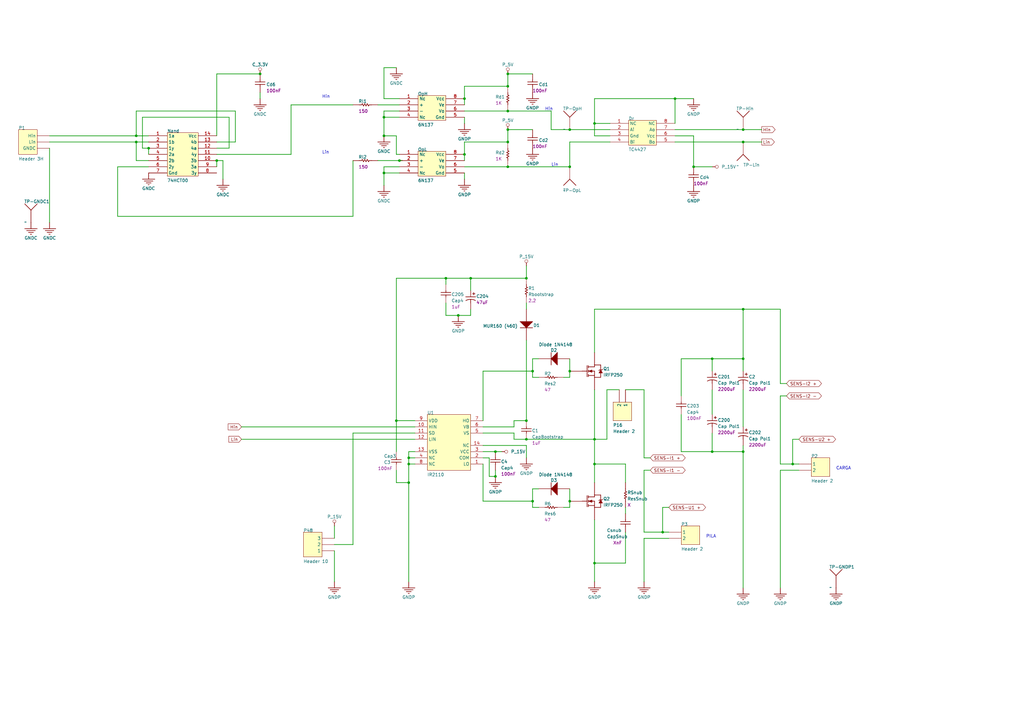
<source format=kicad_sch>
(kicad_sch (version 20211123) (generator eeschema)

  (uuid 05f2859d-2820-4e84-b395-696011feb13b)

  (paper "A3")

  (lib_symbols
    (symbol "driver y convertidor-altium-import:0_6N137" (in_bom yes) (on_board yes)
      (property "Reference" "" (id 0) (at 0 0 0)
        (effects (font (size 1.27 1.27)))
      )
      (property "Value" "0_6N137" (id 1) (at 0 0 0)
        (effects (font (size 1.27 1.27)))
      )
      (property "Footprint" "" (id 2) (at 0 0 0)
        (effects (font (size 1.27 1.27)) hide)
      )
      (property "Datasheet" "" (id 3) (at 0 0 0)
        (effects (font (size 1.27 1.27)) hide)
      )
      (property "ki_fp_filters" "6n137" (id 4) (at 0 0 0)
        (effects (font (size 1.27 1.27)) hide)
      )
      (symbol "0_6N137_1_0"
        (rectangle (start 29.21 -1.27) (end 17.78 -11.43)
          (stroke (width 0) (type default) (color 0 0 0 0))
          (fill (type background))
        )
        (pin passive line (at 10.16 -2.54 0) (length 7.62)
          (name "Nc" (effects (font (size 1.27 1.27))))
          (number "1" (effects (font (size 1.27 1.27))))
        )
        (pin passive line (at 10.16 -5.08 0) (length 7.62)
          (name "+" (effects (font (size 1.27 1.27))))
          (number "2" (effects (font (size 1.27 1.27))))
        )
        (pin passive line (at 10.16 -7.62 0) (length 7.62)
          (name "-" (effects (font (size 1.27 1.27))))
          (number "3" (effects (font (size 1.27 1.27))))
        )
        (pin passive line (at 10.16 -10.16 0) (length 7.62)
          (name "Nc" (effects (font (size 1.27 1.27))))
          (number "4" (effects (font (size 1.27 1.27))))
        )
        (pin passive line (at 36.83 -10.16 180) (length 7.62)
          (name "Gnd" (effects (font (size 1.27 1.27))))
          (number "5" (effects (font (size 1.27 1.27))))
        )
        (pin passive line (at 36.83 -7.62 180) (length 7.62)
          (name "Vo" (effects (font (size 1.27 1.27))))
          (number "6" (effects (font (size 1.27 1.27))))
        )
        (pin passive line (at 36.83 -5.08 180) (length 7.62)
          (name "Ve" (effects (font (size 1.27 1.27))))
          (number "7" (effects (font (size 1.27 1.27))))
        )
        (pin passive line (at 36.83 -2.54 180) (length 7.62)
          (name "Vcc" (effects (font (size 1.27 1.27))))
          (number "8" (effects (font (size 1.27 1.27))))
        )
      )
    )
    (symbol "driver y convertidor-altium-import:0_74HCT00" (in_bom yes) (on_board yes)
      (property "Reference" "" (id 0) (at 0 0 0)
        (effects (font (size 1.27 1.27)))
      )
      (property "Value" "0_74HCT00" (id 1) (at 0 0 0)
        (effects (font (size 1.27 1.27)))
      )
      (property "Footprint" "" (id 2) (at 0 0 0)
        (effects (font (size 1.27 1.27)) hide)
      )
      (property "Datasheet" "" (id 3) (at 0 0 0)
        (effects (font (size 1.27 1.27)) hide)
      )
      (property "ki_fp_filters" "MM74HC00_GON" (id 4) (at 0 0 0)
        (effects (font (size 1.27 1.27)) hide)
      )
      (symbol "0_74HCT00_1_0"
        (rectangle (start 30.48 -1.27) (end 17.78 -19.05)
          (stroke (width 0) (type default) (color 0 0 0 0))
          (fill (type background))
        )
        (pin passive line (at 10.16 -2.54 0) (length 7.62)
          (name "1a" (effects (font (size 1.27 1.27))))
          (number "1" (effects (font (size 1.27 1.27))))
        )
        (pin passive line (at 38.1 -12.7 180) (length 7.62)
          (name "3b" (effects (font (size 1.27 1.27))))
          (number "10" (effects (font (size 1.27 1.27))))
        )
        (pin passive line (at 38.1 -10.16 180) (length 7.62)
          (name "4y" (effects (font (size 1.27 1.27))))
          (number "11" (effects (font (size 1.27 1.27))))
        )
        (pin passive line (at 38.1 -7.62 180) (length 7.62)
          (name "4a" (effects (font (size 1.27 1.27))))
          (number "12" (effects (font (size 1.27 1.27))))
        )
        (pin passive line (at 38.1 -5.08 180) (length 7.62)
          (name "4b" (effects (font (size 1.27 1.27))))
          (number "13" (effects (font (size 1.27 1.27))))
        )
        (pin passive line (at 38.1 -2.54 180) (length 7.62)
          (name "Vcc" (effects (font (size 1.27 1.27))))
          (number "14" (effects (font (size 1.27 1.27))))
        )
        (pin passive line (at 10.16 -5.08 0) (length 7.62)
          (name "1b" (effects (font (size 1.27 1.27))))
          (number "2" (effects (font (size 1.27 1.27))))
        )
        (pin passive line (at 10.16 -7.62 0) (length 7.62)
          (name "1y" (effects (font (size 1.27 1.27))))
          (number "3" (effects (font (size 1.27 1.27))))
        )
        (pin passive line (at 10.16 -10.16 0) (length 7.62)
          (name "2a" (effects (font (size 1.27 1.27))))
          (number "4" (effects (font (size 1.27 1.27))))
        )
        (pin passive line (at 10.16 -12.7 0) (length 7.62)
          (name "2b" (effects (font (size 1.27 1.27))))
          (number "5" (effects (font (size 1.27 1.27))))
        )
        (pin passive line (at 10.16 -15.24 0) (length 7.62)
          (name "2y" (effects (font (size 1.27 1.27))))
          (number "6" (effects (font (size 1.27 1.27))))
        )
        (pin passive line (at 10.16 -17.78 0) (length 7.62)
          (name "Gnd" (effects (font (size 1.27 1.27))))
          (number "7" (effects (font (size 1.27 1.27))))
        )
        (pin passive line (at 38.1 -17.78 180) (length 7.62)
          (name "3y" (effects (font (size 1.27 1.27))))
          (number "8" (effects (font (size 1.27 1.27))))
        )
        (pin passive line (at 38.1 -15.24 180) (length 7.62)
          (name "3a" (effects (font (size 1.27 1.27))))
          (number "9" (effects (font (size 1.27 1.27))))
        )
      )
    )
    (symbol "driver y convertidor-altium-import:0_Header 2" (in_bom yes) (on_board yes)
      (property "Reference" "" (id 0) (at 0 0 0)
        (effects (font (size 1.27 1.27)))
      )
      (property "Value" "0_Header 2" (id 1) (at 0 0 0)
        (effects (font (size 1.27 1.27)))
      )
      (property "Footprint" "" (id 2) (at 0 0 0)
        (effects (font (size 1.27 1.27)) hide)
      )
      (property "Datasheet" "" (id 3) (at 0 0 0)
        (effects (font (size 1.27 1.27)) hide)
      )
      (property "ki_description" "Header, 2-Pin" (id 4) (at 0 0 0)
        (effects (font (size 1.27 1.27)) hide)
      )
      (property "ki_fp_filters" "HDR1X2-POT*" (id 5) (at 0 0 0)
        (effects (font (size 1.27 1.27)) hide)
      )
      (symbol "0_Header 2_1_0"
        (rectangle (start 7.62 0) (end 0 -7.62)
          (stroke (width 0) (type default) (color 0 0 0 0))
          (fill (type background))
        )
        (pin passive line (at -5.08 -2.54 0) (length 5.08)
          (name "1" (effects (font (size 1.27 1.27))))
          (number "1" (effects (font (size 0 0))))
        )
        (pin passive line (at -5.08 -5.08 0) (length 5.08)
          (name "2" (effects (font (size 1.27 1.27))))
          (number "2" (effects (font (size 0 0))))
        )
      )
    )
    (symbol "driver y convertidor-altium-import:0_IR2110" (in_bom yes) (on_board yes)
      (property "Reference" "" (id 0) (at 0 0 0)
        (effects (font (size 1.27 1.27)))
      )
      (property "Value" "0_IR2110" (id 1) (at 0 0 0)
        (effects (font (size 1.27 1.27)))
      )
      (property "Footprint" "" (id 2) (at 0 0 0)
        (effects (font (size 1.27 1.27)) hide)
      )
      (property "Datasheet" "" (id 3) (at 0 0 0)
        (effects (font (size 1.27 1.27)) hide)
      )
      (property "ki_description" "High and Low Side Driver" (id 4) (at 0 0 0)
        (effects (font (size 1.27 1.27)) hide)
      )
      (property "ki_fp_filters" "PDIP14" (id 5) (at 0 0 0)
        (effects (font (size 1.27 1.27)) hide)
      )
      (symbol "0_IR2110_1_0"
        (rectangle (start 17.78 0) (end 0 -22.86)
          (stroke (width 0) (type default) (color 0 0 0 0))
          (fill (type background))
        )
        (pin output line (at 22.86 -20.32 180) (length 5.08)
          (name "LO" (effects (font (size 1.27 1.27))))
          (number "1" (effects (font (size 1.27 1.27))))
        )
        (pin input line (at -5.08 -5.08 0) (length 5.08)
          (name "HIN" (effects (font (size 1.27 1.27))))
          (number "10" (effects (font (size 1.27 1.27))))
        )
        (pin input line (at -5.08 -7.62 0) (length 5.08)
          (name "SD" (effects (font (size 1.27 1.27))))
          (number "11" (effects (font (size 1.27 1.27))))
        )
        (pin input line (at -5.08 -10.16 0) (length 5.08)
          (name "LIN" (effects (font (size 1.27 1.27))))
          (number "12" (effects (font (size 1.27 1.27))))
        )
        (pin power_in line (at -5.08 -15.24 0) (length 5.08)
          (name "VSS" (effects (font (size 1.27 1.27))))
          (number "13" (effects (font (size 1.27 1.27))))
        )
        (pin passive line (at 22.86 -12.7 180) (length 5.08)
          (name "NC" (effects (font (size 1.27 1.27))))
          (number "14" (effects (font (size 1.27 1.27))))
        )
        (pin power_in line (at 22.86 -17.78 180) (length 5.08)
          (name "COM" (effects (font (size 1.27 1.27))))
          (number "2" (effects (font (size 1.27 1.27))))
        )
        (pin power_in line (at 22.86 -15.24 180) (length 5.08)
          (name "VCC" (effects (font (size 1.27 1.27))))
          (number "3" (effects (font (size 1.27 1.27))))
        )
        (pin passive line (at -5.08 -17.78 0) (length 5.08)
          (name "NC" (effects (font (size 1.27 1.27))))
          (number "4" (effects (font (size 1.27 1.27))))
        )
        (pin power_in line (at 22.86 -7.62 180) (length 5.08)
          (name "VS" (effects (font (size 1.27 1.27))))
          (number "5" (effects (font (size 1.27 1.27))))
        )
        (pin power_in line (at 22.86 -5.08 180) (length 5.08)
          (name "VB" (effects (font (size 1.27 1.27))))
          (number "6" (effects (font (size 1.27 1.27))))
        )
        (pin output line (at 22.86 -2.54 180) (length 5.08)
          (name "HO" (effects (font (size 1.27 1.27))))
          (number "7" (effects (font (size 1.27 1.27))))
        )
        (pin passive line (at -5.08 -20.32 0) (length 5.08)
          (name "NC" (effects (font (size 1.27 1.27))))
          (number "8" (effects (font (size 1.27 1.27))))
        )
        (pin power_in line (at -5.08 -2.54 0) (length 5.08)
          (name "VDD" (effects (font (size 1.27 1.27))))
          (number "9" (effects (font (size 1.27 1.27))))
        )
      )
    )
    (symbol "driver y convertidor-altium-import:0_IRFP250" (in_bom yes) (on_board yes)
      (property "Reference" "" (id 0) (at 0 0 0)
        (effects (font (size 1.27 1.27)))
      )
      (property "Value" "0_IRFP250" (id 1) (at 0 0 0)
        (effects (font (size 1.27 1.27)))
      )
      (property "Footprint" "" (id 2) (at 0 0 0)
        (effects (font (size 1.27 1.27)) hide)
      )
      (property "Datasheet" "" (id 3) (at 0 0 0)
        (effects (font (size 1.27 1.27)) hide)
      )
      (property "ki_description" "HEXFET Power MOSFET" (id 4) (at 0 0 0)
        (effects (font (size 1.27 1.27)) hide)
      )
      (property "ki_fp_filters" "TO-247AC" (id 5) (at 0 0 0)
        (effects (font (size 1.27 1.27)) hide)
      )
      (symbol "0_IRFP250_1_0"
        (polyline
          (pts
            (xy 0 -2.54)
            (xy 2.032 -2.54)
          )
          (stroke (width 0.254) (type default) (color 0 0 0 0))
          (fill (type none))
        )
        (polyline
          (pts
            (xy 2.032 -0.254)
            (xy 2.032 -4.826)
          )
          (stroke (width 0.254) (type default) (color 0 0 0 0))
          (fill (type none))
        )
        (polyline
          (pts
            (xy 2.54 -4.826)
            (xy 2.54 -3.81)
          )
          (stroke (width 0.254) (type default) (color 0 0 0 0))
          (fill (type none))
        )
        (polyline
          (pts
            (xy 2.54 -3.048)
            (xy 2.54 -2.032)
          )
          (stroke (width 0.254) (type default) (color 0 0 0 0))
          (fill (type none))
        )
        (polyline
          (pts
            (xy 2.54 -0.254)
            (xy 2.54 -1.27)
          )
          (stroke (width 0.254) (type default) (color 0 0 0 0))
          (fill (type none))
        )
        (polyline
          (pts
            (xy 5.08 -5.08)
            (xy 7.62 -5.08)
          )
          (stroke (width 0.254) (type default) (color 0 0 0 0))
          (fill (type none))
        )
        (polyline
          (pts
            (xy 5.08 -4.318)
            (xy 2.54 -4.318)
          )
          (stroke (width 0.254) (type default) (color 0 0 0 0))
          (fill (type none))
        )
        (polyline
          (pts
            (xy 5.08 -2.54)
            (xy 2.54 -2.54)
          )
          (stroke (width 0.254) (type default) (color 0 0 0 0))
          (fill (type none))
        )
        (polyline
          (pts
            (xy 5.08 -2.54)
            (xy 5.08 -5.08)
          )
          (stroke (width 0.254) (type default) (color 0 0 0 0))
          (fill (type none))
        )
        (polyline
          (pts
            (xy 5.08 -0.762)
            (xy 2.54 -0.762)
          )
          (stroke (width 0.254) (type default) (color 0 0 0 0))
          (fill (type none))
        )
        (polyline
          (pts
            (xy 5.08 -0.762)
            (xy 5.08 0)
          )
          (stroke (width 0.254) (type default) (color 0 0 0 0))
          (fill (type none))
        )
        (polyline
          (pts
            (xy 5.08 0)
            (xy 7.62 0)
          )
          (stroke (width 0.254) (type default) (color 0 0 0 0))
          (fill (type none))
        )
        (polyline
          (pts
            (xy 7.62 -5.08)
            (xy 7.62 -3.302)
          )
          (stroke (width 0.254) (type default) (color 0 0 0 0))
          (fill (type none))
        )
        (polyline
          (pts
            (xy 7.62 0)
            (xy 7.62 -2.032)
          )
          (stroke (width 0.254) (type default) (color 0 0 0 0))
          (fill (type none))
        )
        (polyline
          (pts
            (xy 2.54 -2.54)
            (xy 4.064 -3.048)
            (xy 4.064 -2.032)
            (xy 2.54 -2.54)
          )
          (stroke (width 0) (type default) (color 0 0 0 0))
          (fill (type outline))
        )
        (polyline
          (pts
            (xy 7.62 -2.032)
            (xy 6.858 -3.302)
            (xy 8.382 -3.302)
            (xy 7.62 -2.032)
          )
          (stroke (width 0) (type default) (color 0 0 0 0))
          (fill (type outline))
        )
        (polyline
          (pts
            (xy 8.382 -1.778)
            (xy 8.128 -2.032)
            (xy 7.112 -2.032)
            (xy 6.858 -2.286)
          )
          (stroke (width 0.254) (type default) (color 0 0 0 0))
          (fill (type none))
        )
        (pin passive line (at -5.08 -2.54 0) (length 5.08)
          (name "G" (effects (font (size 0 0))))
          (number "1" (effects (font (size 0 0))))
        )
        (pin passive line (at 5.08 5.08 270) (length 5.08)
          (name "D" (effects (font (size 0 0))))
          (number "2" (effects (font (size 0 0))))
        )
        (pin passive line (at 5.08 -10.16 90) (length 5.08)
          (name "S" (effects (font (size 0 0))))
          (number "3" (effects (font (size 0 0))))
        )
      )
    )
    (symbol "driver y convertidor-altium-import:0_Res1" (in_bom yes) (on_board yes)
      (property "Reference" "" (id 0) (at 0 0 0)
        (effects (font (size 1.27 1.27)))
      )
      (property "Value" "0_Res1" (id 1) (at 0 0 0)
        (effects (font (size 1.27 1.27)))
      )
      (property "Footprint" "" (id 2) (at 0 0 0)
        (effects (font (size 1.27 1.27)) hide)
      )
      (property "Datasheet" "" (id 3) (at 0 0 0)
        (effects (font (size 1.27 1.27)) hide)
      )
      (property "ki_description" "SMD 1206" (id 4) (at 0 0 0)
        (effects (font (size 1.27 1.27)) hide)
      )
      (property "ki_fp_filters" "8-1206" (id 5) (at 0 0 0)
        (effects (font (size 1.27 1.27)) hide)
      )
      (symbol "0_Res1_1_0"
        (polyline
          (pts
            (xy 5.08 -2.54)
            (xy 4.064 -2.54)
            (xy 3.81 -3.048)
            (xy 3.302 -2.032)
            (xy 2.794 -3.048)
            (xy 2.286 -2.032)
            (xy 1.778 -3.048)
            (xy 1.27 -2.032)
            (xy 1.016 -2.54)
            (xy 0 -2.54)
          )
          (stroke (width 0.254) (type default) (color 0 0 0 0))
          (fill (type none))
        )
        (pin passive line (at -2.54 -2.54 0) (length 2.54)
          (name "1" (effects (font (size 0 0))))
          (number "1" (effects (font (size 0 0))))
        )
        (pin passive line (at 7.62 -2.54 180) (length 2.54)
          (name "2" (effects (font (size 0 0))))
          (number "2" (effects (font (size 0 0))))
        )
      )
    )
    (symbol "driver y convertidor-altium-import:0_TC4427" (in_bom yes) (on_board yes)
      (property "Reference" "" (id 0) (at 0 0 0)
        (effects (font (size 1.27 1.27)))
      )
      (property "Value" "0_TC4427" (id 1) (at 0 0 0)
        (effects (font (size 1.27 1.27)))
      )
      (property "Footprint" "" (id 2) (at 0 0 0)
        (effects (font (size 1.27 1.27)) hide)
      )
      (property "Datasheet" "" (id 3) (at 0 0 0)
        (effects (font (size 1.27 1.27)) hide)
      )
      (property "ki_fp_filters" "TC4424-DIP8" (id 4) (at 0 0 0)
        (effects (font (size 1.27 1.27)) hide)
      )
      (symbol "0_TC4427_1_0"
        (rectangle (start 29.21 -1.27) (end 17.78 -11.43)
          (stroke (width 0) (type default) (color 0 0 0 0))
          (fill (type background))
        )
        (pin passive line (at 10.16 -2.54 0) (length 7.62)
          (name "NC" (effects (font (size 1.27 1.27))))
          (number "1" (effects (font (size 1.27 1.27))))
        )
        (pin passive line (at 10.16 -5.08 0) (length 7.62)
          (name "Ai" (effects (font (size 1.27 1.27))))
          (number "2" (effects (font (size 1.27 1.27))))
        )
        (pin passive line (at 10.16 -7.62 0) (length 7.62)
          (name "Gnd" (effects (font (size 1.27 1.27))))
          (number "3" (effects (font (size 1.27 1.27))))
        )
        (pin passive line (at 10.16 -10.16 0) (length 7.62)
          (name "Bi" (effects (font (size 1.27 1.27))))
          (number "4" (effects (font (size 1.27 1.27))))
        )
        (pin passive line (at 36.83 -10.16 180) (length 7.62)
          (name "Bo" (effects (font (size 1.27 1.27))))
          (number "5" (effects (font (size 1.27 1.27))))
        )
        (pin passive line (at 36.83 -7.62 180) (length 7.62)
          (name "Vcc" (effects (font (size 1.27 1.27))))
          (number "6" (effects (font (size 1.27 1.27))))
        )
        (pin passive line (at 36.83 -5.08 180) (length 7.62)
          (name "Ao" (effects (font (size 1.27 1.27))))
          (number "7" (effects (font (size 1.27 1.27))))
        )
        (pin passive line (at 36.83 -2.54 180) (length 7.62)
          (name "NC" (effects (font (size 1.27 1.27))))
          (number "8" (effects (font (size 1.27 1.27))))
        )
      )
    )
    (symbol "driver y convertidor-altium-import:1_Res1" (in_bom yes) (on_board yes)
      (property "Reference" "" (id 0) (at 0 0 0)
        (effects (font (size 1.27 1.27)))
      )
      (property "Value" "1_Res1" (id 1) (at 0 0 0)
        (effects (font (size 1.27 1.27)))
      )
      (property "Footprint" "" (id 2) (at 0 0 0)
        (effects (font (size 1.27 1.27)) hide)
      )
      (property "Datasheet" "" (id 3) (at 0 0 0)
        (effects (font (size 1.27 1.27)) hide)
      )
      (property "ki_description" "SMD 1206" (id 4) (at 0 0 0)
        (effects (font (size 1.27 1.27)) hide)
      )
      (property "ki_fp_filters" "FootSnub" (id 5) (at 0 0 0)
        (effects (font (size 1.27 1.27)) hide)
      )
      (symbol "1_Res1_1_0"
        (polyline
          (pts
            (xy 2.54 5.08)
            (xy 2.54 4.064)
            (xy 3.048 3.81)
            (xy 2.032 3.302)
            (xy 3.048 2.794)
            (xy 2.032 2.286)
            (xy 3.048 1.778)
            (xy 2.032 1.27)
            (xy 2.54 1.016)
            (xy 2.54 0)
          )
          (stroke (width 0.254) (type default) (color 0 0 0 0))
          (fill (type none))
        )
        (pin passive line (at 2.54 -2.54 90) (length 2.54)
          (name "1" (effects (font (size 0 0))))
          (number "1" (effects (font (size 0 0))))
        )
        (pin passive line (at 2.54 7.62 270) (length 2.54)
          (name "2" (effects (font (size 0 0))))
          (number "2" (effects (font (size 0 0))))
        )
      )
    )
    (symbol "driver y convertidor-altium-import:1_Socket" (in_bom yes) (on_board yes)
      (property "Reference" "" (id 0) (at 0 0 0)
        (effects (font (size 1.27 1.27)))
      )
      (property "Value" "1_Socket" (id 1) (at 0 0 0)
        (effects (font (size 1.27 1.27)))
      )
      (property "Footprint" "" (id 2) (at 0 0 0)
        (effects (font (size 1.27 1.27)) hide)
      )
      (property "Datasheet" "" (id 3) (at 0 0 0)
        (effects (font (size 1.27 1.27)) hide)
      )
      (property "ki_description" "Socket" (id 4) (at 0 0 0)
        (effects (font (size 1.27 1.27)) hide)
      )
      (property "ki_fp_filters" "PIN1" (id 5) (at 0 0 0)
        (effects (font (size 1.27 1.27)) hide)
      )
      (symbol "1_Socket_1_0"
        (polyline
          (pts
            (xy 0 0)
            (xy 2.54 2.54)
          )
          (stroke (width 0.254) (type default) (color 0 0 0 0))
          (fill (type none))
        )
        (polyline
          (pts
            (xy 2.54 2.54)
            (xy 5.08 0)
          )
          (stroke (width 0.254) (type default) (color 0 0 0 0))
          (fill (type none))
        )
        (pin passive line (at 2.54 7.62 270) (length 5.08)
          (name "1" (effects (font (size 0 0))))
          (number "1" (effects (font (size 0 0))))
        )
      )
    )
    (symbol "driver y convertidor-altium-import:2_Diode 1N4148" (in_bom yes) (on_board yes)
      (property "Reference" "" (id 0) (at 0 0 0)
        (effects (font (size 1.27 1.27)))
      )
      (property "Value" "2_Diode 1N4148" (id 1) (at 0 0 0)
        (effects (font (size 1.27 1.27)))
      )
      (property "Footprint" "" (id 2) (at 0 0 0)
        (effects (font (size 1.27 1.27)) hide)
      )
      (property "Datasheet" "" (id 3) (at 0 0 0)
        (effects (font (size 1.27 1.27)) hide)
      )
      (property "ki_description" "THRU" (id 4) (at 0 0 0)
        (effects (font (size 1.27 1.27)) hide)
      )
      (property "ki_fp_filters" "DO-35" (id 5) (at 0 0 0)
        (effects (font (size 1.27 1.27)) hide)
      )
      (symbol "2_Diode 1N4148_1_0"
        (polyline
          (pts
            (xy -2.54 0)
            (xy -2.54 5.08)
          )
          (stroke (width 0.254) (type default) (color 0 0 0 0))
          (fill (type none))
        )
        (polyline
          (pts
            (xy 0 5.08)
            (xy -2.54 2.54)
            (xy 0 0)
            (xy 0 5.08)
          )
          (stroke (width 0.254) (type default) (color 0 0 0 0))
          (fill (type outline))
        )
        (pin passive line (at 5.08 2.54 180) (length 5.08)
          (name "A" (effects (font (size 0 0))))
          (number "1" (effects (font (size 0 0))))
        )
        (pin passive line (at -7.62 2.54 0) (length 5.08)
          (name "K" (effects (font (size 0 0))))
          (number "2" (effects (font (size 0 0))))
        )
      )
    )
    (symbol "driver y convertidor-altium-import:2_Header 3" (in_bom yes) (on_board yes)
      (property "Reference" "" (id 0) (at 0 0 0)
        (effects (font (size 1.27 1.27)))
      )
      (property "Value" "2_Header 3" (id 1) (at 0 0 0)
        (effects (font (size 1.27 1.27)))
      )
      (property "Footprint" "" (id 2) (at 0 0 0)
        (effects (font (size 1.27 1.27)) hide)
      )
      (property "Datasheet" "" (id 3) (at 0 0 0)
        (effects (font (size 1.27 1.27)) hide)
      )
      (property "ki_description" "Header, 3-Pin" (id 4) (at 0 0 0)
        (effects (font (size 1.27 1.27)) hide)
      )
      (property "ki_fp_filters" "HDR1X3*" (id 5) (at 0 0 0)
        (effects (font (size 1.27 1.27)) hide)
      )
      (symbol "2_Header 3_1_0"
        (rectangle (start 0 10.16) (end -7.62 0)
          (stroke (width 0) (type default) (color 0 0 0 0))
          (fill (type background))
        )
        (pin passive line (at 5.08 2.54 180) (length 5.08)
          (name "1" (effects (font (size 1.27 1.27))))
          (number "1" (effects (font (size 0 0))))
        )
        (pin passive line (at 5.08 5.08 180) (length 5.08)
          (name "2" (effects (font (size 1.27 1.27))))
          (number "2" (effects (font (size 0 0))))
        )
        (pin passive line (at 5.08 7.62 180) (length 5.08)
          (name "3" (effects (font (size 1.27 1.27))))
          (number "3" (effects (font (size 0 0))))
        )
      )
    )
    (symbol "driver y convertidor-altium-import:2_Header 3H" (in_bom yes) (on_board yes)
      (property "Reference" "" (id 0) (at 0 0 0)
        (effects (font (size 1.27 1.27)))
      )
      (property "Value" "2_Header 3H" (id 1) (at 0 0 0)
        (effects (font (size 1.27 1.27)))
      )
      (property "Footprint" "" (id 2) (at 0 0 0)
        (effects (font (size 1.27 1.27)) hide)
      )
      (property "Datasheet" "" (id 3) (at 0 0 0)
        (effects (font (size 1.27 1.27)) hide)
      )
      (property "ki_description" "Header, 3-Pin, Right Angle" (id 4) (at 0 0 0)
        (effects (font (size 1.27 1.27)) hide)
      )
      (property "ki_fp_filters" "HDR1X3H*" (id 5) (at 0 0 0)
        (effects (font (size 1.27 1.27)) hide)
      )
      (symbol "2_Header 3H_1_0"
        (rectangle (start 0 10.16) (end -7.62 0)
          (stroke (width 0) (type default) (color 0 0 0 0))
          (fill (type background))
        )
        (pin passive line (at 5.08 2.54 180) (length 5.08)
          (name "GNDC" (effects (font (size 1.27 1.27))))
          (number "1" (effects (font (size 0 0))))
        )
        (pin passive line (at 5.08 5.08 180) (length 5.08)
          (name "Lin" (effects (font (size 1.27 1.27))))
          (number "2" (effects (font (size 0 0))))
        )
        (pin passive line (at 5.08 7.62 180) (length 5.08)
          (name "Hin" (effects (font (size 1.27 1.27))))
          (number "3" (effects (font (size 0 0))))
        )
      )
    )
    (symbol "driver y convertidor-altium-import:3_Cap" (in_bom yes) (on_board yes)
      (property "Reference" "" (id 0) (at 0 0 0)
        (effects (font (size 1.27 1.27)))
      )
      (property "Value" "3_Cap" (id 1) (at 0 0 0)
        (effects (font (size 1.27 1.27)))
      )
      (property "Footprint" "" (id 2) (at 0 0 0)
        (effects (font (size 1.27 1.27)) hide)
      )
      (property "Datasheet" "" (id 3) (at 0 0 0)
        (effects (font (size 1.27 1.27)) hide)
      )
      (property "ki_description" "SMD MULTICAPA 50V" (id 4) (at 0 0 0)
        (effects (font (size 1.27 1.27)) hide)
      )
      (property "ki_fp_filters" "FootSnub" (id 5) (at 0 0 0)
        (effects (font (size 1.27 1.27)) hide)
      )
      (symbol "3_Cap_1_0"
        (polyline
          (pts
            (xy -4.572 -0.762)
            (xy -0.508 -0.762)
          )
          (stroke (width 0.254) (type default) (color 0 0 0 0))
          (fill (type none))
        )
        (polyline
          (pts
            (xy -2.54 -2.54)
            (xy -2.54 -1.778)
          )
          (stroke (width 0.254) (type default) (color 0 0 0 0))
          (fill (type none))
        )
        (polyline
          (pts
            (xy -2.54 0)
            (xy -2.54 -0.762)
          )
          (stroke (width 0.254) (type default) (color 0 0 0 0))
          (fill (type none))
        )
        (polyline
          (pts
            (xy -0.508 -1.778)
            (xy -4.572 -1.778)
          )
          (stroke (width 0.254) (type default) (color 0 0 0 0))
          (fill (type none))
        )
        (pin passive line (at -2.54 2.54 270) (length 2.54)
          (name "1" (effects (font (size 0 0))))
          (number "1" (effects (font (size 0 0))))
        )
        (pin passive line (at -2.54 -5.08 90) (length 2.54)
          (name "2" (effects (font (size 0 0))))
          (number "2" (effects (font (size 0 0))))
        )
      )
    )
    (symbol "driver y convertidor-altium-import:3_Cap Pol1" (in_bom yes) (on_board yes)
      (property "Reference" "" (id 0) (at 0 0 0)
        (effects (font (size 1.27 1.27)))
      )
      (property "Value" "3_Cap Pol1" (id 1) (at 0 0 0)
        (effects (font (size 1.27 1.27)))
      )
      (property "Footprint" "" (id 2) (at 0 0 0)
        (effects (font (size 1.27 1.27)) hide)
      )
      (property "Datasheet" "" (id 3) (at 0 0 0)
        (effects (font (size 1.27 1.27)) hide)
      )
      (property "ki_description" "Polarized Capacitor (Radial)" (id 4) (at 0 0 0)
        (effects (font (size 1.27 1.27)) hide)
      )
      (property "ki_fp_filters" "RB5.8-6.4*" (id 5) (at 0 0 0)
        (effects (font (size 1.27 1.27)) hide)
      )
      (symbol "3_Cap Pol1_1_0"
        (arc (start -2.54 -1.016) (mid -3.5575 -1.1454) (end -4.5103 -1.5255)
          (stroke (width 0.254) (type default) (color 0 0 0 0))
          (fill (type none))
        )
        (arc (start -0.5697 -1.5255) (mid -1.5224 -1.1454) (end -2.54 -1.016)
          (stroke (width 0.254) (type default) (color 0 0 0 0))
          (fill (type none))
        )
        (polyline
          (pts
            (xy -4.572 0)
            (xy -0.508 0)
          )
          (stroke (width 0.254) (type default) (color 0 0 0 0))
          (fill (type none))
        )
        (polyline
          (pts
            (xy -2.54 -1.016)
            (xy -2.54 -2.54)
          )
          (stroke (width 0.254) (type default) (color 0 0 0 0))
          (fill (type none))
        )
        (polyline
          (pts
            (xy -1.778 1.27)
            (xy -0.762 1.27)
          )
          (stroke (width 0.254) (type default) (color 0 0 0 0))
          (fill (type none))
        )
        (polyline
          (pts
            (xy -1.27 0.762)
            (xy -1.27 1.778)
          )
          (stroke (width 0.254) (type default) (color 0 0 0 0))
          (fill (type none))
        )
        (pin passive line (at -2.54 2.54 270) (length 2.54)
          (name "1" (effects (font (size 0 0))))
          (number "1" (effects (font (size 0 0))))
        )
        (pin passive line (at -2.54 -5.08 90) (length 2.54)
          (name "2" (effects (font (size 0 0))))
          (number "2" (effects (font (size 0 0))))
        )
      )
    )
    (symbol "driver y convertidor-altium-import:3_Diode 1N4007" (in_bom yes) (on_board yes)
      (property "Reference" "" (id 0) (at 0 0 0)
        (effects (font (size 1.27 1.27)))
      )
      (property "Value" "3_Diode 1N4007" (id 1) (at 0 0 0)
        (effects (font (size 1.27 1.27)))
      )
      (property "Footprint" "" (id 2) (at 0 0 0)
        (effects (font (size 1.27 1.27)) hide)
      )
      (property "Datasheet" "" (id 3) (at 0 0 0)
        (effects (font (size 1.27 1.27)) hide)
      )
      (property "ki_description" "THRU" (id 4) (at 0 0 0)
        (effects (font (size 1.27 1.27)) hide)
      )
      (property "ki_fp_filters" "CASE{space}267*" (id 5) (at 0 0 0)
        (effects (font (size 1.27 1.27)) hide)
      )
      (symbol "3_Diode 1N4007_1_0"
        (polyline
          (pts
            (xy 0 -2.54)
            (xy -5.08 -2.54)
          )
          (stroke (width 0.254) (type default) (color 0 0 0 0))
          (fill (type none))
        )
        (polyline
          (pts
            (xy -5.08 0)
            (xy -2.54 -2.54)
            (xy 0 0)
            (xy -5.08 0)
          )
          (stroke (width 0.254) (type default) (color 0 0 0 0))
          (fill (type outline))
        )
        (pin passive line (at -2.54 5.08 270) (length 5.08)
          (name "A" (effects (font (size 0 0))))
          (number "1" (effects (font (size 0 0))))
        )
        (pin passive line (at -2.54 -7.62 90) (length 5.08)
          (name "K" (effects (font (size 0 0))))
          (number "2" (effects (font (size 0 0))))
        )
      )
    )
    (symbol "driver y convertidor-altium-import:3_Header 2" (in_bom yes) (on_board yes)
      (property "Reference" "" (id 0) (at 0 0 0)
        (effects (font (size 1.27 1.27)))
      )
      (property "Value" "3_Header 2" (id 1) (at 0 0 0)
        (effects (font (size 1.27 1.27)))
      )
      (property "Footprint" "" (id 2) (at 0 0 0)
        (effects (font (size 1.27 1.27)) hide)
      )
      (property "Datasheet" "" (id 3) (at 0 0 0)
        (effects (font (size 1.27 1.27)) hide)
      )
      (property "ki_description" "Header, 2-Pin" (id 4) (at 0 0 0)
        (effects (font (size 1.27 1.27)) hide)
      )
      (property "ki_fp_filters" "Ind-Conector" (id 5) (at 0 0 0)
        (effects (font (size 1.27 1.27)) hide)
      )
      (symbol "3_Header 2_1_0"
        (rectangle (start 0 0) (end -7.62 -7.62)
          (stroke (width 0) (type default) (color 0 0 0 0))
          (fill (type background))
        )
        (pin passive line (at -2.54 5.08 270) (length 5.08)
          (name "1" (effects (font (size 1.27 1.27))))
          (number "1" (effects (font (size 0 0))))
        )
        (pin passive line (at -5.08 5.08 270) (length 5.08)
          (name "2" (effects (font (size 1.27 1.27))))
          (number "2" (effects (font (size 0 0))))
        )
      )
    )
    (symbol "driver y convertidor-altium-import:3_Res1" (in_bom yes) (on_board yes)
      (property "Reference" "" (id 0) (at 0 0 0)
        (effects (font (size 1.27 1.27)))
      )
      (property "Value" "3_Res1" (id 1) (at 0 0 0)
        (effects (font (size 1.27 1.27)))
      )
      (property "Footprint" "" (id 2) (at 0 0 0)
        (effects (font (size 1.27 1.27)) hide)
      )
      (property "Datasheet" "" (id 3) (at 0 0 0)
        (effects (font (size 1.27 1.27)) hide)
      )
      (property "ki_description" "SMD 1206" (id 4) (at 0 0 0)
        (effects (font (size 1.27 1.27)) hide)
      )
      (property "ki_fp_filters" "8-1206" (id 5) (at 0 0 0)
        (effects (font (size 1.27 1.27)) hide)
      )
      (symbol "3_Res1_1_0"
        (polyline
          (pts
            (xy -2.54 -5.08)
            (xy -2.54 -4.064)
            (xy -3.048 -3.81)
            (xy -2.032 -3.302)
            (xy -3.048 -2.794)
            (xy -2.032 -2.286)
            (xy -3.048 -1.778)
            (xy -2.032 -1.27)
            (xy -2.54 -1.016)
            (xy -2.54 0)
          )
          (stroke (width 0.254) (type default) (color 0 0 0 0))
          (fill (type none))
        )
        (pin passive line (at -2.54 2.54 270) (length 2.54)
          (name "1" (effects (font (size 0 0))))
          (number "1" (effects (font (size 0 0))))
        )
        (pin passive line (at -2.54 -7.62 90) (length 2.54)
          (name "2" (effects (font (size 0 0))))
          (number "2" (effects (font (size 0 0))))
        )
      )
    )
    (symbol "driver y convertidor-altium-import:3_Socket" (in_bom yes) (on_board yes)
      (property "Reference" "" (id 0) (at 0 0 0)
        (effects (font (size 1.27 1.27)))
      )
      (property "Value" "3_Socket" (id 1) (at 0 0 0)
        (effects (font (size 1.27 1.27)))
      )
      (property "Footprint" "" (id 2) (at 0 0 0)
        (effects (font (size 1.27 1.27)) hide)
      )
      (property "Datasheet" "" (id 3) (at 0 0 0)
        (effects (font (size 1.27 1.27)) hide)
      )
      (property "ki_description" "Socket" (id 4) (at 0 0 0)
        (effects (font (size 1.27 1.27)) hide)
      )
      (property "ki_fp_filters" "PIN1" (id 5) (at 0 0 0)
        (effects (font (size 1.27 1.27)) hide)
      )
      (symbol "3_Socket_1_0"
        (polyline
          (pts
            (xy -2.54 -2.54)
            (xy -5.08 0)
          )
          (stroke (width 0.254) (type default) (color 0 0 0 0))
          (fill (type none))
        )
        (polyline
          (pts
            (xy 0 0)
            (xy -2.54 -2.54)
          )
          (stroke (width 0.254) (type default) (color 0 0 0 0))
          (fill (type none))
        )
        (pin passive line (at -2.54 -7.62 90) (length 5.08)
          (name "1" (effects (font (size 0 0))))
          (number "1" (effects (font (size 0 0))))
        )
      )
    )
    (symbol "driver y convertidor-altium-import:C_3.3V" (power) (in_bom yes) (on_board yes)
      (property "Reference" "#PWR" (id 0) (at 0 0 0)
        (effects (font (size 1.27 1.27)))
      )
      (property "Value" "C_3.3V" (id 1) (at 0 3.81 0)
        (effects (font (size 1.27 1.27)))
      )
      (property "Footprint" "" (id 2) (at 0 0 0)
        (effects (font (size 1.27 1.27)) hide)
      )
      (property "Datasheet" "" (id 3) (at 0 0 0)
        (effects (font (size 1.27 1.27)) hide)
      )
      (property "ki_keywords" "power-flag" (id 4) (at 0 0 0)
        (effects (font (size 1.27 1.27)) hide)
      )
      (property "ki_description" "Power symbol creates a global label with name 'C_3.3V'" (id 5) (at 0 0 0)
        (effects (font (size 1.27 1.27)) hide)
      )
      (symbol "C_3.3V_0_0"
        (circle (center 0 -1.905) (radius 0.635)
          (stroke (width 0.127) (type default) (color 0 0 0 0))
          (fill (type none))
        )
        (polyline
          (pts
            (xy 0 0)
            (xy 0 -1.27)
          )
          (stroke (width 0.254) (type default) (color 0 0 0 0))
          (fill (type none))
        )
        (pin power_in line (at 0 0 0) (length 0) hide
          (name "C_3.3V" (effects (font (size 1.27 1.27))))
          (number "" (effects (font (size 1.27 1.27))))
        )
      )
    )
    (symbol "driver y convertidor-altium-import:GNDC" (power) (in_bom yes) (on_board yes)
      (property "Reference" "#PWR" (id 0) (at 0 0 0)
        (effects (font (size 1.27 1.27)))
      )
      (property "Value" "GNDC" (id 1) (at 0 6.35 0)
        (effects (font (size 1.27 1.27)))
      )
      (property "Footprint" "" (id 2) (at 0 0 0)
        (effects (font (size 1.27 1.27)) hide)
      )
      (property "Datasheet" "" (id 3) (at 0 0 0)
        (effects (font (size 1.27 1.27)) hide)
      )
      (property "ki_keywords" "power-flag" (id 4) (at 0 0 0)
        (effects (font (size 1.27 1.27)) hide)
      )
      (property "ki_description" "Power symbol creates a global label with name 'GNDC'" (id 5) (at 0 0 0)
        (effects (font (size 1.27 1.27)) hide)
      )
      (symbol "GNDC_0_0"
        (polyline
          (pts
            (xy -2.54 -2.54)
            (xy 2.54 -2.54)
          )
          (stroke (width 0.254) (type default) (color 0 0 0 0))
          (fill (type none))
        )
        (polyline
          (pts
            (xy -1.778 -3.302)
            (xy 1.778 -3.302)
          )
          (stroke (width 0.254) (type default) (color 0 0 0 0))
          (fill (type none))
        )
        (polyline
          (pts
            (xy -1.016 -4.064)
            (xy 1.016 -4.064)
          )
          (stroke (width 0.254) (type default) (color 0 0 0 0))
          (fill (type none))
        )
        (polyline
          (pts
            (xy -0.254 -4.826)
            (xy 0.254 -4.826)
          )
          (stroke (width 0.254) (type default) (color 0 0 0 0))
          (fill (type none))
        )
        (polyline
          (pts
            (xy 0 0)
            (xy 0 -2.54)
          )
          (stroke (width 0.254) (type default) (color 0 0 0 0))
          (fill (type none))
        )
        (pin power_in line (at 0 0 0) (length 0) hide
          (name "GNDC" (effects (font (size 1.27 1.27))))
          (number "" (effects (font (size 1.27 1.27))))
        )
      )
    )
    (symbol "driver y convertidor-altium-import:GNDP" (power) (in_bom yes) (on_board yes)
      (property "Reference" "#PWR" (id 0) (at 0 0 0)
        (effects (font (size 1.27 1.27)))
      )
      (property "Value" "GNDP" (id 1) (at 0 6.35 0)
        (effects (font (size 1.27 1.27)))
      )
      (property "Footprint" "" (id 2) (at 0 0 0)
        (effects (font (size 1.27 1.27)) hide)
      )
      (property "Datasheet" "" (id 3) (at 0 0 0)
        (effects (font (size 1.27 1.27)) hide)
      )
      (property "ki_keywords" "power-flag" (id 4) (at 0 0 0)
        (effects (font (size 1.27 1.27)) hide)
      )
      (property "ki_description" "Power symbol creates a global label with name 'GNDP'" (id 5) (at 0 0 0)
        (effects (font (size 1.27 1.27)) hide)
      )
      (symbol "GNDP_0_0"
        (polyline
          (pts
            (xy -2.54 -2.54)
            (xy 2.54 -2.54)
          )
          (stroke (width 0.254) (type default) (color 0 0 0 0))
          (fill (type none))
        )
        (polyline
          (pts
            (xy -1.778 -3.302)
            (xy 1.778 -3.302)
          )
          (stroke (width 0.254) (type default) (color 0 0 0 0))
          (fill (type none))
        )
        (polyline
          (pts
            (xy -1.016 -4.064)
            (xy 1.016 -4.064)
          )
          (stroke (width 0.254) (type default) (color 0 0 0 0))
          (fill (type none))
        )
        (polyline
          (pts
            (xy -0.254 -4.826)
            (xy 0.254 -4.826)
          )
          (stroke (width 0.254) (type default) (color 0 0 0 0))
          (fill (type none))
        )
        (polyline
          (pts
            (xy 0 0)
            (xy 0 -2.54)
          )
          (stroke (width 0.254) (type default) (color 0 0 0 0))
          (fill (type none))
        )
        (pin power_in line (at 0 0 0) (length 0) hide
          (name "GNDP" (effects (font (size 1.27 1.27))))
          (number "" (effects (font (size 1.27 1.27))))
        )
      )
    )
    (symbol "driver y convertidor-altium-import:P_15V" (power) (in_bom yes) (on_board yes)
      (property "Reference" "#PWR" (id 0) (at 0 0 0)
        (effects (font (size 1.27 1.27)))
      )
      (property "Value" "P_15V" (id 1) (at 0 3.81 0)
        (effects (font (size 1.27 1.27)))
      )
      (property "Footprint" "" (id 2) (at 0 0 0)
        (effects (font (size 1.27 1.27)) hide)
      )
      (property "Datasheet" "" (id 3) (at 0 0 0)
        (effects (font (size 1.27 1.27)) hide)
      )
      (property "ki_keywords" "power-flag" (id 4) (at 0 0 0)
        (effects (font (size 1.27 1.27)) hide)
      )
      (property "ki_description" "Power symbol creates a global label with name 'P_15V'" (id 5) (at 0 0 0)
        (effects (font (size 1.27 1.27)) hide)
      )
      (symbol "P_15V_0_0"
        (circle (center 0 -1.905) (radius 0.635)
          (stroke (width 0.127) (type default) (color 0 0 0 0))
          (fill (type none))
        )
        (polyline
          (pts
            (xy 0 0)
            (xy 0 -1.27)
          )
          (stroke (width 0.254) (type default) (color 0 0 0 0))
          (fill (type none))
        )
        (pin power_in line (at 0 0 0) (length 0) hide
          (name "P_15V" (effects (font (size 1.27 1.27))))
          (number "" (effects (font (size 1.27 1.27))))
        )
      )
    )
    (symbol "driver y convertidor-altium-import:P_5V" (power) (in_bom yes) (on_board yes)
      (property "Reference" "#PWR" (id 0) (at 0 0 0)
        (effects (font (size 1.27 1.27)))
      )
      (property "Value" "P_5V" (id 1) (at 0 3.81 0)
        (effects (font (size 1.27 1.27)))
      )
      (property "Footprint" "" (id 2) (at 0 0 0)
        (effects (font (size 1.27 1.27)) hide)
      )
      (property "Datasheet" "" (id 3) (at 0 0 0)
        (effects (font (size 1.27 1.27)) hide)
      )
      (property "ki_keywords" "power-flag" (id 4) (at 0 0 0)
        (effects (font (size 1.27 1.27)) hide)
      )
      (property "ki_description" "Power symbol creates a global label with name 'P_5V'" (id 5) (at 0 0 0)
        (effects (font (size 1.27 1.27)) hide)
      )
      (symbol "P_5V_0_0"
        (circle (center 0 -1.905) (radius 0.635)
          (stroke (width 0.127) (type default) (color 0 0 0 0))
          (fill (type none))
        )
        (polyline
          (pts
            (xy 0 0)
            (xy 0 -1.27)
          )
          (stroke (width 0.254) (type default) (color 0 0 0 0))
          (fill (type none))
        )
        (pin power_in line (at 0 0 0) (length 0) hide
          (name "P_5V" (effects (font (size 1.27 1.27))))
          (number "" (effects (font (size 1.27 1.27))))
        )
      )
    )
  )

  (junction (at 233.68 205.5622) (diameter 0) (color 0 0 0 0)
    (uuid 037a257a-ceb2-409c-ab24-48a743172dae)
  )
  (junction (at 208.28 58.2422) (diameter 0) (color 0 0 0 0)
    (uuid 062fbe79-da43-4e6a-bd6f-509557f2df9b)
  )
  (junction (at 292.1 185.2422) (diameter 0) (color 0 0 0 0)
    (uuid 11547ba3-d459-4ced-9333-92979d5b86e1)
  )
  (junction (at 208.28 45.5422) (diameter 0) (color 0 0 0 0)
    (uuid 226f524c-89b4-46ed-86fd-c8ea41059fd4)
  )
  (junction (at 167.64 190.3222) (diameter 0) (color 0 0 0 0)
    (uuid 2b894b8a-c098-4d9d-be0f-2ef41dea274e)
  )
  (junction (at 88.9 65.8622) (diameter 0) (color 0 0 0 0)
    (uuid 2fea3f9c-a97b-4a77-88f7-98b3d8a00622)
  )
  (junction (at 304.8 126.8222) (diameter 0) (color 0 0 0 0)
    (uuid 33e40dd5-556d-4de0-ab08-235c61b7ba9f)
  )
  (junction (at 292.1 147.1422) (diameter 0) (color 0 0 0 0)
    (uuid 3a274653-eff3-4ffe-9be8-2bfd0950af0a)
  )
  (junction (at 304.8 58.2422) (diameter 0) (color 0 0 0 0)
    (uuid 3a568413-17bd-4a87-b1ac-928e77fa1b6a)
  )
  (junction (at 208.28 68.4022) (diameter 0) (color 0 0 0 0)
    (uuid 3ce4c631-4e8b-4ee6-a520-34bf7b12880c)
  )
  (junction (at 233.68 152.2222) (diameter 0) (color 0 0 0 0)
    (uuid 3d8571f7-688f-49ac-8d91-22508c277f45)
  )
  (junction (at 243.84 180.1622) (diameter 0) (color 0 0 0 0)
    (uuid 40800b4d-424c-4738-8041-4662989d2010)
  )
  (junction (at 193.04 114.1222) (diameter 0) (color 0 0 0 0)
    (uuid 4116bfc2-eab3-4c29-a983-44eacd9f10f5)
  )
  (junction (at 233.68 68.4022) (diameter 0) (color 0 0 0 0)
    (uuid 45899113-d22e-4a5b-822e-9aca23b124ee)
  )
  (junction (at 157.48 70.9422) (diameter 0) (color 0 0 0 0)
    (uuid 46a20b99-b616-4fa4-af79-eecf92b5c191)
  )
  (junction (at 203.2 185.2422) (diameter 0) (color 0 0 0 0)
    (uuid 51320c8c-9c4a-48b8-a7b8-e2c8d1f2e5ad)
  )
  (junction (at 208.28 35.3822) (diameter 0) (color 0 0 0 0)
    (uuid 57e17378-f1f7-42d0-9ad3-fb44c2d5cdc3)
  )
  (junction (at 218.44 205.5622) (diameter 0) (color 0 0 0 0)
    (uuid 5b5611ee-3a4f-4573-978f-2e48db0ecaf5)
  )
  (junction (at 187.96 129.3622) (diameter 0) (color 0 0 0 0)
    (uuid 5f74c6fb-337b-40a9-9b79-933f2f30429a)
  )
  (junction (at 304.8 185.2422) (diameter 0) (color 0 0 0 0)
    (uuid 60628c1f-f7b2-4a4b-be6f-62bc1a819432)
  )
  (junction (at 162.56 172.5422) (diameter 0) (color 0 0 0 0)
    (uuid 6776c573-26e6-4a02-ab96-18129f258651)
  )
  (junction (at 215.9 180.1622) (diameter 0) (color 0 0 0 0)
    (uuid 6ae47305-86b3-4e27-b3c6-46e195fdaa6d)
  )
  (junction (at 243.84 190.3222) (diameter 0) (color 0 0 0 0)
    (uuid 6c715627-9fe9-4566-9325-aed34f2a0ebd)
  )
  (junction (at 106.68 30.3022) (diameter 0) (color 0 0 0 0)
    (uuid 6dfa921c-8a4f-4fcf-a0e7-8718b6271ea9)
  )
  (junction (at 203.2 195.4022) (diameter 0) (color 0 0 0 0)
    (uuid 704ba6e6-ee13-4d9d-b544-d836a743bdda)
  )
  (junction (at 208.28 30.3022) (diameter 0) (color 0 0 0 0)
    (uuid 710852c3-85af-44f2-af12-adc5798f2795)
  )
  (junction (at 208.28 53.1622) (diameter 0) (color 0 0 0 0)
    (uuid 7147b342-4ca8-4694-a1ec-b615c151a5d0)
  )
  (junction (at 304.8 147.1422) (diameter 0) (color 0 0 0 0)
    (uuid 810d1828-323c-409a-960d-456fda8be10a)
  )
  (junction (at 325.12 190.3222) (diameter 0) (color 0 0 0 0)
    (uuid 82941cb3-7e8d-4836-8b43-647cd4390ab6)
  )
  (junction (at 215.9 172.5422) (diameter 0) (color 0 0 0 0)
    (uuid 84e154cc-34e9-48ac-ab7e-fc52b3bc90d0)
  )
  (junction (at 243.84 230.9622) (diameter 0) (color 0 0 0 0)
    (uuid 8527ef2e-5212-4629-b6f5-b0130ab61dab)
  )
  (junction (at 304.8 53.1622) (diameter 0) (color 0 0 0 0)
    (uuid 914a2046-646f-4d53-b355-ce2139e25907)
  )
  (junction (at 167.64 197.9422) (diameter 0) (color 0 0 0 0)
    (uuid 9ba85d0a-e58f-45a8-9d86-ad6c976003b7)
  )
  (junction (at 163.83 65.8622) (diameter 0) (color 0 0 0 0)
    (uuid a067c43d-047d-48ca-a682-5bbb620e3988)
  )
  (junction (at 215.9 114.1222) (diameter 0) (color 0 0 0 0)
    (uuid a57e46ab-4127-4b88-afea-d94b5d7bc928)
  )
  (junction (at 243.84 50.6222) (diameter 0) (color 0 0 0 0)
    (uuid a67b97a6-51fd-4a32-8231-3fd10436b6ab)
  )
  (junction (at 182.88 114.1222) (diameter 0) (color 0 0 0 0)
    (uuid a9ad6ea5-8293-424c-89d4-c01baf033429)
  )
  (junction (at 60.96 60.7822) (diameter 0) (color 0 0 0 0)
    (uuid ab26a42e-b7f6-4a80-b26c-c01085e448c7)
  )
  (junction (at 218.44 152.2222) (diameter 0) (color 0 0 0 0)
    (uuid c1b73b2b-a0dd-4b0e-8d3d-c3beea420b93)
  )
  (junction (at 276.86 40.4622) (diameter 0) (color 0 0 0 0)
    (uuid c1d39a30-006e-4167-9c23-81a57fa0c1bb)
  )
  (junction (at 55.88 58.2422) (diameter 0) (color 0 0 0 0)
    (uuid d25a1e45-06d1-4c1c-9b3a-0fd8abd0bfed)
  )
  (junction (at 190.5 40.4622) (diameter 0) (color 0 0 0 0)
    (uuid d36e7ed4-f2bc-4d88-86ae-317d3c24af1a)
  )
  (junction (at 167.64 187.7822) (diameter 0) (color 0 0 0 0)
    (uuid dbd87a35-3166-440e-a8f0-c71d214a12a6)
  )
  (junction (at 157.48 48.0822) (diameter 0) (color 0 0 0 0)
    (uuid df1435bb-8018-455d-9925-63e774164119)
  )
  (junction (at 284.48 68.4022) (diameter 0) (color 0 0 0 0)
    (uuid e746ec00-0dfd-4bc7-b357-6b4860c148ef)
  )
  (junction (at 55.88 55.7022) (diameter 0) (color 0 0 0 0)
    (uuid e8558fbd-ea42-43a6-966a-7bd304bdfaad)
  )
  (junction (at 157.48 55.7022) (diameter 0) (color 0 0 0 0)
    (uuid ee3188d0-94cf-4bcc-9f57-e516684fc142)
  )
  (junction (at 233.68 53.1622) (diameter 0) (color 0 0 0 0)
    (uuid eecd895d-4aa1-458c-8512-c9957fd00fad)
  )
  (junction (at 271.78 218.2622) (diameter 0) (color 0 0 0 0)
    (uuid fc052ac4-77ec-4901-baf8-c95f94903836)
  )
  (junction (at 190.5 63.3222) (diameter 0) (color 0 0 0 0)
    (uuid ff203a9b-3d2e-4e1d-a6f0-12d16e5120fb)
  )

  (wire (pts (xy 170.18 180.1622) (xy 99.06 180.1622))
    (stroke (width 0.254) (type default) (color 0 0 0 0))
    (uuid 01c59306-91a3-452b-92b5-9af8f8f257d6)
  )
  (wire (pts (xy 60.96 60.7822) (xy 58.42 60.7822))
    (stroke (width 0.254) (type default) (color 0 0 0 0))
    (uuid 02b1295e-cf95-47ff-9c57-f8ada28f2e94)
  )
  (wire (pts (xy 198.12 177.6222) (xy 210.82 177.6222))
    (stroke (width 0.254) (type default) (color 0 0 0 0))
    (uuid 02f8904b-a7b2-49dd-b392-764e7e29fb51)
  )
  (wire (pts (xy 167.64 187.7822) (xy 167.64 185.2422))
    (stroke (width 0.254) (type default) (color 0 0 0 0))
    (uuid 048ad1d5-0daa-43af-83fc-460c468159ce)
  )
  (wire (pts (xy 243.84 190.3222) (xy 243.84 197.9422))
    (stroke (width 0.254) (type default) (color 0 0 0 0))
    (uuid 04ecc5b9-1245-4cd5-a81b-6d27476f97b6)
  )
  (wire (pts (xy 88.9 68.4022) (xy 88.9 65.8622))
    (stroke (width 0.254) (type default) (color 0 0 0 0))
    (uuid 0588e431-d56d-4df4-9ffd-6cd4bba412cb)
  )
  (wire (pts (xy 162.56 172.5422) (xy 162.56 185.2422))
    (stroke (width 0.254) (type default) (color 0 0 0 0))
    (uuid 06c9fff9-d234-4acc-8340-4f6ddcba6a9a)
  )
  (wire (pts (xy 279.4 147.1422) (xy 292.1 147.1422))
    (stroke (width 0.254) (type default) (color 0 0 0 0))
    (uuid 07652224-af43-42a2-841c-1883ba305bc4)
  )
  (wire (pts (xy 163.83 70.9422) (xy 157.48 70.9422))
    (stroke (width 0.254) (type default) (color 0 0 0 0))
    (uuid 08ac4c42-16f0-4513-b91e-bf0b3a111257)
  )
  (wire (pts (xy 167.64 238.5822) (xy 167.64 197.9422))
    (stroke (width 0.254) (type default) (color 0 0 0 0))
    (uuid 08da8f18-02c3-4a28-a400-670f01755980)
  )
  (wire (pts (xy 165.1 65.8622) (xy 163.83 65.8622))
    (stroke (width 0.254) (type default) (color 0 0 0 0))
    (uuid 09ab0b5c-3dee-42c8-b9e5-de0673874ccd)
  )
  (wire (pts (xy 190.5 63.3222) (xy 190.5 58.2422))
    (stroke (width 0.254) (type default) (color 0 0 0 0))
    (uuid 09ee1140-4c75-47e3-aead-8d07ca2decb8)
  )
  (wire (pts (xy 218.44 147.1422) (xy 220.98 147.1422))
    (stroke (width 0.254) (type default) (color 0 0 0 0))
    (uuid 0c5dddf1-38df-43d2-b49c-e7b691dab0ab)
  )
  (wire (pts (xy 218.44 152.2222) (xy 218.44 147.1422))
    (stroke (width 0.254) (type default) (color 0 0 0 0))
    (uuid 0ce1dd44-f307-4f98-9f0d-478fd87daa64)
  )
  (wire (pts (xy 157.48 48.0822) (xy 163.83 48.0822))
    (stroke (width 0.254) (type default) (color 0 0 0 0))
    (uuid 0f62e92c-dce6-45dc-a560-b9db10f66ff3)
  )
  (wire (pts (xy 157.48 27.7622) (xy 162.56 27.7622))
    (stroke (width 0.254) (type default) (color 0 0 0 0))
    (uuid 0ff398d7-e6e2-4972-a7a4-438407886f34)
  )
  (wire (pts (xy 325.12 180.1622) (xy 327.66 180.1622))
    (stroke (width 0.254) (type default) (color 0 0 0 0))
    (uuid 113ffcdf-4c54-4e37-81dc-f91efa934ba7)
  )
  (wire (pts (xy 157.48 70.9422) (xy 157.48 76.0222))
    (stroke (width 0.254) (type default) (color 0 0 0 0))
    (uuid 133d5403-9be3-4603-824b-d3b76147e745)
  )
  (wire (pts (xy 320.04 192.8622) (xy 327.66 192.8622))
    (stroke (width 0.254) (type default) (color 0 0 0 0))
    (uuid 13ac70df-e9b9-44e5-96e6-20f0b0dc6a3a)
  )
  (wire (pts (xy 91.44 65.8622) (xy 91.44 73.4822))
    (stroke (width 0.254) (type default) (color 0 0 0 0))
    (uuid 15e1670d-9e79-4a5e-88ad-fbbb238a3e8a)
  )
  (wire (pts (xy 190.5 48.0822) (xy 190.5 50.6222))
    (stroke (width 0.254) (type default) (color 0 0 0 0))
    (uuid 1765d6b9-ca0e-49c2-8c3c-8ab35eb3909b)
  )
  (wire (pts (xy 233.68 154.7622) (xy 233.68 152.2222))
    (stroke (width 0.254) (type default) (color 0 0 0 0))
    (uuid 1855ca44-ab48-4b76-a210-97fc81d916c4)
  )
  (wire (pts (xy 163.83 45.5422) (xy 157.48 45.5422))
    (stroke (width 0.254) (type default) (color 0 0 0 0))
    (uuid 18dee026-9999-4f10-8c36-736131349406)
  )
  (wire (pts (xy 215.9 124.2822) (xy 215.9 126.8222))
    (stroke (width 0.254) (type default) (color 0 0 0 0))
    (uuid 18f1018d-5857-4c32-a072-f3de80352f74)
  )
  (wire (pts (xy 284.48 55.7022) (xy 276.86 55.7022))
    (stroke (width 0.254) (type default) (color 0 0 0 0))
    (uuid 1ae3634a-f90f-4c6a-8ba7-b38f98d4ccb2)
  )
  (wire (pts (xy 271.78 218.2622) (xy 271.78 208.1022))
    (stroke (width 0.254) (type default) (color 0 0 0 0))
    (uuid 1bf7d0f9-0dcf-4d7c-b58c-318e3dc42bc9)
  )
  (wire (pts (xy 276.86 58.2422) (xy 304.8 58.2422))
    (stroke (width 0.254) (type default) (color 0 0 0 0))
    (uuid 21ca1c08-b8a3-4bdc-9356-70a4d86ee444)
  )
  (wire (pts (xy 182.88 114.1222) (xy 182.88 116.6622))
    (stroke (width 0.254) (type default) (color 0 0 0 0))
    (uuid 2522909e-6f5c-4f36-9c3a-869dca14e50f)
  )
  (wire (pts (xy 48.26 88.7222) (xy 144.78 88.7222))
    (stroke (width 0.254) (type default) (color 0 0 0 0))
    (uuid 25247d0c-5910-484b-9651-5750d422a450)
  )
  (wire (pts (xy 218.44 154.7622) (xy 220.98 154.7622))
    (stroke (width 0.254) (type default) (color 0 0 0 0))
    (uuid 254f7cc6-cee1-44ca-9afe-939b318201aa)
  )
  (wire (pts (xy 233.68 53.1622) (xy 226.06 53.1622))
    (stroke (width 0.254) (type default) (color 0 0 0 0))
    (uuid 25f0552e-e11c-44a2-829b-0ccf4f160607)
  )
  (wire (pts (xy 320.04 241.1222) (xy 320.04 192.8622))
    (stroke (width 0.254) (type default) (color 0 0 0 0))
    (uuid 278a91dc-d57d-4a5c-a045-34b6bd84131f)
  )
  (wire (pts (xy 292.1 147.1422) (xy 304.8 147.1422))
    (stroke (width 0.254) (type default) (color 0 0 0 0))
    (uuid 29294d56-41f1-4ba6-be62-297226dcdbdf)
  )
  (wire (pts (xy 162.56 63.3222) (xy 162.56 55.7022))
    (stroke (width 0.254) (type default) (color 0 0 0 0))
    (uuid 2938bf2d-2d32-4cb0-9d4d-563ea28ffffa)
  )
  (wire (pts (xy 243.84 40.4622) (xy 243.84 50.6222))
    (stroke (width 0.254) (type default) (color 0 0 0 0))
    (uuid 2bbd6c26-4114-4518-8f4a-c6fdadc046b6)
  )
  (wire (pts (xy 233.68 152.2222) (xy 233.68 147.1422))
    (stroke (width 0.254) (type default) (color 0 0 0 0))
    (uuid 2dd0add1-9a95-4b8c-a47a-bb7c827bbb1c)
  )
  (wire (pts (xy 208.28 58.2422) (xy 208.28 53.1622))
    (stroke (width 0.254) (type default) (color 0 0 0 0))
    (uuid 312474c5-a081-4cd1-b2e6-730f0718514a)
  )
  (wire (pts (xy 248.92 159.8422) (xy 248.92 180.1622))
    (stroke (width 0.254) (type default) (color 0 0 0 0))
    (uuid 33064f56-88c0-44a1-ac52-96957fe5ad49)
  )
  (wire (pts (xy 274.32 220.8022) (xy 264.16 220.8022))
    (stroke (width 0.254) (type default) (color 0 0 0 0))
    (uuid 3457afc5-3e4f-4220-81d1-b079f653a722)
  )
  (wire (pts (xy 163.83 43.0022) (xy 154.94 43.0022))
    (stroke (width 0.254) (type default) (color 0 0 0 0))
    (uuid 35431843-170f-401f-88d7-da91172bed86)
  )
  (wire (pts (xy 88.9 30.3022) (xy 88.9 55.7022))
    (stroke (width 0.254) (type default) (color 0 0 0 0))
    (uuid 3675ad1a-972f-4046-b23a-e6ca04304035)
  )
  (wire (pts (xy 243.84 190.3222) (xy 256.54 190.3222))
    (stroke (width 0.254) (type default) (color 0 0 0 0))
    (uuid 376a6f44-cf22-4d88-ac13-30f83803795f)
  )
  (wire (pts (xy 163.83 65.8622) (xy 154.94 65.8622))
    (stroke (width 0.254) (type default) (color 0 0 0 0))
    (uuid 3945bbe9-fa16-48fb-a830-b6e58168c3db)
  )
  (wire (pts (xy 279.4 162.3822) (xy 279.4 147.1422))
    (stroke (width 0.254) (type default) (color 0 0 0 0))
    (uuid 39845449-7a31-4262-86b1-e7af14a6659f)
  )
  (wire (pts (xy 193.04 114.1222) (xy 182.88 114.1222))
    (stroke (width 0.254) (type default) (color 0 0 0 0))
    (uuid 3a45fb3b-7899-44f2-a78a-f676359df67b)
  )
  (wire (pts (xy 190.5 40.4622) (xy 190.5 35.3822))
    (stroke (width 0.254) (type default) (color 0 0 0 0))
    (uuid 3a77c15f-41c3-499d-9555-62ddb29becbf)
  )
  (wire (pts (xy 264.16 187.7822) (xy 264.16 159.8422))
    (stroke (width 0.254) (type default) (color 0 0 0 0))
    (uuid 3b9c5ffd-e59b-402d-8c5e-052f7ca643a4)
  )
  (wire (pts (xy 218.44 208.1022) (xy 220.98 208.1022))
    (stroke (width 0.254) (type default) (color 0 0 0 0))
    (uuid 3bbbbb7d-391c-4fee-ac81-3c47878edc38)
  )
  (wire (pts (xy 325.12 190.3222) (xy 327.66 190.3222))
    (stroke (width 0.254) (type default) (color 0 0 0 0))
    (uuid 3e4b4d52-ec1d-4c6c-8348-5ce6174b6e25)
  )
  (wire (pts (xy 137.16 220.8022) (xy 137.16 215.7222))
    (stroke (width 0.254) (type default) (color 0 0 0 0))
    (uuid 4208e41d-1d0a-40b9-bf94-fcbeb6562f9d)
  )
  (wire (pts (xy 167.64 185.2422) (xy 170.18 185.2422))
    (stroke (width 0.254) (type default) (color 0 0 0 0))
    (uuid 444b2eaf-241d-42e5-8717-27a83d099c5b)
  )
  (wire (pts (xy 256.54 230.9622) (xy 243.84 230.9622))
    (stroke (width 0.254) (type default) (color 0 0 0 0))
    (uuid 4625ef31-ba9f-4b3e-8ebc-93b4658ad74a)
  )
  (wire (pts (xy 320.04 190.3222) (xy 325.12 190.3222))
    (stroke (width 0.254) (type default) (color 0 0 0 0))
    (uuid 4641c87c-bffa-41fe-ae77-be3a97a6f797)
  )
  (wire (pts (xy 215.9 109.0422) (xy 215.9 114.1222))
    (stroke (width 0.254) (type default) (color 0 0 0 0))
    (uuid 469f89fd-f629-46b7-b106-a0088168c9ec)
  )
  (wire (pts (xy 198.12 172.5422) (xy 198.12 152.2222))
    (stroke (width 0.254) (type default) (color 0 0 0 0))
    (uuid 4970ec6e-3725-4619-b57d-dc2c2cb86ed0)
  )
  (wire (pts (xy 231.14 208.1022) (xy 233.68 208.1022))
    (stroke (width 0.254) (type default) (color 0 0 0 0))
    (uuid 4a53fa56-d65b-42a4-a4be-8f49c4c015bb)
  )
  (wire (pts (xy 243.84 230.9622) (xy 243.84 238.5822))
    (stroke (width 0.254) (type default) (color 0 0 0 0))
    (uuid 4aa05282-739f-4be5-b861-04abac698d96)
  )
  (wire (pts (xy 55.88 45.5422) (xy 96.52 45.5422))
    (stroke (width 0.254) (type default) (color 0 0 0 0))
    (uuid 4aee84d1-0859-48ac-a053-5a981ee1b24a)
  )
  (wire (pts (xy 208.28 45.5422) (xy 190.5 45.5422))
    (stroke (width 0.254) (type default) (color 0 0 0 0))
    (uuid 4c92833e-b01f-4974-b990-2d70f23eadc4)
  )
  (wire (pts (xy 243.84 213.1822) (xy 243.84 230.9622))
    (stroke (width 0.254) (type default) (color 0 0 0 0))
    (uuid 4cc0e615-05a0-4f42-a208-4011ba8ef841)
  )
  (wire (pts (xy 88.9 63.3222) (xy 119.38 63.3222))
    (stroke (width 0.254) (type default) (color 0 0 0 0))
    (uuid 4d55ddc7-73be-49f7-98ea-a0ba474cbdb0)
  )
  (wire (pts (xy 276.86 40.4622) (xy 243.84 40.4622))
    (stroke (width 0.254) (type default) (color 0 0 0 0))
    (uuid 4e7a230a-c1a4-4455-81ee-277835acf4a2)
  )
  (wire (pts (xy 266.7 187.7822) (xy 264.16 187.7822))
    (stroke (width 0.254) (type default) (color 0 0 0 0))
    (uuid 4fb2577d-2e1c-480c-9060-124510b35053)
  )
  (wire (pts (xy 157.48 70.9422) (xy 157.48 68.4022))
    (stroke (width 0.254) (type default) (color 0 0 0 0))
    (uuid 4fc3183f-297c-42b7-b3bd-25a9ea18c844)
  )
  (wire (pts (xy 203.2 185.2422) (xy 205.74 185.2422))
    (stroke (width 0.254) (type default) (color 0 0 0 0))
    (uuid 4fe3dbff-9ade-4331-87a1-ea9a258a23f7)
  )
  (wire (pts (xy 243.84 50.6222) (xy 250.19 50.6222))
    (stroke (width 0.254) (type default) (color 0 0 0 0))
    (uuid 51f5536d-48d2-4807-be44-93f427952b0e)
  )
  (wire (pts (xy 119.38 43.0022) (xy 144.78 43.0022))
    (stroke (width 0.254) (type default) (color 0 0 0 0))
    (uuid 5290e0d7-1f24-4c0b-91ff-28c5a304ab9a)
  )
  (wire (pts (xy 243.84 180.1622) (xy 243.84 190.3222))
    (stroke (width 0.254) (type default) (color 0 0 0 0))
    (uuid 52d326d4-51c9-4c17-8412-9aaf3e6cdf4c)
  )
  (wire (pts (xy 157.48 55.7022) (xy 157.48 48.0822))
    (stroke (width 0.254) (type default) (color 0 0 0 0))
    (uuid 53fda1fb-12bd-4536-80e1-aab5c0e3fc58)
  )
  (wire (pts (xy 144.78 223.3422) (xy 137.16 223.3422))
    (stroke (width 0.254) (type default) (color 0 0 0 0))
    (uuid 57121f1d-c971-4830-b974-00f7d706f0c9)
  )
  (wire (pts (xy 264.16 218.2622) (xy 264.16 192.8622))
    (stroke (width 0.254) (type default) (color 0 0 0 0))
    (uuid 58390862-1833-41dd-9c4e-98073ea0da33)
  )
  (wire (pts (xy 48.26 68.4022) (xy 48.26 88.7222))
    (stroke (width 0.254) (type default) (color 0 0 0 0))
    (uuid 59142adb-6887-41fc-851e-9a7f51511d60)
  )
  (wire (pts (xy 170.18 172.5422) (xy 162.56 172.5422))
    (stroke (width 0.254) (type default) (color 0 0 0 0))
    (uuid 59f60168-cced-43c9-aaa5-41a1a8a2f631)
  )
  (wire (pts (xy 190.5 43.0022) (xy 190.5 40.4622))
    (stroke (width 0.254) (type default) (color 0 0 0 0))
    (uuid 5a010660-4a0b-4680-b361-32d4c3b60537)
  )
  (wire (pts (xy 55.88 65.8622) (xy 60.96 65.8622))
    (stroke (width 0.254) (type default) (color 0 0 0 0))
    (uuid 5b04e20f-8575-4362-b040-2e2133d670c8)
  )
  (wire (pts (xy 243.84 126.8222) (xy 243.84 144.6022))
    (stroke (width 0.254) (type default) (color 0 0 0 0))
    (uuid 5bab6a37-1fdf-4cf8-b571-44c962ed86e9)
  )
  (wire (pts (xy 182.88 114.1222) (xy 162.56 114.1222))
    (stroke (width 0.254) (type default) (color 0 0 0 0))
    (uuid 5c1d6842-15a5-4f73-b198-8836681840a1)
  )
  (wire (pts (xy 226.06 45.5422) (xy 208.28 45.5422))
    (stroke (width 0.254) (type default) (color 0 0 0 0))
    (uuid 5cc7655c-62f2-43d2-a7a5-eaa4635dada8)
  )
  (wire (pts (xy 274.32 218.2622) (xy 271.78 218.2622))
    (stroke (width 0.254) (type default) (color 0 0 0 0))
    (uuid 5e755161-24a5-4650-a6e3-9836bf074412)
  )
  (wire (pts (xy 231.14 154.7622) (xy 233.68 154.7622))
    (stroke (width 0.254) (type default) (color 0 0 0 0))
    (uuid 5f48b0f2-82cf-40ce-afac-440f97643c36)
  )
  (wire (pts (xy 55.88 55.7022) (xy 55.88 45.5422))
    (stroke (width 0.254) (type default) (color 0 0 0 0))
    (uuid 5fc4054a-b929-433e-a947-747fb7ed003d)
  )
  (wire (pts (xy 187.96 129.3622) (xy 193.04 129.3622))
    (stroke (width 0.254) (type default) (color 0 0 0 0))
    (uuid 60600ea1-a9e4-471b-8bf1-dc221bd1fd73)
  )
  (wire (pts (xy 256.54 190.3222) (xy 256.54 197.9422))
    (stroke (width 0.254) (type default) (color 0 0 0 0))
    (uuid 60d30b2f-02cb-42f2-b2ed-c84cb33e3e36)
  )
  (wire (pts (xy 233.68 208.1022) (xy 233.68 205.5622))
    (stroke (width 0.254) (type default) (color 0 0 0 0))
    (uuid 6150c02b-beb5-4af1-951e-3666a285a6ea)
  )
  (wire (pts (xy 60.96 63.3222) (xy 60.96 60.7822))
    (stroke (width 0.254) (type default) (color 0 0 0 0))
    (uuid 617edc57-1dbf-4296-b365-6d76f68a1c0f)
  )
  (wire (pts (xy 170.18 187.7822) (xy 167.64 187.7822))
    (stroke (width 0.254) (type default) (color 0 0 0 0))
    (uuid 6239967a-77bd-4ec9-89cd-e04efd8dbe26)
  )
  (wire (pts (xy 58.42 48.0822) (xy 93.98 48.0822))
    (stroke (width 0.254) (type default) (color 0 0 0 0))
    (uuid 62a1b97d-067d-487c-835b-0166330d25fe)
  )
  (wire (pts (xy 279.4 185.2422) (xy 292.1 185.2422))
    (stroke (width 0.254) (type default) (color 0 0 0 0))
    (uuid 63286bbb-78a3-4368-a50a-f6bf5f1653b0)
  )
  (wire (pts (xy 304.8 147.1422) (xy 304.8 126.8222))
    (stroke (width 0.254) (type default) (color 0 0 0 0))
    (uuid 64f601f9-168a-49d5-acec-502d01d3c42d)
  )
  (wire (pts (xy 198.12 182.7022) (xy 215.9 182.7022))
    (stroke (width 0.254) (type default) (color 0 0 0 0))
    (uuid 653e74f0-0a40-4ab5-8f5c-787bbaf1d723)
  )
  (wire (pts (xy 58.42 60.7822) (xy 58.42 48.0822))
    (stroke (width 0.254) (type default) (color 0 0 0 0))
    (uuid 69f75991-c8c0-49a9-aed8-daa6ca9a5d73)
  )
  (wire (pts (xy 226.06 53.1622) (xy 226.06 45.5422))
    (stroke (width 0.254) (type default) (color 0 0 0 0))
    (uuid 6a1ae8ee-dea6-4015-b83e-baf8fcdfaf0f)
  )
  (wire (pts (xy 250.19 58.2422) (xy 233.68 58.2422))
    (stroke (width 0.254) (type default) (color 0 0 0 0))
    (uuid 6a25c4e1-7129-430c-892b-6eecb6ffdb47)
  )
  (wire (pts (xy 198.12 190.3222) (xy 198.12 205.5622))
    (stroke (width 0.254) (type default) (color 0 0 0 0))
    (uuid 706c1cb9-5d96-4282-9efc-6147f0125147)
  )
  (wire (pts (xy 167.64 190.3222) (xy 170.18 190.3222))
    (stroke (width 0.254) (type default) (color 0 0 0 0))
    (uuid 7255cbd1-8d38-4545-be9a-7fc5488ef942)
  )
  (wire (pts (xy 190.5 65.8622) (xy 190.5 63.3222))
    (stroke (width 0.254) (type default) (color 0 0 0 0))
    (uuid 72f9157b-77da-4a6d-9880-0711b21f6e23)
  )
  (wire (pts (xy 167.64 197.9422) (xy 162.56 197.9422))
    (stroke (width 0.254) (type default) (color 0 0 0 0))
    (uuid 74855e0d-40e4-4940-a544-edae9207b2ea)
  )
  (wire (pts (xy 218.44 200.4822) (xy 218.44 205.5622))
    (stroke (width 0.254) (type default) (color 0 0 0 0))
    (uuid 755f94aa-38f0-4a64-a7c7-6c71cb18cddf)
  )
  (wire (pts (xy 304.8 126.8222) (xy 243.84 126.8222))
    (stroke (width 0.254) (type default) (color 0 0 0 0))
    (uuid 75b3e860-eda3-41e8-8dba-396cd6130ad6)
  )
  (wire (pts (xy 144.78 177.6222) (xy 144.78 223.3422))
    (stroke (width 0.254) (type default) (color 0 0 0 0))
    (uuid 76862e4a-1816-475c-9943-666036c637f7)
  )
  (wire (pts (xy 276.86 53.1622) (xy 304.8 53.1622))
    (stroke (width 0.254) (type default) (color 0 0 0 0))
    (uuid 784e3230-2053-4bc9-a786-5ac2bd0df0f5)
  )
  (wire (pts (xy 210.82 175.0822) (xy 210.82 172.5422))
    (stroke (width 0.254) (type default) (color 0 0 0 0))
    (uuid 7c5f3091-7791-43b3-8d50-43f6a72274c9)
  )
  (wire (pts (xy 292.1 68.4022) (xy 284.48 68.4022))
    (stroke (width 0.254) (type default) (color 0 0 0 0))
    (uuid 80b9a57f-3326-43ca-b6ca-5e911992b3c4)
  )
  (wire (pts (xy 208.28 68.4022) (xy 190.5 68.4022))
    (stroke (width 0.254) (type default) (color 0 0 0 0))
    (uuid 81172fbc-f24e-4173-965f-d88ed2c48035)
  )
  (wire (pts (xy 96.52 45.5422) (xy 96.52 58.2422))
    (stroke (width 0.254) (type default) (color 0 0 0 0))
    (uuid 811f5389-c208-4640-ab1a-b454491bb330)
  )
  (wire (pts (xy 190.5 35.3822) (xy 208.28 35.3822))
    (stroke (width 0.254) (type default) (color 0 0 0 0))
    (uuid 81ab7ed7-7160-4650-b711-4daa2902dc8b)
  )
  (wire (pts (xy 200.66 187.7822) (xy 200.66 195.4022))
    (stroke (width 0.254) (type default) (color 0 0 0 0))
    (uuid 81b95d0d-8967-4ed1-8d40-39925d015ae8)
  )
  (wire (pts (xy 198.12 187.7822) (xy 200.66 187.7822))
    (stroke (width 0.254) (type default) (color 0 0 0 0))
    (uuid 83a363ef-2850-4113-853b-2966af02d72d)
  )
  (wire (pts (xy 193.04 114.1222) (xy 193.04 119.2022))
    (stroke (width 0.254) (type default) (color 0 0 0 0))
    (uuid 848c6095-3966-404d-9f2a-51150fd8dc54)
  )
  (wire (pts (xy 322.58 157.3022) (xy 320.04 157.3022))
    (stroke (width 0.254) (type default) (color 0 0 0 0))
    (uuid 88deea08-baa5-4041-beb7-01c299cf00e6)
  )
  (wire (pts (xy 163.83 63.3222) (xy 162.56 63.3222))
    (stroke (width 0.254) (type default) (color 0 0 0 0))
    (uuid 89bd1fdd-6a91-474e-8495-7a2ba7eb6260)
  )
  (wire (pts (xy 215.9 180.1622) (xy 243.84 180.1622))
    (stroke (width 0.254) (type default) (color 0 0 0 0))
    (uuid 8a023770-9607-43f4-98b6-819a42a13144)
  )
  (wire (pts (xy 210.82 172.5422) (xy 215.9 172.5422))
    (stroke (width 0.254) (type default) (color 0 0 0 0))
    (uuid 8ac400bf-c9b3-4af4-b0a7-9aa9ab4ad17e)
  )
  (wire (pts (xy 210.82 180.1622) (xy 215.9 180.1622))
    (stroke (width 0.254) (type default) (color 0 0 0 0))
    (uuid 8bd46048-cab7-4adf-af9a-bc2710c1894c)
  )
  (wire (pts (xy 55.88 58.2422) (xy 60.96 58.2422))
    (stroke (width 0.254) (type default) (color 0 0 0 0))
    (uuid 8e3c7592-f609-41c4-a633-9cb7fa93b36f)
  )
  (wire (pts (xy 60.96 68.4022) (xy 48.26 68.4022))
    (stroke (width 0.254) (type default) (color 0 0 0 0))
    (uuid 8e715b73-353f-4cfc-aa33-1eac54b89b6c)
  )
  (wire (pts (xy 203.2 195.4022) (xy 203.2 192.8622))
    (stroke (width 0.254) (type default) (color 0 0 0 0))
    (uuid 8ef1307e-4e79-474d-a93c-be38f714571c)
  )
  (wire (pts (xy 233.68 205.5622) (xy 233.68 200.4822))
    (stroke (width 0.254) (type default) (color 0 0 0 0))
    (uuid 8efb4ac1-5730-4dda-97f5-8467abb9129c)
  )
  (wire (pts (xy 276.86 50.6222) (xy 276.86 40.4622))
    (stroke (width 0.254) (type default) (color 0 0 0 0))
    (uuid 8efe6411-1919-4082-b5b8-393585e068c8)
  )
  (wire (pts (xy 264.16 192.8622) (xy 266.7 192.8622))
    (stroke (width 0.254) (type default) (color 0 0 0 0))
    (uuid 9208ea78-8dde-4b3d-91e9-5755ab5efd9a)
  )
  (wire (pts (xy 243.84 55.7022) (xy 243.84 50.6222))
    (stroke (width 0.254) (type default) (color 0 0 0 0))
    (uuid 92574e8a-729f-48de-afcb-97b4f5e826f8)
  )
  (wire (pts (xy 162.56 55.7022) (xy 157.48 55.7022))
    (stroke (width 0.254) (type default) (color 0 0 0 0))
    (uuid 929c74c0-78bf-4efe-a778-fa328e951865)
  )
  (wire (pts (xy 20.32 55.7022) (xy 55.88 55.7022))
    (stroke (width 0.254) (type default) (color 0 0 0 0))
    (uuid 92ec60c8-e914-4456-8d37-4b88fc0eb9c6)
  )
  (wire (pts (xy 320.04 126.8222) (xy 304.8 126.8222))
    (stroke (width 0.254) (type default) (color 0 0 0 0))
    (uuid 92f063a3-7cce-4a96-8a3a-cf5767f700c6)
  )
  (wire (pts (xy 292.1 159.8422) (xy 292.1 170.0022))
    (stroke (width 0.254) (type default) (color 0 0 0 0))
    (uuid 94c3d0e3-d7fb-421d-bbb4-5c800d76c809)
  )
  (wire (pts (xy 167.64 190.3222) (xy 167.64 187.7822))
    (stroke (width 0.254) (type default) (color 0 0 0 0))
    (uuid 971d1932-4a99-4265-9c76-26e554bde4fe)
  )
  (wire (pts (xy 208.28 53.1622) (xy 218.44 53.1622))
    (stroke (width 0.254) (type default) (color 0 0 0 0))
    (uuid 97693043-81ba-44a2-b87b-aca6193e0970)
  )
  (wire (pts (xy 215.9 172.5422) (xy 215.9 139.5222))
    (stroke (width 0.254) (type default) (color 0 0 0 0))
    (uuid 97dcf785-3264-40a1-a36e-8842acab24fb)
  )
  (wire (pts (xy 304.8 241.1222) (xy 304.8 185.2422))
    (stroke (width 0.254) (type default) (color 0 0 0 0))
    (uuid 98966de3-2364-43d8-a2e0-b03bb9487b03)
  )
  (wire (pts (xy 243.84 180.1622) (xy 243.84 159.8422))
    (stroke (width 0.254) (type default) (color 0 0 0 0))
    (uuid 992a2b00-5e28-4edd-88b5-994891512d8d)
  )
  (wire (pts (xy 304.8 159.8422) (xy 304.8 175.0822))
    (stroke (width 0.254) (type default) (color 0 0 0 0))
    (uuid 9a595c4c-9ac1-4ae3-8ff3-1b7f2281a894)
  )
  (wire (pts (xy 157.48 68.4022) (xy 163.83 68.4022))
    (stroke (width 0.254) (type default) (color 0 0 0 0))
    (uuid 9b315454-a4a0-4952-bdbe-d4a8e96c16f9)
  )
  (wire (pts (xy 220.98 200.4822) (xy 218.44 200.4822))
    (stroke (width 0.254) (type default) (color 0 0 0 0))
    (uuid 9c2999b2-1cf1-4204-9d23-243401b77aa3)
  )
  (wire (pts (xy 218.44 205.5622) (xy 218.44 208.1022))
    (stroke (width 0.254) (type default) (color 0 0 0 0))
    (uuid 9ed09117-33cf-45a3-85a7-2606522feaf8)
  )
  (wire (pts (xy 55.88 55.7022) (xy 60.96 55.7022))
    (stroke (width 0.254) (type default) (color 0 0 0 0))
    (uuid 9fb424fe-4f6c-4d22-8792-3bb91a9b6a60)
  )
  (wire (pts (xy 304.8 185.2422) (xy 304.8 182.7022))
    (stroke (width 0.254) (type default) (color 0 0 0 0))
    (uuid 9fdfdce1-97e8-4aba-b333-1f8d317b5f20)
  )
  (wire (pts (xy 271.78 218.2622) (xy 264.16 218.2622))
    (stroke (width 0.254) (type default) (color 0 0 0 0))
    (uuid a0320f27-0744-407b-87d8-0c108bce1795)
  )
  (wire (pts (xy 284.48 40.4622) (xy 276.86 40.4622))
    (stroke (width 0.254) (type default) (color 0 0 0 0))
    (uuid a04f8542-6c38-4d5c-bdbb-c8e0311a0936)
  )
  (wire (pts (xy 250.19 53.1622) (xy 233.68 53.1622))
    (stroke (width 0.254) (type default) (color 0 0 0 0))
    (uuid a08c061a-7f5b-4909-b673-0d0a59a012a3)
  )
  (wire (pts (xy 304.8 152.2222) (xy 304.8 147.1422))
    (stroke (width 0.254) (type default) (color 0 0 0 0))
    (uuid a177c3b4-b04c-490e-b3fe-d3d4d7aa24a7)
  )
  (wire (pts (xy 167.64 197.9422) (xy 167.64 190.3222))
    (stroke (width 0.254) (type default) (color 0 0 0 0))
    (uuid a5cff95b-ff4c-4ebd-a886-b64b2a629dfb)
  )
  (wire (pts (xy 182.88 124.2822) (xy 182.88 129.3622))
    (stroke (width 0.254) (type default) (color 0 0 0 0))
    (uuid a647641f-bf16-4177-91ee-b01f347ff91c)
  )
  (wire (pts (xy 256.54 218.2622) (xy 256.54 230.9622))
    (stroke (width 0.254) (type default) (color 0 0 0 0))
    (uuid a6694369-d7a9-41d0-a88e-8a3c16982564)
  )
  (wire (pts (xy 170.18 177.6222) (xy 144.78 177.6222))
    (stroke (width 0.254) (type default) (color 0 0 0 0))
    (uuid ad09de7f-a090-4e65-951a-7cf11f73b06d)
  )
  (wire (pts (xy 320.04 157.3022) (xy 320.04 126.8222))
    (stroke (width 0.254) (type default) (color 0 0 0 0))
    (uuid ad4d05f5-6957-42f8-b65c-c657b9a26485)
  )
  (wire (pts (xy 93.98 60.7822) (xy 88.9 60.7822))
    (stroke (width 0.254) (type default) (color 0 0 0 0))
    (uuid ae293969-fa6d-4cb1-9969-16f8784d07e3)
  )
  (wire (pts (xy 200.66 195.4022) (xy 203.2 195.4022))
    (stroke (width 0.254) (type default) (color 0 0 0 0))
    (uuid b24c67bf-acb7-486e-9d7b-fb513b8c7fc6)
  )
  (wire (pts (xy 144.78 88.7222) (xy 144.78 65.8622))
    (stroke (width 0.254) (type default) (color 0 0 0 0))
    (uuid b6f041a4-3ea0-418b-94a2-50c938beafa2)
  )
  (wire (pts (xy 208.28 30.3022) (xy 218.44 30.3022))
    (stroke (width 0.254) (type default) (color 0 0 0 0))
    (uuid b7dfd91c-6180-48d0-832a-f6a5a032a686)
  )
  (wire (pts (xy 20.32 91.2622) (xy 20.32 60.7822))
    (stroke (width 0.254) (type default) (color 0 0 0 0))
    (uuid b7ed4c31-5417-4fb5-9261-7dca42c1c776)
  )
  (wire (pts (xy 279.4 170.0022) (xy 279.4 185.2422))
    (stroke (width 0.254) (type default) (color 0 0 0 0))
    (uuid b8e1a8b8-63f0-4e53-a6cb-c8edf9a649c4)
  )
  (wire (pts (xy 55.88 58.2422) (xy 55.88 65.8622))
    (stroke (width 0.254) (type default) (color 0 0 0 0))
    (uuid baa534a0-611b-4c48-8e86-5106dc852bd8)
  )
  (wire (pts (xy 106.68 40.4622) (xy 106.68 37.9222))
    (stroke (width 0.254) (type default) (color 0 0 0 0))
    (uuid bb5e8a0f-2ed5-4c2a-91b7-cb63c4c66e15)
  )
  (wire (pts (xy 93.98 48.0822) (xy 93.98 60.7822))
    (stroke (width 0.254) (type default) (color 0 0 0 0))
    (uuid bb673c7a-d2b0-45b0-bfe2-0b113c092a77)
  )
  (wire (pts (xy 254 159.8422) (xy 248.92 159.8422))
    (stroke (width 0.254) (type default) (color 0 0 0 0))
    (uuid c2564ecf-bd43-431d-b9a2-c7be54487485)
  )
  (wire (pts (xy 304.8 58.2422) (xy 312.42 58.2422))
    (stroke (width 0.254) (type default) (color 0 0 0 0))
    (uuid c97ac9e6-267e-495c-9e16-6838757c4006)
  )
  (wire (pts (xy 218.44 152.2222) (xy 218.44 154.7622))
    (stroke (width 0.254) (type default) (color 0 0 0 0))
    (uuid ca56e1ad-54bf-4df5-a4f7-99f5d61d0de9)
  )
  (wire (pts (xy 190.5 58.2422) (xy 208.28 58.2422))
    (stroke (width 0.254) (type default) (color 0 0 0 0))
    (uuid ce55d4e5-cb2b-4927-9979-4a7fc840f632)
  )
  (wire (pts (xy 325.12 190.3222) (xy 325.12 180.1622))
    (stroke (width 0.254) (type default) (color 0 0 0 0))
    (uuid ceb12634-32ca-4cbf-9ff5-5e8b53ab18ad)
  )
  (wire (pts (xy 157.48 40.4622) (xy 157.48 27.7622))
    (stroke (width 0.254) (type default) (color 0 0 0 0))
    (uuid d372e2ac-d81e-48b7-8c55-9bbe58eeffc3)
  )
  (wire (pts (xy 96.52 58.2422) (xy 88.9 58.2422))
    (stroke (width 0.254) (type default) (color 0 0 0 0))
    (uuid d4876469-b949-49ce-b8fe-43cb458692a4)
  )
  (wire (pts (xy 292.1 185.2422) (xy 304.8 185.2422))
    (stroke (width 0.254) (type default) (color 0 0 0 0))
    (uuid d6040293-95f0-436a-938c-ad69875a4be8)
  )
  (wire (pts (xy 162.56 197.9422) (xy 162.56 192.8622))
    (stroke (width 0.254) (type default) (color 0 0 0 0))
    (uuid d68dca9b-48b3-498b-9b5f-3b3838250f82)
  )
  (wire (pts (xy 215.9 114.1222) (xy 193.04 114.1222))
    (stroke (width 0.254) (type default) (color 0 0 0 0))
    (uuid d8dc9b6c-67d0-4a0d-a791-6f7d43ef3652)
  )
  (wire (pts (xy 233.68 58.2422) (xy 233.68 68.4022))
    (stroke (width 0.254) (type default) (color 0 0 0 0))
    (uuid d8f24303-7e52-49a9-9e82-8d60c3aaa009)
  )
  (wire (pts (xy 119.38 63.3222) (xy 119.38 43.0022))
    (stroke (width 0.254) (type default) (color 0 0 0 0))
    (uuid d9ad01c4-9416-4b1f-8447-afc1d446fa8a)
  )
  (wire (pts (xy 320.04 162.3822) (xy 320.04 190.3222))
    (stroke (width 0.254) (type default) (color 0 0 0 0))
    (uuid da546d77-4b03-4562-8fc6-837fd68e7691)
  )
  (wire (pts (xy 157.48 45.5422) (xy 157.48 48.0822))
    (stroke (width 0.254) (type default) (color 0 0 0 0))
    (uuid db532ed2-914c-41b4-b389-de2bf235d0a7)
  )
  (wire (pts (xy 208.28 35.3822) (xy 208.28 30.3022))
    (stroke (width 0.254) (type default) (color 0 0 0 0))
    (uuid dbbbcbf5-ed09-4c20-902c-70f108158aba)
  )
  (wire (pts (xy 292.1 152.2222) (xy 292.1 147.1422))
    (stroke (width 0.254) (type default) (color 0 0 0 0))
    (uuid dd6c35f3-ae45-4706-ad6f-8028797ca8e0)
  )
  (wire (pts (xy 248.92 180.1622) (xy 243.84 180.1622))
    (stroke (width 0.254) (type default) (color 0 0 0 0))
    (uuid df3e0d78-29b1-4811-9600-571610f4b8a8)
  )
  (wire (pts (xy 198.12 185.2422) (xy 203.2 185.2422))
    (stroke (width 0.254) (type default) (color 0 0 0 0))
    (uuid e0781b80-6f1b-4d08-b53f-b7d3f582e2ea)
  )
  (wire (pts (xy 193.04 129.3622) (xy 193.04 126.8222))
    (stroke (width 0.254) (type default) (color 0 0 0 0))
    (uuid e07c4b69-e0b4-4217-9b28-38d44f166b31)
  )
  (wire (pts (xy 322.58 162.3822) (xy 320.04 162.3822))
    (stroke (width 0.254) (type default) (color 0 0 0 0))
    (uuid e2fac877-439c-4da0-af2e-5fdc70f85d42)
  )
  (wire (pts (xy 271.78 208.1022) (xy 274.32 208.1022))
    (stroke (width 0.254) (type default) (color 0 0 0 0))
    (uuid e45aa7d8-0254-4176-afd9-766820762e19)
  )
  (wire (pts (xy 210.82 177.6222) (xy 210.82 180.1622))
    (stroke (width 0.254) (type default) (color 0 0 0 0))
    (uuid e70d061b-28f0-4421-ad15-0598604086e8)
  )
  (wire (pts (xy 264.16 220.8022) (xy 264.16 238.5822))
    (stroke (width 0.254) (type default) (color 0 0 0 0))
    (uuid e86e4fae-9ca7-4857-a93c-bc6a3048f887)
  )
  (wire (pts (xy 163.83 40.4622) (xy 157.48 40.4622))
    (stroke (width 0.254) (type default) (color 0 0 0 0))
    (uuid e9a9fba3-7cfa-45ca-926c-a5a8ecd7e3a4)
  )
  (wire (pts (xy 292.1 177.6222) (xy 292.1 185.2422))
    (stroke (width 0.254) (type default) (color 0 0 0 0))
    (uuid ea28e946-b74f-4ba8-ac7b-b1884c5e7296)
  )
  (wire (pts (xy 198.12 205.5622) (xy 218.44 205.5622))
    (stroke (width 0.254) (type default) (color 0 0 0 0))
    (uuid eb391a95-1c1d-4613-b508-c76b8bc13a73)
  )
  (wire (pts (xy 215.9 182.7022) (xy 215.9 187.7822))
    (stroke (width 0.254) (type default) (color 0 0 0 0))
    (uuid ec2e3d8a-128c-4be8-b432-9738bca934ae)
  )
  (wire (pts (xy 284.48 68.4022) (xy 284.48 55.7022))
    (stroke (width 0.254) (type default) (color 0 0 0 0))
    (uuid ed612f6d-67c1-4198-976d-84139f8d99bc)
  )
  (wire (pts (xy 20.32 58.2422) (xy 55.88 58.2422))
    (stroke (width 0.254) (type default) (color 0 0 0 0))
    (uuid edb2db40-12f7-45b3-a514-2a1299ac0231)
  )
  (wire (pts (xy 170.18 175.0822) (xy 99.06 175.0822))
    (stroke (width 0.254) (type default) (color 0 0 0 0))
    (uuid ef3a2f4c-5879-4e98-ad30-6b8614410fba)
  )
  (wire (pts (xy 264.16 159.8422) (xy 256.54 159.8422))
    (stroke (width 0.254) (type default) (color 0 0 0 0))
    (uuid f08895dc-4dcb-4aef-a39b-5a08864cdaaf)
  )
  (wire (pts (xy 88.9 65.8622) (xy 91.44 65.8622))
    (stroke (width 0.254) (type default) (color 0 0 0 0))
    (uuid f1128c56-7c01-4d79-834b-ceab4dc35180)
  )
  (wire (pts (xy 304.8 53.1622) (xy 312.42 53.1622))
    (stroke (width 0.254) (type default) (color 0 0 0 0))
    (uuid f23ff5c1-67ee-41ec-99a6-6a21a3430465)
  )
  (wire (pts (xy 190.5 70.9422) (xy 190.5 73.4822))
    (stroke (width 0.254) (type default) (color 0 0 0 0))
    (uuid f47374c3-cb2a-4769-880f-830c9b19222e)
  )
  (wire (pts (xy 106.68 30.3022) (xy 88.9 30.3022))
    (stroke (width 0.254) (type default) (color 0 0 0 0))
    (uuid f58fca4c-73af-416f-b236-f3bb62b8fd00)
  )
  (wire (pts (xy 198.12 175.0822) (xy 210.82 175.0822))
    (stroke (width 0.254) (type default) (color 0 0 0 0))
    (uuid f5c43e09-08d6-4a29-a53a-3b9ea7fb34cd)
  )
  (wire (pts (xy 256.54 210.6422) (xy 256.54 208.1022))
    (stroke (width 0.254) (type default) (color 0 0 0 0))
    (uuid f61adca3-c1e4-457e-8212-9dc978cabab5)
  )
  (wire (pts (xy 162.56 114.1222) (xy 162.56 172.5422))
    (stroke (width 0.254) (type default) (color 0 0 0 0))
    (uuid f66bb685-9833-454c-bf31-b96598f50347)
  )
  (wire (pts (xy 198.12 152.2222) (xy 218.44 152.2222))
    (stroke (width 0.254) (type default) (color 0 0 0 0))
    (uuid f8b47531-6c06-4e54-9fc9-cd9d0f3dd69f)
  )
  (wire (pts (xy 137.16 238.5822) (xy 137.16 225.8822))
    (stroke (width 0.254) (type default) (color 0 0 0 0))
    (uuid fa574bf3-ac2e-449d-91be-bcb1e35bdaba)
  )
  (wire (pts (xy 233.68 68.4022) (xy 208.28 68.4022))
    (stroke (width 0.254) (type default) (color 0 0 0 0))
    (uuid fcb4f52a-a6cb-4ca0-970a-4c8a2c0f3942)
  )
  (wire (pts (xy 182.88 129.3622) (xy 187.96 129.3622))
    (stroke (width 0.254) (type default) (color 0 0 0 0))
    (uuid fd4dd248-3e78-4985-a4fc-58bc05b74cbf)
  )
  (wire (pts (xy 250.19 55.7022) (xy 243.84 55.7022))
    (stroke (width 0.254) (type default) (color 0 0 0 0))
    (uuid fe4068b9-89da-4c59-ba51-b5949772f5d8)
  )

  (text "Lin" (at 226.06 68.4022 180)
    (effects (font (size 1.27 1.27)) (justify left bottom))
    (uuid 153169ce-9fac-4868-bc4e-e1381c5bb726)
  )
  (text "Lin" (at 132.08 63.3222 180)
    (effects (font (size 1.27 1.27)) (justify left bottom))
    (uuid 2276ec6c-cdcc-4369-86b4-8267d991001e)
  )
  (text "PILA" (at 289.56 220.8022 180)
    (effects (font (size 1.27 1.27)) (justify left bottom))
    (uuid 2ea8fa6f-efc3-40fe-bcf9-05bfa46ead4f)
  )
  (text "CARGA" (at 342.9 192.8622 180)
    (effects (font (size 1.27 1.27)) (justify left bottom))
    (uuid 9da1ace0-4181-4f12-80f8-16786a9e5c07)
  )
  (text "Hin" (at 223.52 45.5422 180)
    (effects (font (size 1.27 1.27)) (justify left bottom))
    (uuid 9e427954-2486-4c91-89b5-6af73a073442)
  )
  (text "Hin" (at 132.08 40.4622 180)
    (effects (font (size 1.27 1.27)) (justify left bottom))
    (uuid b121f1ff-8472-460b-ab2d-5110ddd1ca28)
  )

  (global_label "SENS-U2 +" (shape bidirectional) (at 327.66 180.1622 0) (fields_autoplaced)
    (effects (font (size 1.27 1.27)) (justify left))
    (uuid 1452f510-68cb-471e-a2d7-5f55b38265b4)
    (property "Intersheet References" "${INTERSHEET_REFS}" (id 0) (at 0 0 0)
      (effects (font (size 1.27 1.27)) hide)
    )
  )
  (global_label "Hin" (shape input) (at 99.06 175.0822 180) (fields_autoplaced)
    (effects (font (size 1.27 1.27)) (justify right))
    (uuid 23425199-2ac8-404e-b295-8bb0276f526e)
    (property "Intersheet References" "${INTERSHEET_REFS}" (id 0) (at 0 0 0)
      (effects (font (size 1.27 1.27)) hide)
    )
  )
  (global_label "SENS-I2 -" (shape bidirectional) (at 322.58 162.3822 0) (fields_autoplaced)
    (effects (font (size 1.27 1.27)) (justify left))
    (uuid 6db4c715-f604-4ad5-b3e6-77e085153a04)
    (property "Intersheet References" "${INTERSHEET_REFS}" (id 0) (at 0 0 0)
      (effects (font (size 1.27 1.27)) hide)
    )
  )
  (global_label "SENS-I1 +" (shape bidirectional) (at 266.7 187.7822 0) (fields_autoplaced)
    (effects (font (size 1.27 1.27)) (justify left))
    (uuid 78a4062b-d2b4-4346-a029-0257bf4c7e99)
    (property "Intersheet References" "${INTERSHEET_REFS}" (id 0) (at 0 0 0)
      (effects (font (size 1.27 1.27)) hide)
    )
  )
  (global_label "Hin" (shape output) (at 312.42 53.1622 0) (fields_autoplaced)
    (effects (font (size 1.27 1.27)) (justify left))
    (uuid 790aac60-8af7-4c8a-86b0-99f3fe64112a)
    (property "Intersheet References" "${INTERSHEET_REFS}" (id 0) (at 0 0 0)
      (effects (font (size 1.27 1.27)) hide)
    )
  )
  (global_label "SENS-I2 +" (shape bidirectional) (at 322.58 157.3022 0) (fields_autoplaced)
    (effects (font (size 1.27 1.27)) (justify left))
    (uuid 7fa098fb-b644-4e64-920e-8328b5d12f21)
    (property "Intersheet References" "${INTERSHEET_REFS}" (id 0) (at 0 0 0)
      (effects (font (size 1.27 1.27)) hide)
    )
  )
  (global_label "Lin" (shape output) (at 312.42 58.2422 0) (fields_autoplaced)
    (effects (font (size 1.27 1.27)) (justify left))
    (uuid b30e6612-e5d5-44fe-802a-8ee7b6f86412)
    (property "Intersheet References" "${INTERSHEET_REFS}" (id 0) (at 0 0 0)
      (effects (font (size 1.27 1.27)) hide)
    )
  )
  (global_label "SENS-I1 -" (shape bidirectional) (at 266.7 192.8622 0) (fields_autoplaced)
    (effects (font (size 1.27 1.27)) (justify left))
    (uuid d67f893e-d62b-44c0-a1ed-06c27930b246)
    (property "Intersheet References" "${INTERSHEET_REFS}" (id 0) (at 0 0 0)
      (effects (font (size 1.27 1.27)) hide)
    )
  )
  (global_label "Lin" (shape input) (at 99.06 180.1622 180) (fields_autoplaced)
    (effects (font (size 1.27 1.27)) (justify right))
    (uuid dc419a21-b30b-44db-8d8a-272c5f8ad6c6)
    (property "Intersheet References" "${INTERSHEET_REFS}" (id 0) (at 0 0 0)
      (effects (font (size 1.27 1.27)) hide)
    )
  )
  (global_label "SENS-U1 +" (shape bidirectional) (at 274.32 208.1022 0) (fields_autoplaced)
    (effects (font (size 1.27 1.27)) (justify left))
    (uuid de044b0e-b1ea-4e31-a233-e607dfa30726)
    (property "Intersheet References" "${INTERSHEET_REFS}" (id 0) (at 0 0 0)
      (effects (font (size 1.27 1.27)) hide)
    )
  )

  (symbol (lib_id "driver y convertidor-altium-import:0_Res1") (at 147.32 40.4622 0) (unit 1)
    (in_bom yes) (on_board yes)
    (uuid 020b7e1f-8bb0-4882-91d4-7894bf18db84)
    (property "Reference" "Rl1" (id 0) (at 147.066 42.2402 0)
      (effects (font (size 1.27 1.27)) (justify left bottom))
    )
    (property "Value" "" (id 1) (at 144.272 42.2402 0)
      (effects (font (size 1.27 1.27)) (justify left bottom) hide)
    )
    (property "Footprint" "" (id 2) (at 147.32 40.4622 0)
      (effects (font (size 1.27 1.27)) hide)
    )
    (property "Datasheet" "" (id 3) (at 147.32 40.4622 0)
      (effects (font (size 1.27 1.27)) hide)
    )
    (property "PUBLISHED" "8-Jun-2000" (id 4) (at 144.272 42.2402 0)
      (effects (font (size 1.27 1.27)) (justify left bottom) hide)
    )
    (property "LATESTREVISIONDATE" "17-Jul-2002" (id 5) (at 144.272 42.2402 0)
      (effects (font (size 1.27 1.27)) (justify left bottom) hide)
    )
    (property "LATESTREVISIONNOTE" "Re-released for DXP Platform." (id 6) (at 144.272 42.2402 0)
      (effects (font (size 1.27 1.27)) (justify left bottom) hide)
    )
    (property "PACKAGEREFERENCE" "AXIAL-0.3" (id 7) (at 144.272 42.2402 0)
      (effects (font (size 1.27 1.27)) (justify left bottom) hide)
    )
    (property "PUBLISHER" "Altium Limited" (id 8) (at 144.272 42.2402 0)
      (effects (font (size 1.27 1.27)) (justify left bottom) hide)
    )
    (property "PACKAGEDESCRIPTION" "Axial Device, Thru-Hole; 2 Leads; 0.3 in Pin Spacing" (id 9) (at 144.272 42.2402 0)
      (effects (font (size 1.27 1.27)) (justify left bottom) hide)
    )
    (property "ALTIUM_VALUE" "150" (id 10) (at 147.066 46.3042 0)
      (effects (font (size 1.27 1.27)) (justify left bottom))
    )
    (pin "1" (uuid baa2bb27-3ff4-481e-b331-7cfee71362fe))
    (pin "2" (uuid 7de04273-7eda-4419-ad6c-938bfee9f2d2))
  )

  (symbol (lib_id "driver y convertidor-altium-import:GNDC") (at 157.48 76.0222 0) (unit 1)
    (in_bom yes) (on_board yes)
    (uuid 042fe62b-53aa-4e86-97d0-9ccb1e16a895)
    (property "Reference" "#PWR?" (id 0) (at 157.48 76.0222 0)
      (effects (font (size 1.27 1.27)) hide)
    )
    (property "Value" "" (id 1) (at 157.48 82.3722 0))
    (property "Footprint" "" (id 2) (at 157.48 76.0222 0)
      (effects (font (size 1.27 1.27)) hide)
    )
    (property "Datasheet" "" (id 3) (at 157.48 76.0222 0)
      (effects (font (size 1.27 1.27)) hide)
    )
    (pin "" (uuid 8b022692-69b7-4bd6-bf38-57edecf356fa))
  )

  (symbol (lib_id "driver y convertidor-altium-import:3_Cap Pol1") (at 307.34 177.6222 0) (unit 1)
    (in_bom yes) (on_board yes)
    (uuid 0e0f9829-27a5-43b2-a0ae-121d3ce72ef4)
    (property "Reference" "C202" (id 0) (at 307.086 178.1302 0)
      (effects (font (size 1.27 1.27)) (justify left bottom))
    )
    (property "Value" "" (id 1) (at 307.086 180.6702 0)
      (effects (font (size 1.27 1.27)) (justify left bottom))
    )
    (property "Footprint" "" (id 2) (at 307.34 177.6222 0)
      (effects (font (size 1.27 1.27)) hide)
    )
    (property "Datasheet" "" (id 3) (at 307.34 177.6222 0)
      (effects (font (size 1.27 1.27)) hide)
    )
    (property "PUBLISHED" "8-Jun-2000" (id 4) (at 302.514 174.5742 0)
      (effects (font (size 1.27 1.27)) (justify left bottom) hide)
    )
    (property "LATESTREVISIONDATE" "17-Jul-2002" (id 5) (at 302.514 174.5742 0)
      (effects (font (size 1.27 1.27)) (justify left bottom) hide)
    )
    (property "LATESTREVISIONNOTE" "Re-released for DXP Platform." (id 6) (at 302.514 174.5742 0)
      (effects (font (size 1.27 1.27)) (justify left bottom) hide)
    )
    (property "PACKAGEREFERENCE" "RB7.6-15" (id 7) (at 302.514 174.5742 0)
      (effects (font (size 1.27 1.27)) (justify left bottom) hide)
    )
    (property "PUBLISHER" "Altium Limited" (id 8) (at 302.514 174.5742 0)
      (effects (font (size 1.27 1.27)) (justify left bottom) hide)
    )
    (property "ALTIUM_VALUE" "2200uF" (id 9) (at 307.086 183.2102 0)
      (effects (font (size 1.27 1.27)) (justify left bottom))
    )
    (pin "1" (uuid acb025c1-3784-47d1-b5e9-772bcda8c549))
    (pin "2" (uuid 5ed637ac-40ac-434c-a406-609e25d3658d))
  )

  (symbol (lib_id "driver y convertidor-altium-import:2_Header 3H") (at 15.24 63.3222 0) (unit 1)
    (in_bom yes) (on_board yes)
    (uuid 0e18138e-f1a3-4288-bb34-3b6bcfb64ff6)
    (property "Reference" "P1" (id 0) (at 7.62 53.1622 0)
      (effects (font (size 1.27 1.27)) (justify left bottom))
    )
    (property "Value" "" (id 1) (at 7.62 65.8622 0)
      (effects (font (size 1.27 1.27)) (justify left bottom))
    )
    (property "Footprint" "" (id 2) (at 15.24 63.3222 0)
      (effects (font (size 1.27 1.27)) hide)
    )
    (property "Datasheet" "" (id 3) (at 15.24 63.3222 0)
      (effects (font (size 1.27 1.27)) hide)
    )
    (property "LATESTREVISIONDATE" "17-Jul-2002" (id 4) (at 7.62 53.1622 0)
      (effects (font (size 1.27 1.27)) (justify left bottom) hide)
    )
    (property "LATESTREVISIONNOTE" "Re-released for DXP Platform." (id 5) (at 7.62 53.1622 0)
      (effects (font (size 1.27 1.27)) (justify left bottom) hide)
    )
    (property "PUBLISHER" "Altium Limited" (id 6) (at 7.62 53.1622 0)
      (effects (font (size 1.27 1.27)) (justify left bottom) hide)
    )
    (pin "1" (uuid 13d0922b-6304-4dca-bf30-664d82859d66))
    (pin "2" (uuid 07e820f6-5352-4622-89c6-9dc8d877ae52))
    (pin "3" (uuid bf1a0735-8349-4149-9917-9c06c3ec36d7))
  )

  (symbol (lib_id "driver y convertidor-altium-import:0_Res1") (at 147.32 63.3222 0) (unit 1)
    (in_bom yes) (on_board yes)
    (uuid 0e416ef5-3e03-4fa4-b2a6-3ab634a5ee03)
    (property "Reference" "Rl2" (id 0) (at 147.066 65.1002 0)
      (effects (font (size 1.27 1.27)) (justify left bottom))
    )
    (property "Value" "" (id 1) (at 144.272 65.1002 0)
      (effects (font (size 1.27 1.27)) (justify left bottom) hide)
    )
    (property "Footprint" "" (id 2) (at 147.32 63.3222 0)
      (effects (font (size 1.27 1.27)) hide)
    )
    (property "Datasheet" "" (id 3) (at 147.32 63.3222 0)
      (effects (font (size 1.27 1.27)) hide)
    )
    (property "PUBLISHED" "8-Jun-2000" (id 4) (at 144.272 65.1002 0)
      (effects (font (size 1.27 1.27)) (justify left bottom) hide)
    )
    (property "LATESTREVISIONDATE" "17-Jul-2002" (id 5) (at 144.272 65.1002 0)
      (effects (font (size 1.27 1.27)) (justify left bottom) hide)
    )
    (property "LATESTREVISIONNOTE" "Re-released for DXP Platform." (id 6) (at 144.272 65.1002 0)
      (effects (font (size 1.27 1.27)) (justify left bottom) hide)
    )
    (property "PACKAGEREFERENCE" "AXIAL-0.3" (id 7) (at 144.272 65.1002 0)
      (effects (font (size 1.27 1.27)) (justify left bottom) hide)
    )
    (property "PUBLISHER" "Altium Limited" (id 8) (at 144.272 65.1002 0)
      (effects (font (size 1.27 1.27)) (justify left bottom) hide)
    )
    (property "PACKAGEDESCRIPTION" "Axial Device, Thru-Hole; 2 Leads; 0.3 in Pin Spacing" (id 9) (at 144.272 65.1002 0)
      (effects (font (size 1.27 1.27)) (justify left bottom) hide)
    )
    (property "ALTIUM_VALUE" "150" (id 10) (at 147.066 69.1642 0)
      (effects (font (size 1.27 1.27)) (justify left bottom))
    )
    (pin "1" (uuid dcbc5a2e-2561-4663-8736-09acc9fe0209))
    (pin "2" (uuid b5a26653-4e77-4514-a8f1-63ca7c4f9ab9))
  )

  (symbol (lib_id "driver y convertidor-altium-import:1_Socket") (at 302.26 65.8622 0) (unit 1)
    (in_bom yes) (on_board yes)
    (uuid 0fe3ebe2-61a9-477a-a657-d783c4c4d70e)
    (property "Reference" "TP-Lin" (id 0) (at 304.8 68.4022 0)
      (effects (font (size 1.27 1.27)) (justify left bottom))
    )
    (property "Value" "" (id 1) (at 302.006 68.6562 0)
      (effects (font (size 1.27 1.27)) (justify left bottom))
    )
    (property "Footprint" "" (id 2) (at 302.26 65.8622 0)
      (effects (font (size 1.27 1.27)) hide)
    )
    (property "Datasheet" "" (id 3) (at 302.26 65.8622 0)
      (effects (font (size 1.27 1.27)) hide)
    )
    (property "LATESTREVISIONDATE" "17-Jul-2002" (id 4) (at 302.006 57.7342 0)
      (effects (font (size 1.27 1.27)) (justify left bottom) hide)
    )
    (property "LATESTREVISIONNOTE" "Re-released for DXP Platform." (id 5) (at 302.006 57.7342 0)
      (effects (font (size 1.27 1.27)) (justify left bottom) hide)
    )
    (property "PUBLISHER" "Altium Limited" (id 6) (at 302.006 57.7342 0)
      (effects (font (size 1.27 1.27)) (justify left bottom) hide)
    )
    (pin "1" (uuid 6c55033c-55b9-4835-9ab8-f334f8a3ffed))
  )

  (symbol (lib_id "driver y convertidor-altium-import:3_Cap") (at 109.22 32.8422 0) (unit 1)
    (in_bom yes) (on_board yes)
    (uuid 1c92f382-4ec3-478f-a1ca-afadd3087787)
    (property "Reference" "Cd6" (id 0) (at 109.22 35.3822 0)
      (effects (font (size 1.27 1.27)) (justify left bottom))
    )
    (property "Value" "" (id 1) (at 101.6 32.8422 0)
      (effects (font (size 1.27 1.27)) (justify left bottom) hide)
    )
    (property "Footprint" "" (id 2) (at 109.22 32.8422 0)
      (effects (font (size 1.27 1.27)) hide)
    )
    (property "Datasheet" "" (id 3) (at 109.22 32.8422 0)
      (effects (font (size 1.27 1.27)) hide)
    )
    (property "PUBLISHED" "8-Jun-2000" (id 4) (at 104.394 29.7942 0)
      (effects (font (size 1.27 1.27)) (justify left bottom) hide)
    )
    (property "LATESTREVISIONDATE" "17-Jul-2002" (id 5) (at 104.394 29.7942 0)
      (effects (font (size 1.27 1.27)) (justify left bottom) hide)
    )
    (property "LATESTREVISIONNOTE" "Re-released for DXP Platform." (id 6) (at 104.394 29.7942 0)
      (effects (font (size 1.27 1.27)) (justify left bottom) hide)
    )
    (property "PACKAGEREFERENCE" "RAD-0.3" (id 7) (at 104.394 29.7942 0)
      (effects (font (size 1.27 1.27)) (justify left bottom) hide)
    )
    (property "PUBLISHER" "Altium Limited" (id 8) (at 104.394 29.7942 0)
      (effects (font (size 1.27 1.27)) (justify left bottom) hide)
    )
    (property "PACKAGEDESCRIPTION" "Radial Cap, Thru-Hole; 2 Leads; 0.3 in Pin Spacing" (id 9) (at 104.394 29.7942 0)
      (effects (font (size 1.27 1.27)) (justify left bottom) hide)
    )
    (property "ALTIUM_VALUE" "100nF" (id 10) (at 109.22 37.9222 0)
      (effects (font (size 1.27 1.27)) (justify left bottom))
    )
    (pin "1" (uuid e567c545-204a-4e4a-bfa9-ae48e2366f9a))
    (pin "2" (uuid a5129eb7-d259-4824-8f60-442feba02c79))
  )

  (symbol (lib_id "driver y convertidor-altium-import:2_Diode 1N4148") (at 228.6 149.6822 0) (unit 1)
    (in_bom yes) (on_board yes)
    (uuid 1c9f6fea-1796-4a2d-80b3-ae22ce51c8f5)
    (property "Reference" "D2" (id 0) (at 225.806 144.3482 0)
      (effects (font (size 1.27 1.27)) (justify left bottom))
    )
    (property "Value" "" (id 1) (at 220.98 142.0622 0)
      (effects (font (size 1.27 1.27)) (justify left bottom))
    )
    (property "Footprint" "" (id 2) (at 228.6 149.6822 0)
      (effects (font (size 1.27 1.27)) hide)
    )
    (property "Datasheet" "" (id 3) (at 228.6 149.6822 0)
      (effects (font (size 1.27 1.27)) hide)
    )
    (property "PUBLISHED" "8-Jun-2000" (id 4) (at 220.472 144.3482 0)
      (effects (font (size 1.27 1.27)) (justify left bottom) hide)
    )
    (property "LATESTREVISIONDATE" "17-Jul-2002" (id 5) (at 220.472 144.3482 0)
      (effects (font (size 1.27 1.27)) (justify left bottom) hide)
    )
    (property "LATESTREVISIONNOTE" "Re-released for DXP Platform." (id 6) (at 220.472 144.3482 0)
      (effects (font (size 1.27 1.27)) (justify left bottom) hide)
    )
    (property "DATASHEETVERSION" "1997" (id 7) (at 220.472 144.3482 0)
      (effects (font (size 1.27 1.27)) (justify left bottom) hide)
    )
    (property "PACKAGEREFERENCE" "DO-35" (id 8) (at 220.472 144.3482 0)
      (effects (font (size 1.27 1.27)) (justify left bottom) hide)
    )
    (property "PUBLISHER" "Altium Limited" (id 9) (at 220.472 144.3482 0)
      (effects (font (size 1.27 1.27)) (justify left bottom) hide)
    )
    (property "PACKAGEDESCRIPTION" "Diode, Axial; Body 3.8 x 1.9 mm (LxDia. max), Lead Dia. 0.53 mm (max)" (id 10) (at 220.472 144.3482 0)
      (effects (font (size 1.27 1.27)) (justify left bottom) hide)
    )
    (property "CODE_JEDEC" "DO-204-AH" (id 11) (at 220.472 144.3482 0)
      (effects (font (size 1.27 1.27)) (justify left bottom) hide)
    )
    (property "COMPONENTLINK1DESCRIPTION" "Manufacturer Link" (id 12) (at 220.472 144.3482 0)
      (effects (font (size 1.27 1.27)) (justify left bottom) hide)
    )
    (property "COMPONENTLINK1URL" "http://www.fairchildsemi.com/" (id 13) (at 220.472 144.3482 0)
      (effects (font (size 1.27 1.27)) (justify left bottom) hide)
    )
    (property "COMPONENTLINK2DESCRIPTION" "Datasheet" (id 14) (at 220.472 144.3482 0)
      (effects (font (size 1.27 1.27)) (justify left bottom) hide)
    )
    (property "COMPONENTLINK2URL" "http://www.fairchildsemi.com/ds/1N%2F1N4148.pdf" (id 15) (at 220.472 144.3482 0)
      (effects (font (size 1.27 1.27)) (justify left bottom) hide)
    )
    (pin "1" (uuid 41fc1c23-edd4-45a5-8036-7f62b013770f))
    (pin "2" (uuid f9e60890-c09c-4221-9409-43a2ec4885e8))
  )

  (symbol (lib_id "driver y convertidor-altium-import:3_Cap Pol1") (at 195.58 121.7422 0) (unit 1)
    (in_bom yes) (on_board yes)
    (uuid 2295a793-dfca-4b86-a3e5-abf1834e2790)
    (property "Reference" "C204" (id 0) (at 195.326 122.2502 0)
      (effects (font (size 1.27 1.27)) (justify left bottom))
    )
    (property "Value" "" (id 1) (at 190.754 118.6942 0)
      (effects (font (size 1.27 1.27)) (justify left bottom) hide)
    )
    (property "Footprint" "" (id 2) (at 195.58 121.7422 0)
      (effects (font (size 1.27 1.27)) hide)
    )
    (property "Datasheet" "" (id 3) (at 195.58 121.7422 0)
      (effects (font (size 1.27 1.27)) hide)
    )
    (property "PUBLISHED" "8-Jun-2000" (id 4) (at 190.754 118.6942 0)
      (effects (font (size 1.27 1.27)) (justify left bottom) hide)
    )
    (property "LATESTREVISIONDATE" "17-Jul-2002" (id 5) (at 190.754 118.6942 0)
      (effects (font (size 1.27 1.27)) (justify left bottom) hide)
    )
    (property "LATESTREVISIONNOTE" "Re-released for DXP Platform." (id 6) (at 190.754 118.6942 0)
      (effects (font (size 1.27 1.27)) (justify left bottom) hide)
    )
    (property "PACKAGEREFERENCE" "RB7.6-15" (id 7) (at 190.754 118.6942 0)
      (effects (font (size 1.27 1.27)) (justify left bottom) hide)
    )
    (property "PUBLISHER" "Altium Limited" (id 8) (at 190.754 118.6942 0)
      (effects (font (size 1.27 1.27)) (justify left bottom) hide)
    )
    (property "ALTIUM_VALUE" "47uF" (id 9) (at 195.326 124.7902 0)
      (effects (font (size 1.27 1.27)) (justify left bottom))
    )
    (pin "1" (uuid 7b694997-43fc-41fd-818b-681c539b1571))
    (pin "2" (uuid 0e852933-f119-4b7f-a503-b829e02656a9))
  )

  (symbol (lib_id "driver y convertidor-altium-import:3_Res1") (at 210.82 60.7822 0) (unit 1)
    (in_bom yes) (on_board yes)
    (uuid 27e3c71f-5a63-4710-8adf-b600b805ce02)
    (property "Reference" "Rd2" (id 0) (at 203.2 63.3222 0)
      (effects (font (size 1.27 1.27)) (justify left bottom))
    )
    (property "Value" "" (id 1) (at 209.042 65.6082 0)
      (effects (font (size 1.27 1.27)) (justify left bottom) hide)
    )
    (property "Footprint" "" (id 2) (at 210.82 60.7822 0)
      (effects (font (size 1.27 1.27)) hide)
    )
    (property "Datasheet" "" (id 3) (at 210.82 60.7822 0)
      (effects (font (size 1.27 1.27)) hide)
    )
    (property "PUBLISHED" "8-Jun-2000" (id 4) (at 207.518 57.7342 0)
      (effects (font (size 1.27 1.27)) (justify left bottom) hide)
    )
    (property "LATESTREVISIONDATE" "17-Jul-2002" (id 5) (at 207.518 57.7342 0)
      (effects (font (size 1.27 1.27)) (justify left bottom) hide)
    )
    (property "LATESTREVISIONNOTE" "Re-released for DXP Platform." (id 6) (at 207.518 57.7342 0)
      (effects (font (size 1.27 1.27)) (justify left bottom) hide)
    )
    (property "PACKAGEREFERENCE" "AXIAL-0.3" (id 7) (at 207.518 57.7342 0)
      (effects (font (size 1.27 1.27)) (justify left bottom) hide)
    )
    (property "PUBLISHER" "Altium Limited" (id 8) (at 207.518 57.7342 0)
      (effects (font (size 1.27 1.27)) (justify left bottom) hide)
    )
    (property "PACKAGEDESCRIPTION" "Axial Device, Thru-Hole; 2 Leads; 0.3 in Pin Spacing" (id 9) (at 207.518 57.7342 0)
      (effects (font (size 1.27 1.27)) (justify left bottom) hide)
    )
    (property "ALTIUM_VALUE" "1K" (id 10) (at 203.2 65.8622 0)
      (effects (font (size 1.27 1.27)) (justify left bottom))
    )
    (pin "1" (uuid 26fd21bc-b3dd-4d3f-828b-c65aac383c0b))
    (pin "2" (uuid 5367a494-64b6-4f8c-adca-814c4b88525b))
  )

  (symbol (lib_id "driver y convertidor-altium-import:GNDC") (at 91.44 73.4822 0) (unit 1)
    (in_bom yes) (on_board yes)
    (uuid 296ded40-ed53-4798-8db4-dad7b794226b)
    (property "Reference" "#PWR?" (id 0) (at 91.44 73.4822 0)
      (effects (font (size 1.27 1.27)) hide)
    )
    (property "Value" "" (id 1) (at 91.44 79.8322 0))
    (property "Footprint" "" (id 2) (at 91.44 73.4822 0)
      (effects (font (size 1.27 1.27)) hide)
    )
    (property "Datasheet" "" (id 3) (at 91.44 73.4822 0)
      (effects (font (size 1.27 1.27)) hide)
    )
    (pin "" (uuid 8019bb27-2172-4d60-932e-7bd55a890b6c))
  )

  (symbol (lib_id "driver y convertidor-altium-import:GNDC") (at 20.32 91.2622 0) (unit 1)
    (in_bom yes) (on_board yes)
    (uuid 348dc703-3cab-4547-b664-e8b335a6083c)
    (property "Reference" "#PWR?" (id 0) (at 20.32 91.2622 0)
      (effects (font (size 1.27 1.27)) hide)
    )
    (property "Value" "" (id 1) (at 20.32 97.6122 0))
    (property "Footprint" "" (id 2) (at 20.32 91.2622 0)
      (effects (font (size 1.27 1.27)) hide)
    )
    (property "Datasheet" "" (id 3) (at 20.32 91.2622 0)
      (effects (font (size 1.27 1.27)) hide)
    )
    (pin "" (uuid 4f2f68c4-6fa0-45ce-b5c2-e911daddcd12))
  )

  (symbol (lib_id "driver y convertidor-altium-import:3_Cap") (at 165.1 187.7822 0) (unit 1)
    (in_bom yes) (on_board yes)
    (uuid 34ce7009-187e-4541-a14e-708b3a2903d9)
    (property "Reference" "C3" (id 0) (at 157.48 190.3222 0)
      (effects (font (size 1.27 1.27)) (justify left bottom))
    )
    (property "Value" "" (id 1) (at 157.48 187.7822 0)
      (effects (font (size 1.27 1.27)) (justify left bottom))
    )
    (property "Footprint" "" (id 2) (at 165.1 187.7822 0)
      (effects (font (size 1.27 1.27)) hide)
    )
    (property "Datasheet" "" (id 3) (at 165.1 187.7822 0)
      (effects (font (size 1.27 1.27)) hide)
    )
    (property "PUBLISHED" "8-Jun-2000" (id 4) (at 160.274 184.7342 0)
      (effects (font (size 1.27 1.27)) (justify left bottom) hide)
    )
    (property "LATESTREVISIONDATE" "17-Jul-2002" (id 5) (at 160.274 184.7342 0)
      (effects (font (size 1.27 1.27)) (justify left bottom) hide)
    )
    (property "LATESTREVISIONNOTE" "Re-released for DXP Platform." (id 6) (at 160.274 184.7342 0)
      (effects (font (size 1.27 1.27)) (justify left bottom) hide)
    )
    (property "PACKAGEREFERENCE" "RAD-0.3" (id 7) (at 160.274 184.7342 0)
      (effects (font (size 1.27 1.27)) (justify left bottom) hide)
    )
    (property "PUBLISHER" "Altium Limited" (id 8) (at 160.274 184.7342 0)
      (effects (font (size 1.27 1.27)) (justify left bottom) hide)
    )
    (property "PACKAGEDESCRIPTION" "Radial Cap, Thru-Hole; 2 Leads; 0.3 in Pin Spacing" (id 9) (at 160.274 184.7342 0)
      (effects (font (size 1.27 1.27)) (justify left bottom) hide)
    )
    (property "ALTIUM_VALUE" "100nF" (id 10) (at 154.94 192.8622 0)
      (effects (font (size 1.27 1.27)) (justify left bottom))
    )
    (pin "1" (uuid 65d0582b-c8a1-45a8-a0e9-e797f01caa63))
    (pin "2" (uuid 6e24aa9b-c7e6-40f2-905b-b9c541e0e2f6))
  )

  (symbol (lib_id "driver y convertidor-altium-import:3_Socket") (at 15.24 83.6422 0) (unit 1)
    (in_bom yes) (on_board yes)
    (uuid 386faf3f-2adf-472a-84bf-bd511edf2429)
    (property "Reference" "TP-GNDC1" (id 0) (at 9.906 83.3882 0)
      (effects (font (size 1.27 1.27)) (justify left bottom))
    )
    (property "Value" "" (id 1) (at 9.906 91.7702 0)
      (effects (font (size 1.27 1.27)) (justify left bottom))
    )
    (property "Footprint" "" (id 2) (at 15.24 83.6422 0)
      (effects (font (size 1.27 1.27)) hide)
    )
    (property "Datasheet" "" (id 3) (at 15.24 83.6422 0)
      (effects (font (size 1.27 1.27)) hide)
    )
    (property "LATESTREVISIONDATE" "17-Jul-2002" (id 4) (at 9.906 83.3882 0)
      (effects (font (size 1.27 1.27)) (justify left bottom) hide)
    )
    (property "LATESTREVISIONNOTE" "Re-released for DXP Platform." (id 5) (at 9.906 83.3882 0)
      (effects (font (size 1.27 1.27)) (justify left bottom) hide)
    )
    (property "PUBLISHER" "Altium Limited" (id 6) (at 9.906 83.3882 0)
      (effects (font (size 1.27 1.27)) (justify left bottom) hide)
    )
    (pin "1" (uuid 79bd7607-8381-4bff-b61a-a2c7ffa05fe5))
  )

  (symbol (lib_id "driver y convertidor-altium-import:0_Header 2") (at 279.4 215.7222 0) (unit 1)
    (in_bom yes) (on_board yes)
    (uuid 3c22d605-7855-4cc6-8ad2-906cadbd02dc)
    (property "Reference" "P3" (id 0) (at 279.4 215.7222 0)
      (effects (font (size 1.27 1.27)) (justify left bottom))
    )
    (property "Value" "" (id 1) (at 279.4 225.8822 0)
      (effects (font (size 1.27 1.27)) (justify left bottom))
    )
    (property "Footprint" "" (id 2) (at 279.4 215.7222 0)
      (effects (font (size 1.27 1.27)) hide)
    )
    (property "Datasheet" "" (id 3) (at 279.4 215.7222 0)
      (effects (font (size 1.27 1.27)) hide)
    )
    (property "LATESTREVISIONDATE" "17-Jul-2002" (id 4) (at 279.4 215.7222 0)
      (effects (font (size 1.27 1.27)) (justify left bottom) hide)
    )
    (property "LATESTREVISIONNOTE" "Re-released for DXP Platform." (id 5) (at 279.4 215.7222 0)
      (effects (font (size 1.27 1.27)) (justify left bottom) hide)
    )
    (property "PUBLISHER" "Altium Limited" (id 6) (at 279.4 215.7222 0)
      (effects (font (size 1.27 1.27)) (justify left bottom) hide)
    )
    (pin "1" (uuid 29f4961c-cbd7-42a0-91e7-8ae77405e061))
    (pin "2" (uuid 12721b60-b423-4830-af94-c68b76872f05))
  )

  (symbol (lib_id "driver y convertidor-altium-import:3_Res1") (at 210.82 37.9222 0) (unit 1)
    (in_bom yes) (on_board yes)
    (uuid 4198eb99-d244-457e-8768-395280df1a66)
    (property "Reference" "Rd1" (id 0) (at 203.2 40.4622 0)
      (effects (font (size 1.27 1.27)) (justify left bottom))
    )
    (property "Value" "" (id 1) (at 209.042 42.7482 0)
      (effects (font (size 1.27 1.27)) (justify left bottom) hide)
    )
    (property "Footprint" "" (id 2) (at 210.82 37.9222 0)
      (effects (font (size 1.27 1.27)) hide)
    )
    (property "Datasheet" "" (id 3) (at 210.82 37.9222 0)
      (effects (font (size 1.27 1.27)) hide)
    )
    (property "PUBLISHED" "8-Jun-2000" (id 4) (at 207.518 34.8742 0)
      (effects (font (size 1.27 1.27)) (justify left bottom) hide)
    )
    (property "LATESTREVISIONDATE" "17-Jul-2002" (id 5) (at 207.518 34.8742 0)
      (effects (font (size 1.27 1.27)) (justify left bottom) hide)
    )
    (property "LATESTREVISIONNOTE" "Re-released for DXP Platform." (id 6) (at 207.518 34.8742 0)
      (effects (font (size 1.27 1.27)) (justify left bottom) hide)
    )
    (property "PACKAGEREFERENCE" "AXIAL-0.3" (id 7) (at 207.518 34.8742 0)
      (effects (font (size 1.27 1.27)) (justify left bottom) hide)
    )
    (property "PUBLISHER" "Altium Limited" (id 8) (at 207.518 34.8742 0)
      (effects (font (size 1.27 1.27)) (justify left bottom) hide)
    )
    (property "PACKAGEDESCRIPTION" "Axial Device, Thru-Hole; 2 Leads; 0.3 in Pin Spacing" (id 9) (at 207.518 34.8742 0)
      (effects (font (size 1.27 1.27)) (justify left bottom) hide)
    )
    (property "ALTIUM_VALUE" "1K" (id 10) (at 203.2 43.0022 0)
      (effects (font (size 1.27 1.27)) (justify left bottom))
    )
    (pin "1" (uuid f508a62c-3c21-46de-b321-51b8800cff11))
    (pin "2" (uuid dbc9643b-8b89-4ff3-80f6-063535be3753))
  )

  (symbol (lib_id "driver y convertidor-altium-import:GNDP") (at 243.84 238.5822 0) (unit 1)
    (in_bom yes) (on_board yes)
    (uuid 44035e53-ff94-45ad-801f-55a1ce042a0d)
    (property "Reference" "#PWR?" (id 0) (at 243.84 238.5822 0)
      (effects (font (size 1.27 1.27)) hide)
    )
    (property "Value" "" (id 1) (at 243.84 244.9322 0))
    (property "Footprint" "" (id 2) (at 243.84 238.5822 0)
      (effects (font (size 1.27 1.27)) hide)
    )
    (property "Datasheet" "" (id 3) (at 243.84 238.5822 0)
      (effects (font (size 1.27 1.27)) hide)
    )
    (pin "" (uuid cb083d38-4f11-4a80-8b19-ab751c405e4a))
  )

  (symbol (lib_id "driver y convertidor-altium-import:GNDC") (at 12.7 91.2622 0) (unit 1)
    (in_bom yes) (on_board yes)
    (uuid 49488c82-6277-4d05-a051-6a9df142c373)
    (property "Reference" "#PWR?" (id 0) (at 12.7 91.2622 0)
      (effects (font (size 1.27 1.27)) hide)
    )
    (property "Value" "" (id 1) (at 12.7 97.6122 0))
    (property "Footprint" "" (id 2) (at 12.7 91.2622 0)
      (effects (font (size 1.27 1.27)) hide)
    )
    (property "Datasheet" "" (id 3) (at 12.7 91.2622 0)
      (effects (font (size 1.27 1.27)) hide)
    )
    (pin "" (uuid d9cf2d61-3126-40fe-a66d-ae5145f94be8))
  )

  (symbol (lib_id "driver y convertidor-altium-import:3_Cap") (at 185.42 119.2022 0) (unit 1)
    (in_bom yes) (on_board yes)
    (uuid 4d3a1f72-d521-46ae-8fe1-3f8221038335)
    (property "Reference" "C205" (id 0) (at 185.166 121.4882 0)
      (effects (font (size 1.27 1.27)) (justify left bottom))
    )
    (property "Value" "" (id 1) (at 185.166 124.0282 0)
      (effects (font (size 1.27 1.27)) (justify left bottom))
    )
    (property "Footprint" "" (id 2) (at 185.42 119.2022 0)
      (effects (font (size 1.27 1.27)) hide)
    )
    (property "Datasheet" "" (id 3) (at 185.42 119.2022 0)
      (effects (font (size 1.27 1.27)) hide)
    )
    (property "PUBLISHED" "8-Jun-2000" (id 4) (at 180.594 116.1542 0)
      (effects (font (size 1.27 1.27)) (justify left bottom) hide)
    )
    (property "LATESTREVISIONDATE" "17-Jul-2002" (id 5) (at 180.594 116.1542 0)
      (effects (font (size 1.27 1.27)) (justify left bottom) hide)
    )
    (property "LATESTREVISIONNOTE" "Re-released for DXP Platform." (id 6) (at 180.594 116.1542 0)
      (effects (font (size 1.27 1.27)) (justify left bottom) hide)
    )
    (property "PACKAGEREFERENCE" "RAD-0.3" (id 7) (at 180.594 116.1542 0)
      (effects (font (size 1.27 1.27)) (justify left bottom) hide)
    )
    (property "PUBLISHER" "Altium Limited" (id 8) (at 180.594 116.1542 0)
      (effects (font (size 1.27 1.27)) (justify left bottom) hide)
    )
    (property "PACKAGEDESCRIPTION" "Radial Cap, Thru-Hole; 2 Leads; 0.3 in Pin Spacing" (id 9) (at 180.594 116.1542 0)
      (effects (font (size 1.27 1.27)) (justify left bottom) hide)
    )
    (property "ALTIUM_VALUE" "1uF" (id 10) (at 185.166 126.5682 0)
      (effects (font (size 1.27 1.27)) (justify left bottom))
    )
    (pin "1" (uuid c3f6c24d-368b-47d2-9a0a-d716bb140344))
    (pin "2" (uuid 04b78285-4974-4fa0-8f4e-46d399f5727c))
  )

  (symbol (lib_id "driver y convertidor-altium-import:0_6N137") (at 153.67 37.9222 0) (unit 1)
    (in_bom yes) (on_board yes)
    (uuid 5698a460-6e24-4857-84d8-4a43acd2325d)
    (property "Reference" "OpH" (id 0) (at 171.45 39.1922 0)
      (effects (font (size 1.27 1.27)) (justify left bottom))
    )
    (property "Value" "" (id 1) (at 171.45 51.8922 0)
      (effects (font (size 1.27 1.27)) (justify left bottom))
    )
    (property "Footprint" "" (id 2) (at 153.67 37.9222 0)
      (effects (font (size 1.27 1.27)) hide)
    )
    (property "Datasheet" "" (id 3) (at 153.67 37.9222 0)
      (effects (font (size 1.27 1.27)) hide)
    )
    (pin "1" (uuid 65f89bc6-cda1-4481-b360-d7547150b31e))
    (pin "2" (uuid 8a1a639a-559c-483d-9c99-1b2fafbdacf1))
    (pin "3" (uuid 1db46316-f403-492b-8814-154fc43d62a8))
    (pin "4" (uuid c2d81a3b-9b02-4ddc-9c7b-c0e881678970))
    (pin "5" (uuid b37c8835-0989-48c9-97ba-c045f0d7107f))
    (pin "6" (uuid 10a7d7ef-d6be-484c-be36-2908e6c77393))
    (pin "7" (uuid b540f997-cabb-4061-85a0-370b4e9dd03a))
    (pin "8" (uuid d76ec66c-d0c1-4040-8259-8685c076073a))
  )

  (symbol (lib_id "driver y convertidor-altium-import:GNDP") (at 215.9 187.7822 0) (unit 1)
    (in_bom yes) (on_board yes)
    (uuid 56f0a67a-a93a-477a-9778-70fe2cfeeb5a)
    (property "Reference" "#PWR?" (id 0) (at 215.9 187.7822 0)
      (effects (font (size 1.27 1.27)) hide)
    )
    (property "Value" "" (id 1) (at 215.9 194.1322 0))
    (property "Footprint" "" (id 2) (at 215.9 187.7822 0)
      (effects (font (size 1.27 1.27)) hide)
    )
    (property "Datasheet" "" (id 3) (at 215.9 187.7822 0)
      (effects (font (size 1.27 1.27)) hide)
    )
    (pin "" (uuid 5f059fcf-8990-4db3-9058-7f232d9600e1))
  )

  (symbol (lib_id "driver y convertidor-altium-import:GNDP") (at 167.64 238.5822 0) (unit 1)
    (in_bom yes) (on_board yes)
    (uuid 59ee13a4-660e-47e2-a73a-01cfe11439e9)
    (property "Reference" "#PWR?" (id 0) (at 167.64 238.5822 0)
      (effects (font (size 1.27 1.27)) hide)
    )
    (property "Value" "" (id 1) (at 167.64 244.9322 0))
    (property "Footprint" "" (id 2) (at 167.64 238.5822 0)
      (effects (font (size 1.27 1.27)) hide)
    )
    (property "Datasheet" "" (id 3) (at 167.64 238.5822 0)
      (effects (font (size 1.27 1.27)) hide)
    )
    (pin "" (uuid d70bfdec-de0f-45e5-9452-2cd5d12b83b9))
  )

  (symbol (lib_id "driver y convertidor-altium-import:1_Res1") (at 254 205.5622 0) (unit 1)
    (in_bom yes) (on_board yes)
    (uuid 5b867f3d-ce38-4d21-95dd-fe114f76e9dc)
    (property "Reference" "RSnub" (id 0) (at 257.302 202.7682 0)
      (effects (font (size 1.27 1.27)) (justify left bottom))
    )
    (property "Value" "" (id 1) (at 257.302 205.3082 0)
      (effects (font (size 1.27 1.27)) (justify left bottom))
    )
    (property "Footprint" "" (id 2) (at 254 205.5622 0)
      (effects (font (size 1.27 1.27)) hide)
    )
    (property "Datasheet" "" (id 3) (at 254 205.5622 0)
      (effects (font (size 1.27 1.27)) hide)
    )
    (property "PUBLISHED" "8-Jun-2000" (id 4) (at 255.778 197.4342 0)
      (effects (font (size 1.27 1.27)) (justify left bottom) hide)
    )
    (property "LATESTREVISIONDATE" "17-Jul-2002" (id 5) (at 255.778 197.4342 0)
      (effects (font (size 1.27 1.27)) (justify left bottom) hide)
    )
    (property "LATESTREVISIONNOTE" "Re-released for DXP Platform." (id 6) (at 255.778 197.4342 0)
      (effects (font (size 1.27 1.27)) (justify left bottom) hide)
    )
    (property "PACKAGEREFERENCE" "AXIAL-0.3" (id 7) (at 255.778 197.4342 0)
      (effects (font (size 1.27 1.27)) (justify left bottom) hide)
    )
    (property "PUBLISHER" "Altium Limited" (id 8) (at 255.778 197.4342 0)
      (effects (font (size 1.27 1.27)) (justify left bottom) hide)
    )
    (property "PACKAGEDESCRIPTION" "Axial Device, Thru-Hole; 2 Leads; 0.3 in Pin Spacing" (id 9) (at 255.778 197.4342 0)
      (effects (font (size 1.27 1.27)) (justify left bottom) hide)
    )
    (property "ALTIUM_VALUE" "X" (id 10) (at 257.302 207.8482 0)
      (effects (font (size 1.27 1.27)) (justify left bottom))
    )
    (pin "1" (uuid f6c96c0d-4cf7-4e5a-ad96-cb52e5fda138))
    (pin "2" (uuid 3f43b8cc-e232-4de4-a8bc-56a1a1c0a87a))
  )

  (symbol (lib_id "driver y convertidor-altium-import:3_Res1") (at 218.44 116.6622 0) (unit 1)
    (in_bom yes) (on_board yes)
    (uuid 5f31b97b-d794-46d6-bbd9-7a5638bcf704)
    (property "Reference" "R1" (id 0) (at 216.662 118.9482 0)
      (effects (font (size 1.27 1.27)) (justify left bottom))
    )
    (property "Value" "" (id 1) (at 216.662 121.4882 0)
      (effects (font (size 1.27 1.27)) (justify left bottom))
    )
    (property "Footprint" "" (id 2) (at 218.44 116.6622 0)
      (effects (font (size 1.27 1.27)) hide)
    )
    (property "Datasheet" "" (id 3) (at 218.44 116.6622 0)
      (effects (font (size 1.27 1.27)) hide)
    )
    (property "PUBLISHED" "8-Jun-2000" (id 4) (at 215.138 113.6142 0)
      (effects (font (size 1.27 1.27)) (justify left bottom) hide)
    )
    (property "LATESTREVISIONDATE" "17-Jul-2002" (id 5) (at 215.138 113.6142 0)
      (effects (font (size 1.27 1.27)) (justify left bottom) hide)
    )
    (property "LATESTREVISIONNOTE" "Re-released for DXP Platform." (id 6) (at 215.138 113.6142 0)
      (effects (font (size 1.27 1.27)) (justify left bottom) hide)
    )
    (property "PACKAGEREFERENCE" "AXIAL-0.3" (id 7) (at 215.138 113.6142 0)
      (effects (font (size 1.27 1.27)) (justify left bottom) hide)
    )
    (property "PUBLISHER" "Altium Limited" (id 8) (at 215.138 113.6142 0)
      (effects (font (size 1.27 1.27)) (justify left bottom) hide)
    )
    (property "PACKAGEDESCRIPTION" "Axial Device, Thru-Hole; 2 Leads; 0.3 in Pin Spacing" (id 9) (at 215.138 113.6142 0)
      (effects (font (size 1.27 1.27)) (justify left bottom) hide)
    )
    (property "ALTIUM_VALUE" "2.2" (id 10) (at 216.662 124.0282 0)
      (effects (font (size 1.27 1.27)) (justify left bottom))
    )
    (pin "1" (uuid 524dc8d0-13b4-43fe-b274-8ac08bc4b894))
    (pin "2" (uuid 7aad0cca-fb50-4041-9a10-5380cb0860ac))
  )

  (symbol (lib_id "driver y convertidor-altium-import:1_Socket") (at 231.14 76.0222 0) (unit 1)
    (in_bom yes) (on_board yes)
    (uuid 61eb7a4f-888e-4082-9c74-1d94f58e7c05)
    (property "Reference" "TP-OpL" (id 0) (at 230.886 78.8162 0)
      (effects (font (size 1.27 1.27)) (justify left bottom))
    )
    (property "Value" "" (id 1) (at 230.886 78.8162 0)
      (effects (font (size 1.27 1.27)) (justify left bottom))
    )
    (property "Footprint" "" (id 2) (at 231.14 76.0222 0)
      (effects (font (size 1.27 1.27)) hide)
    )
    (property "Datasheet" "" (id 3) (at 231.14 76.0222 0)
      (effects (font (size 1.27 1.27)) hide)
    )
    (property "LATESTREVISIONDATE" "17-Jul-2002" (id 4) (at 230.886 67.8942 0)
      (effects (font (size 1.27 1.27)) (justify left bottom) hide)
    )
    (property "LATESTREVISIONNOTE" "Re-released for DXP Platform." (id 5) (at 230.886 67.8942 0)
      (effects (font (size 1.27 1.27)) (justify left bottom) hide)
    )
    (property "PUBLISHER" "Altium Limited" (id 6) (at 230.886 67.8942 0)
      (effects (font (size 1.27 1.27)) (justify left bottom) hide)
    )
    (pin "1" (uuid 39549a53-fe72-4509-a12d-de170bbf0433))
  )

  (symbol (lib_id "driver y convertidor-altium-import:GNDP") (at 320.04 241.1222 0) (unit 1)
    (in_bom yes) (on_board yes)
    (uuid 653a86ba-a1ae-4175-9d4c-c788087956d0)
    (property "Reference" "#PWR?" (id 0) (at 320.04 241.1222 0)
      (effects (font (size 1.27 1.27)) hide)
    )
    (property "Value" "" (id 1) (at 320.04 247.4722 0))
    (property "Footprint" "" (id 2) (at 320.04 241.1222 0)
      (effects (font (size 1.27 1.27)) hide)
    )
    (property "Datasheet" "" (id 3) (at 320.04 241.1222 0)
      (effects (font (size 1.27 1.27)) hide)
    )
    (pin "" (uuid 465137b4-f6f7-4d51-9b40-b161947d5cc1))
  )

  (symbol (lib_id "driver y convertidor-altium-import:3_Cap") (at 259.08 213.1822 0) (unit 1)
    (in_bom yes) (on_board yes)
    (uuid 664ea685-f665-4315-aadf-581a656f41df)
    (property "Reference" "Csnub" (id 0) (at 248.92 218.2622 0)
      (effects (font (size 1.27 1.27)) (justify left bottom))
    )
    (property "Value" "" (id 1) (at 248.92 220.8022 0)
      (effects (font (size 1.27 1.27)) (justify left bottom))
    )
    (property "Footprint" "" (id 2) (at 259.08 213.1822 0)
      (effects (font (size 1.27 1.27)) hide)
    )
    (property "Datasheet" "" (id 3) (at 259.08 213.1822 0)
      (effects (font (size 1.27 1.27)) hide)
    )
    (property "PUBLISHED" "8-Jun-2000" (id 4) (at 254.254 210.1342 0)
      (effects (font (size 1.27 1.27)) (justify left bottom) hide)
    )
    (property "LATESTREVISIONDATE" "17-Jul-2002" (id 5) (at 254.254 210.1342 0)
      (effects (font (size 1.27 1.27)) (justify left bottom) hide)
    )
    (property "LATESTREVISIONNOTE" "Re-released for DXP Platform." (id 6) (at 254.254 210.1342 0)
      (effects (font (size 1.27 1.27)) (justify left bottom) hide)
    )
    (property "PACKAGEREFERENCE" "RAD-0.3" (id 7) (at 254.254 210.1342 0)
      (effects (font (size 1.27 1.27)) (justify left bottom) hide)
    )
    (property "PUBLISHER" "Altium Limited" (id 8) (at 254.254 210.1342 0)
      (effects (font (size 1.27 1.27)) (justify left bottom) hide)
    )
    (property "PACKAGEDESCRIPTION" "Radial Cap, Thru-Hole; 2 Leads; 0.3 in Pin Spacing" (id 9) (at 254.254 210.1342 0)
      (effects (font (size 1.27 1.27)) (justify left bottom) hide)
    )
    (property "ALTIUM_VALUE" "XnF" (id 10) (at 251.46 223.3422 0)
      (effects (font (size 1.27 1.27)) (justify left bottom))
    )
    (pin "1" (uuid d6570804-0f13-4bd8-a39e-13afafdb752a))
    (pin "2" (uuid 4829bee0-faa8-43f7-b2d7-8a6e5d1b3050))
  )

  (symbol (lib_id "driver y convertidor-altium-import:2_Header 3") (at 132.08 228.4222 0) (unit 1)
    (in_bom yes) (on_board yes)
    (uuid 66cc4ddc-a52d-4ad7-986e-68f000539802)
    (property "Reference" "P48" (id 0) (at 124.46 218.2622 0)
      (effects (font (size 1.27 1.27)) (justify left bottom))
    )
    (property "Value" "" (id 1) (at 124.46 230.9622 0)
      (effects (font (size 1.27 1.27)) (justify left bottom))
    )
    (property "Footprint" "" (id 2) (at 132.08 228.4222 0)
      (effects (font (size 1.27 1.27)) hide)
    )
    (property "Datasheet" "" (id 3) (at 132.08 228.4222 0)
      (effects (font (size 1.27 1.27)) hide)
    )
    (property "LATESTREVISIONDATE" "17-Jul-2002" (id 4) (at 124.46 218.2622 0)
      (effects (font (size 1.27 1.27)) (justify left bottom) hide)
    )
    (property "LATESTREVISIONNOTE" "Re-released for DXP Platform." (id 5) (at 124.46 218.2622 0)
      (effects (font (size 1.27 1.27)) (justify left bottom) hide)
    )
    (property "PUBLISHER" "Altium Limited" (id 6) (at 124.46 218.2622 0)
      (effects (font (size 1.27 1.27)) (justify left bottom) hide)
    )
    (pin "1" (uuid eba6f904-5352-4ca5-9d68-7095d5553d23))
    (pin "2" (uuid 6995beeb-7854-4705-ae35-78174cb5e8c5))
    (pin "3" (uuid 8b664cd6-f39e-4636-850d-30ba11a608d8))
  )

  (symbol (lib_id "driver y convertidor-altium-import:2_Diode 1N4148") (at 228.6 203.0222 0) (unit 1)
    (in_bom yes) (on_board yes)
    (uuid 6bd46644-7209-4d4d-acd8-f4c0d045bc61)
    (property "Reference" "D3" (id 0) (at 225.806 197.6882 0)
      (effects (font (size 1.27 1.27)) (justify left bottom))
    )
    (property "Value" "" (id 1) (at 220.98 195.4022 0)
      (effects (font (size 1.27 1.27)) (justify left bottom))
    )
    (property "Footprint" "" (id 2) (at 228.6 203.0222 0)
      (effects (font (size 1.27 1.27)) hide)
    )
    (property "Datasheet" "" (id 3) (at 228.6 203.0222 0)
      (effects (font (size 1.27 1.27)) hide)
    )
    (property "PUBLISHED" "8-Jun-2000" (id 4) (at 220.472 197.6882 0)
      (effects (font (size 1.27 1.27)) (justify left bottom) hide)
    )
    (property "LATESTREVISIONDATE" "17-Jul-2002" (id 5) (at 220.472 197.6882 0)
      (effects (font (size 1.27 1.27)) (justify left bottom) hide)
    )
    (property "LATESTREVISIONNOTE" "Re-released for DXP Platform." (id 6) (at 220.472 197.6882 0)
      (effects (font (size 1.27 1.27)) (justify left bottom) hide)
    )
    (property "DATASHEETVERSION" "1997" (id 7) (at 220.472 197.6882 0)
      (effects (font (size 1.27 1.27)) (justify left bottom) hide)
    )
    (property "PACKAGEREFERENCE" "DO-35" (id 8) (at 220.472 197.6882 0)
      (effects (font (size 1.27 1.27)) (justify left bottom) hide)
    )
    (property "PUBLISHER" "Altium Limited" (id 9) (at 220.472 197.6882 0)
      (effects (font (size 1.27 1.27)) (justify left bottom) hide)
    )
    (property "PACKAGEDESCRIPTION" "Diode, Axial; Body 3.8 x 1.9 mm (LxDia. max), Lead Dia. 0.53 mm (max)" (id 10) (at 220.472 197.6882 0)
      (effects (font (size 1.27 1.27)) (justify left bottom) hide)
    )
    (property "CODE_JEDEC" "DO-204-AH" (id 11) (at 220.472 197.6882 0)
      (effects (font (size 1.27 1.27)) (justify left bottom) hide)
    )
    (property "COMPONENTLINK1DESCRIPTION" "Manufacturer Link" (id 12) (at 220.472 197.6882 0)
      (effects (font (size 1.27 1.27)) (justify left bottom) hide)
    )
    (property "COMPONENTLINK1URL" "http://www.fairchildsemi.com/" (id 13) (at 220.472 197.6882 0)
      (effects (font (size 1.27 1.27)) (justify left bottom) hide)
    )
    (property "COMPONENTLINK2DESCRIPTION" "Datasheet" (id 14) (at 220.472 197.6882 0)
      (effects (font (size 1.27 1.27)) (justify left bottom) hide)
    )
    (property "COMPONENTLINK2URL" "http://www.fairchildsemi.com/ds/1N%2F1N4148.pdf" (id 15) (at 220.472 197.6882 0)
      (effects (font (size 1.27 1.27)) (justify left bottom) hide)
    )
    (pin "1" (uuid af7ccd5a-4c05-4a49-a412-ca568e4c81d2))
    (pin "2" (uuid 911557e5-adec-4d13-9794-a18b325eb4ea))
  )

  (symbol (lib_id "driver y convertidor-altium-import:3_Socket") (at 345.44 233.5022 0) (unit 1)
    (in_bom yes) (on_board yes)
    (uuid 7273dd21-e834-41d3-b279-d7de727709ca)
    (property "Reference" "TP-GNDP1" (id 0) (at 340.106 233.2482 0)
      (effects (font (size 1.27 1.27)) (justify left bottom))
    )
    (property "Value" "" (id 1) (at 340.106 241.6302 0)
      (effects (font (size 1.27 1.27)) (justify left bottom))
    )
    (property "Footprint" "" (id 2) (at 345.44 233.5022 0)
      (effects (font (size 1.27 1.27)) hide)
    )
    (property "Datasheet" "" (id 3) (at 345.44 233.5022 0)
      (effects (font (size 1.27 1.27)) hide)
    )
    (property "LATESTREVISIONDATE" "17-Jul-2002" (id 4) (at 340.106 233.2482 0)
      (effects (font (size 1.27 1.27)) (justify left bottom) hide)
    )
    (property "LATESTREVISIONNOTE" "Re-released for DXP Platform." (id 5) (at 340.106 233.2482 0)
      (effects (font (size 1.27 1.27)) (justify left bottom) hide)
    )
    (property "PUBLISHER" "Altium Limited" (id 6) (at 340.106 233.2482 0)
      (effects (font (size 1.27 1.27)) (justify left bottom) hide)
    )
    (pin "1" (uuid 338b7824-6fa7-42ef-b79a-c6dc90689f4e))
  )

  (symbol (lib_id "driver y convertidor-altium-import:P_15V") (at 215.9 109.0422 180) (unit 1)
    (in_bom yes) (on_board yes)
    (uuid 749d9ed0-2ff2-4b55-abc5-f7231ec3aa28)
    (property "Reference" "#PWR?" (id 0) (at 215.9 109.0422 0)
      (effects (font (size 1.27 1.27)) hide)
    )
    (property "Value" "" (id 1) (at 215.9 105.2322 0))
    (property "Footprint" "" (id 2) (at 215.9 109.0422 0)
      (effects (font (size 1.27 1.27)) hide)
    )
    (property "Datasheet" "" (id 3) (at 215.9 109.0422 0)
      (effects (font (size 1.27 1.27)) hide)
    )
    (pin "" (uuid 9112ddd5-10d5-48b8-954f-f1d5adcacbd9))
  )

  (symbol (lib_id "driver y convertidor-altium-import:0_Res1") (at 223.52 205.5622 0) (unit 1)
    (in_bom yes) (on_board yes)
    (uuid 7acd513a-187b-4936-9f93-2e521ce33ad5)
    (property "Reference" "R6" (id 0) (at 223.266 207.3402 0)
      (effects (font (size 1.27 1.27)) (justify left bottom))
    )
    (property "Value" "" (id 1) (at 223.266 211.4042 0)
      (effects (font (size 1.27 1.27)) (justify left bottom))
    )
    (property "Footprint" "" (id 2) (at 223.52 205.5622 0)
      (effects (font (size 1.27 1.27)) hide)
    )
    (property "Datasheet" "" (id 3) (at 223.52 205.5622 0)
      (effects (font (size 1.27 1.27)) hide)
    )
    (property "PUBLISHED" "8-Jun-2000" (id 4) (at 223.52 205.5622 0)
      (effects (font (size 1.27 1.27)) (justify left bottom) hide)
    )
    (property "LATESTREVISIONDATE" "17-Jul-2002" (id 5) (at 223.52 205.5622 0)
      (effects (font (size 1.27 1.27)) (justify left bottom) hide)
    )
    (property "LATESTREVISIONNOTE" "Re-released for DXP Platform." (id 6) (at 223.52 205.5622 0)
      (effects (font (size 1.27 1.27)) (justify left bottom) hide)
    )
    (property "PACKAGEREFERENCE" "AXIAL-0.3" (id 7) (at 223.52 205.5622 0)
      (effects (font (size 1.27 1.27)) (justify left bottom) hide)
    )
    (property "PUBLISHER" "Altium Limited" (id 8) (at 223.52 205.5622 0)
      (effects (font (size 1.27 1.27)) (justify left bottom) hide)
    )
    (property "PACKAGEDESCRIPTION" "Axial Device, Thru-Hole; 2 Leads; 0.3 in Pin Spacing" (id 9) (at 223.52 205.5622 0)
      (effects (font (size 1.27 1.27)) (justify left bottom) hide)
    )
    (property "ALTIUM_VALUE" "47" (id 10) (at 223.266 213.9442 0)
      (effects (font (size 1.27 1.27)) (justify left bottom))
    )
    (pin "1" (uuid 3b450865-b2ef-4d25-9b34-4d42975b5e24))
    (pin "2" (uuid 7cc510d9-2339-42a7-bb31-eff1142f0636))
  )

  (symbol (lib_id "driver y convertidor-altium-import:GNDP") (at 190.5 50.6222 0) (unit 1)
    (in_bom yes) (on_board yes)
    (uuid 7b75907b-b2ae-4362-89fa-d520339aaa5c)
    (property "Reference" "#PWR?" (id 0) (at 190.5 50.6222 0)
      (effects (font (size 1.27 1.27)) hide)
    )
    (property "Value" "" (id 1) (at 190.5 56.9722 0))
    (property "Footprint" "" (id 2) (at 190.5 50.6222 0)
      (effects (font (size 1.27 1.27)) hide)
    )
    (property "Datasheet" "" (id 3) (at 190.5 50.6222 0)
      (effects (font (size 1.27 1.27)) hide)
    )
    (pin "" (uuid 5dbda758-e74b-4ccf-ad68-495d537d68ba))
  )

  (symbol (lib_id "driver y convertidor-altium-import:0_IRFP250") (at 238.76 203.0222 0) (unit 1)
    (in_bom yes) (on_board yes)
    (uuid 7c2008c8-0626-4a09-a873-065e83502a0e)
    (property "Reference" "Q2" (id 0) (at 247.396 205.3082 0)
      (effects (font (size 1.27 1.27)) (justify left bottom))
    )
    (property "Value" "" (id 1) (at 247.396 207.8482 0)
      (effects (font (size 1.27 1.27)) (justify left bottom))
    )
    (property "Footprint" "" (id 2) (at 238.76 203.0222 0)
      (effects (font (size 1.27 1.27)) hide)
    )
    (property "Datasheet" "" (id 3) (at 238.76 203.0222 0)
      (effects (font (size 1.27 1.27)) hide)
    )
    (property "PUBLISHED" "8-Jun-2000" (id 4) (at 238.76 203.0222 0)
      (effects (font (size 1.27 1.27)) (justify left bottom) hide)
    )
    (property "LATESTREVISIONDATE" "17-Jul-2002" (id 5) (at 238.76 203.0222 0)
      (effects (font (size 1.27 1.27)) (justify left bottom) hide)
    )
    (property "LATESTREVISIONNOTE" "Re-released for DXP Platform." (id 6) (at 238.76 203.0222 0)
      (effects (font (size 1.27 1.27)) (justify left bottom) hide)
    )
    (property "DATASHEETVERSION" "PD-9.443D" (id 7) (at 238.76 203.0222 0)
      (effects (font (size 1.27 1.27)) (justify left bottom) hide)
    )
    (property "PACKAGEVERSION" "Aug-1997" (id 8) (at 238.76 203.0222 0)
      (effects (font (size 1.27 1.27)) (justify left bottom) hide)
    )
    (property "PACKAGEREFERENCE" "TO-247AC" (id 9) (at 238.76 203.0222 0)
      (effects (font (size 1.27 1.27)) (justify left bottom) hide)
    )
    (property "PUBLISHER" "Altium Limited" (id 10) (at 238.76 203.0222 0)
      (effects (font (size 1.27 1.27)) (justify left bottom) hide)
    )
    (property "PACKAGEDESCRIPTION" "SIP with Mounting Hole; 3 Leads; Body 20 x 15.6 x 5 mm (typ); Pitch 5.45 mm" (id 11) (at 238.76 203.0222 0)
      (effects (font (size 1.27 1.27)) (justify left bottom) hide)
    )
    (property "NOTE" "Pin 2 is electrically connected to the Heatsink (4)." (id 12) (at 238.76 203.0222 0)
      (effects (font (size 1.27 1.27)) (justify left bottom) hide)
    )
    (property "CODE_JEDEC" "TO-247-AC" (id 13) (at 238.76 203.0222 0)
      (effects (font (size 1.27 1.27)) (justify left bottom) hide)
    )
    (property "COMPONENTLINK1DESCRIPTION" "Manufacturer Link" (id 14) (at 238.76 203.0222 0)
      (effects (font (size 1.27 1.27)) (justify left bottom) hide)
    )
    (property "COMPONENTLINK1URL" "http://www.irf.com/" (id 15) (at 238.76 203.0222 0)
      (effects (font (size 1.27 1.27)) (justify left bottom) hide)
    )
    (property "COMPONENTLINK2DESCRIPTION" "Datasheet" (id 16) (at 238.76 203.0222 0)
      (effects (font (size 1.27 1.27)) (justify left bottom) hide)
    )
    (property "COMPONENTLINK2URL" "http://www.irf.com/product-info/datasheets/data/irfp250.pdf" (id 17) (at 238.76 203.0222 0)
      (effects (font (size 1.27 1.27)) (justify left bottom) hide)
    )
    (pin "1" (uuid d81bc63a-94f2-481d-a808-c50170eb6b79))
    (pin "2" (uuid d37a42c4-6950-4517-b4dd-96056acf0925))
    (pin "3" (uuid 376da264-b219-4ddc-be78-a640bbee3aef))
  )

  (symbol (lib_id "driver y convertidor-altium-import:GNDP") (at 203.2 195.4022 0) (unit 1)
    (in_bom yes) (on_board yes)
    (uuid 851f3d61-ba3b-4e6e-abd4-cafa4d9b64cb)
    (property "Reference" "#PWR?" (id 0) (at 203.2 195.4022 0)
      (effects (font (size 1.27 1.27)) hide)
    )
    (property "Value" "" (id 1) (at 203.2 201.7522 0))
    (property "Footprint" "" (id 2) (at 203.2 195.4022 0)
      (effects (font (size 1.27 1.27)) hide)
    )
    (property "Datasheet" "" (id 3) (at 203.2 195.4022 0)
      (effects (font (size 1.27 1.27)) hide)
    )
    (pin "" (uuid 17ff35b3-d658-499b-9a46-ea36063fed4e))
  )

  (symbol (lib_id "driver y convertidor-altium-import:GNDP") (at 190.5 73.4822 0) (unit 1)
    (in_bom yes) (on_board yes)
    (uuid 8ade7975-64a0-440a-8545-11958836bf48)
    (property "Reference" "#PWR?" (id 0) (at 190.5 73.4822 0)
      (effects (font (size 1.27 1.27)) hide)
    )
    (property "Value" "" (id 1) (at 190.5 79.8322 0))
    (property "Footprint" "" (id 2) (at 190.5 73.4822 0)
      (effects (font (size 1.27 1.27)) hide)
    )
    (property "Datasheet" "" (id 3) (at 190.5 73.4822 0)
      (effects (font (size 1.27 1.27)) hide)
    )
    (pin "" (uuid b632afec-1444-4246-8afb-cc14a57567e7))
  )

  (symbol (lib_id "driver y convertidor-altium-import:GNDP") (at 304.8 241.1222 0) (unit 1)
    (in_bom yes) (on_board yes)
    (uuid 8aff0f38-92a8-45ec-b106-b185e93ca3fd)
    (property "Reference" "#PWR?" (id 0) (at 304.8 241.1222 0)
      (effects (font (size 1.27 1.27)) hide)
    )
    (property "Value" "" (id 1) (at 304.8 247.4722 0))
    (property "Footprint" "" (id 2) (at 304.8 241.1222 0)
      (effects (font (size 1.27 1.27)) hide)
    )
    (property "Datasheet" "" (id 3) (at 304.8 241.1222 0)
      (effects (font (size 1.27 1.27)) hide)
    )
    (pin "" (uuid df83f395-2d18-47e2-a370-952ca41c2b3a))
  )

  (symbol (lib_id "driver y convertidor-altium-import:0_Res1") (at 223.52 152.2222 0) (unit 1)
    (in_bom yes) (on_board yes)
    (uuid 946404ba-9297-43ec-9d67-30184041145f)
    (property "Reference" "R2" (id 0) (at 223.266 154.0002 0)
      (effects (font (size 1.27 1.27)) (justify left bottom))
    )
    (property "Value" "" (id 1) (at 223.266 158.0642 0)
      (effects (font (size 1.27 1.27)) (justify left bottom))
    )
    (property "Footprint" "" (id 2) (at 223.52 152.2222 0)
      (effects (font (size 1.27 1.27)) hide)
    )
    (property "Datasheet" "" (id 3) (at 223.52 152.2222 0)
      (effects (font (size 1.27 1.27)) hide)
    )
    (property "PUBLISHED" "8-Jun-2000" (id 4) (at 223.52 152.2222 0)
      (effects (font (size 1.27 1.27)) (justify left bottom) hide)
    )
    (property "LATESTREVISIONDATE" "17-Jul-2002" (id 5) (at 223.52 152.2222 0)
      (effects (font (size 1.27 1.27)) (justify left bottom) hide)
    )
    (property "LATESTREVISIONNOTE" "Re-released for DXP Platform." (id 6) (at 223.52 152.2222 0)
      (effects (font (size 1.27 1.27)) (justify left bottom) hide)
    )
    (property "PACKAGEREFERENCE" "AXIAL-0.3" (id 7) (at 223.52 152.2222 0)
      (effects (font (size 1.27 1.27)) (justify left bottom) hide)
    )
    (property "PUBLISHER" "Altium Limited" (id 8) (at 223.52 152.2222 0)
      (effects (font (size 1.27 1.27)) (justify left bottom) hide)
    )
    (property "PACKAGEDESCRIPTION" "Axial Device, Thru-Hole; 2 Leads; 0.3 in Pin Spacing" (id 9) (at 223.52 152.2222 0)
      (effects (font (size 1.27 1.27)) (justify left bottom) hide)
    )
    (property "ALTIUM_VALUE" "47" (id 10) (at 223.266 160.6042 0)
      (effects (font (size 1.27 1.27)) (justify left bottom))
    )
    (pin "1" (uuid 6428332e-b689-4aa8-86bb-3bee31b6f177))
    (pin "2" (uuid d5128f0b-0a4f-4337-a7f7-9a3dfe4ad4f9))
  )

  (symbol (lib_id "driver y convertidor-altium-import:0_Header 2") (at 332.74 187.7822 0) (unit 1)
    (in_bom yes) (on_board yes)
    (uuid 96ef76a5-90c3-4767-98ba-2b61887e28d3)
    (property "Reference" "P2" (id 0) (at 332.74 187.7822 0)
      (effects (font (size 1.27 1.27)) (justify left bottom))
    )
    (property "Value" "" (id 1) (at 332.74 197.9422 0)
      (effects (font (size 1.27 1.27)) (justify left bottom))
    )
    (property "Footprint" "" (id 2) (at 332.74 187.7822 0)
      (effects (font (size 1.27 1.27)) hide)
    )
    (property "Datasheet" "" (id 3) (at 332.74 187.7822 0)
      (effects (font (size 1.27 1.27)) hide)
    )
    (property "LATESTREVISIONDATE" "17-Jul-2002" (id 4) (at 332.74 187.7822 0)
      (effects (font (size 1.27 1.27)) (justify left bottom) hide)
    )
    (property "LATESTREVISIONNOTE" "Re-released for DXP Platform." (id 5) (at 332.74 187.7822 0)
      (effects (font (size 1.27 1.27)) (justify left bottom) hide)
    )
    (property "PUBLISHER" "Altium Limited" (id 6) (at 332.74 187.7822 0)
      (effects (font (size 1.27 1.27)) (justify left bottom) hide)
    )
    (pin "1" (uuid fe578162-0e40-4028-9277-b80f8071e7b8))
    (pin "2" (uuid ca9607c0-16b8-4085-880e-b87c3f210fd1))
  )

  (symbol (lib_id "driver y convertidor-altium-import:0_IRFP250") (at 238.76 149.6822 0) (unit 1)
    (in_bom yes) (on_board yes)
    (uuid 98fe66f3-ec8b-4515-ae34-617f2124a7ec)
    (property "Reference" "Q1" (id 0) (at 247.396 151.9682 0)
      (effects (font (size 1.27 1.27)) (justify left bottom))
    )
    (property "Value" "" (id 1) (at 247.396 154.5082 0)
      (effects (font (size 1.27 1.27)) (justify left bottom))
    )
    (property "Footprint" "" (id 2) (at 238.76 149.6822 0)
      (effects (font (size 1.27 1.27)) hide)
    )
    (property "Datasheet" "" (id 3) (at 238.76 149.6822 0)
      (effects (font (size 1.27 1.27)) hide)
    )
    (property "PUBLISHED" "8-Jun-2000" (id 4) (at 238.76 149.6822 0)
      (effects (font (size 1.27 1.27)) (justify left bottom) hide)
    )
    (property "LATESTREVISIONDATE" "17-Jul-2002" (id 5) (at 238.76 149.6822 0)
      (effects (font (size 1.27 1.27)) (justify left bottom) hide)
    )
    (property "LATESTREVISIONNOTE" "Re-released for DXP Platform." (id 6) (at 238.76 149.6822 0)
      (effects (font (size 1.27 1.27)) (justify left bottom) hide)
    )
    (property "DATASHEETVERSION" "PD-9.443D" (id 7) (at 238.76 149.6822 0)
      (effects (font (size 1.27 1.27)) (justify left bottom) hide)
    )
    (property "PACKAGEVERSION" "Aug-1997" (id 8) (at 238.76 149.6822 0)
      (effects (font (size 1.27 1.27)) (justify left bottom) hide)
    )
    (property "PACKAGEREFERENCE" "TO-247AC" (id 9) (at 238.76 149.6822 0)
      (effects (font (size 1.27 1.27)) (justify left bottom) hide)
    )
    (property "PUBLISHER" "Altium Limited" (id 10) (at 238.76 149.6822 0)
      (effects (font (size 1.27 1.27)) (justify left bottom) hide)
    )
    (property "PACKAGEDESCRIPTION" "SIP with Mounting Hole; 3 Leads; Body 20 x 15.6 x 5 mm (typ); Pitch 5.45 mm" (id 11) (at 238.76 149.6822 0)
      (effects (font (size 1.27 1.27)) (justify left bottom) hide)
    )
    (property "NOTE" "Pin 2 is electrically connected to the Heatsink (4)." (id 12) (at 238.76 149.6822 0)
      (effects (font (size 1.27 1.27)) (justify left bottom) hide)
    )
    (property "CODE_JEDEC" "TO-247-AC" (id 13) (at 238.76 149.6822 0)
      (effects (font (size 1.27 1.27)) (justify left bottom) hide)
    )
    (property "COMPONENTLINK1DESCRIPTION" "Manufacturer Link" (id 14) (at 238.76 149.6822 0)
      (effects (font (size 1.27 1.27)) (justify left bottom) hide)
    )
    (property "COMPONENTLINK1URL" "http://www.irf.com/" (id 15) (at 238.76 149.6822 0)
      (effects (font (size 1.27 1.27)) (justify left bottom) hide)
    )
    (property "COMPONENTLINK2DESCRIPTION" "Datasheet" (id 16) (at 238.76 149.6822 0)
      (effects (font (size 1.27 1.27)) (justify left bottom) hide)
    )
    (property "COMPONENTLINK2URL" "http://www.irf.com/product-info/datasheets/data/irfp250.pdf" (id 17) (at 238.76 149.6822 0)
      (effects (font (size 1.27 1.27)) (justify left bottom) hide)
    )
    (pin "1" (uuid 1ba3e338-9465-4844-8361-6715d7885c15))
    (pin "2" (uuid ec1ade12-3e4c-4517-be56-01c5cfbeed11))
    (pin "3" (uuid 064853d1-fee5-4dc2-a187-8cbdd26d3919))
  )

  (symbol (lib_id "driver y convertidor-altium-import:C_3.3V") (at 106.68 30.3022 180) (unit 1)
    (in_bom yes) (on_board yes)
    (uuid a09cb1c4-cc63-49c7-a35f-4b80c3ba2217)
    (property "Reference" "#PWR?" (id 0) (at 106.68 30.3022 0)
      (effects (font (size 1.27 1.27)) hide)
    )
    (property "Value" "" (id 1) (at 106.68 26.4922 0))
    (property "Footprint" "" (id 2) (at 106.68 30.3022 0)
      (effects (font (size 1.27 1.27)) hide)
    )
    (property "Datasheet" "" (id 3) (at 106.68 30.3022 0)
      (effects (font (size 1.27 1.27)) hide)
    )
    (pin "" (uuid 90d503cf-92b2-4120-a4b0-03a2eddde893))
  )

  (symbol (lib_id "driver y convertidor-altium-import:GNDC") (at 157.48 55.7022 0) (unit 1)
    (in_bom yes) (on_board yes)
    (uuid a10b569c-d672-485d-9c05-2cb4795deeca)
    (property "Reference" "#PWR?" (id 0) (at 157.48 55.7022 0)
      (effects (font (size 1.27 1.27)) hide)
    )
    (property "Value" "" (id 1) (at 157.48 62.0522 0))
    (property "Footprint" "" (id 2) (at 157.48 55.7022 0)
      (effects (font (size 1.27 1.27)) hide)
    )
    (property "Datasheet" "" (id 3) (at 157.48 55.7022 0)
      (effects (font (size 1.27 1.27)) hide)
    )
    (pin "" (uuid 4c8704fa-310a-4c01-8dc1-2b7e2727fea0))
  )

  (symbol (lib_id "driver y convertidor-altium-import:3_Header 2") (at 259.08 164.9222 0) (unit 1)
    (in_bom yes) (on_board yes)
    (uuid a22bec73-a69c-4ab7-8d8d-f6a6b09f925f)
    (property "Reference" "P16" (id 0) (at 251.46 175.0822 0)
      (effects (font (size 1.27 1.27)) (justify left bottom))
    )
    (property "Value" "" (id 1) (at 251.46 177.6222 0)
      (effects (font (size 1.27 1.27)) (justify left bottom))
    )
    (property "Footprint" "" (id 2) (at 259.08 164.9222 0)
      (effects (font (size 1.27 1.27)) hide)
    )
    (property "Datasheet" "" (id 3) (at 259.08 164.9222 0)
      (effects (font (size 1.27 1.27)) hide)
    )
    (property "LATESTREVISIONDATE" "17-Jul-2002" (id 4) (at 251.46 159.3342 0)
      (effects (font (size 1.27 1.27)) (justify left bottom) hide)
    )
    (property "LATESTREVISIONNOTE" "Re-released for DXP Platform." (id 5) (at 251.46 159.3342 0)
      (effects (font (size 1.27 1.27)) (justify left bottom) hide)
    )
    (property "PUBLISHER" "Altium Limited" (id 6) (at 251.46 159.3342 0)
      (effects (font (size 1.27 1.27)) (justify left bottom) hide)
    )
    (pin "1" (uuid 8e5a3783-142f-42f6-a215-d0f81a05c5c0))
    (pin "2" (uuid c78d97f4-1d1b-46c3-bcbb-8424944a8978))
  )

  (symbol (lib_id "driver y convertidor-altium-import:GNDP") (at 218.44 60.7822 0) (unit 1)
    (in_bom yes) (on_board yes)
    (uuid a6dd3322-fcf5-4e4f-88bb-77a3d82a4d05)
    (property "Reference" "#PWR?" (id 0) (at 218.44 60.7822 0)
      (effects (font (size 1.27 1.27)) hide)
    )
    (property "Value" "" (id 1) (at 218.44 67.1322 0))
    (property "Footprint" "" (id 2) (at 218.44 60.7822 0)
      (effects (font (size 1.27 1.27)) hide)
    )
    (property "Datasheet" "" (id 3) (at 218.44 60.7822 0)
      (effects (font (size 1.27 1.27)) hide)
    )
    (pin "" (uuid bcfbc157-43ce-49f7-bd18-6a9e2f2f30a3))
  )

  (symbol (lib_id "driver y convertidor-altium-import:P_15V") (at 292.1 68.4022 90) (unit 1)
    (in_bom yes) (on_board yes)
    (uuid b1731e91-7698-42fa-ad60-5c60fdd0e1fc)
    (property "Reference" "#PWR?" (id 0) (at 292.1 68.4022 0)
      (effects (font (size 1.27 1.27)) hide)
    )
    (property "Value" "" (id 1) (at 295.91 68.4022 90)
      (effects (font (size 1.27 1.27)) (justify right))
    )
    (property "Footprint" "" (id 2) (at 292.1 68.4022 0)
      (effects (font (size 1.27 1.27)) hide)
    )
    (property "Datasheet" "" (id 3) (at 292.1 68.4022 0)
      (effects (font (size 1.27 1.27)) hide)
    )
    (pin "" (uuid 897277a3-b7ce-4d18-8c5f-1c984a246298))
  )

  (symbol (lib_id "driver y convertidor-altium-import:3_Cap") (at 281.94 164.9222 0) (unit 1)
    (in_bom yes) (on_board yes)
    (uuid b547dd70-2ea7-4cfd-a1ee-911561975d81)
    (property "Reference" "C203" (id 0) (at 281.686 167.2082 0)
      (effects (font (size 1.27 1.27)) (justify left bottom))
    )
    (property "Value" "" (id 1) (at 281.686 169.7482 0)
      (effects (font (size 1.27 1.27)) (justify left bottom))
    )
    (property "Footprint" "" (id 2) (at 281.94 164.9222 0)
      (effects (font (size 1.27 1.27)) hide)
    )
    (property "Datasheet" "" (id 3) (at 281.94 164.9222 0)
      (effects (font (size 1.27 1.27)) hide)
    )
    (property "PUBLISHED" "8-Jun-2000" (id 4) (at 277.114 161.8742 0)
      (effects (font (size 1.27 1.27)) (justify left bottom) hide)
    )
    (property "LATESTREVISIONDATE" "17-Jul-2002" (id 5) (at 277.114 161.8742 0)
      (effects (font (size 1.27 1.27)) (justify left bottom) hide)
    )
    (property "LATESTREVISIONNOTE" "Re-released for DXP Platform." (id 6) (at 277.114 161.8742 0)
      (effects (font (size 1.27 1.27)) (justify left bottom) hide)
    )
    (property "PACKAGEREFERENCE" "RAD-0.3" (id 7) (at 277.114 161.8742 0)
      (effects (font (size 1.27 1.27)) (justify left bottom) hide)
    )
    (property "PUBLISHER" "Altium Limited" (id 8) (at 277.114 161.8742 0)
      (effects (font (size 1.27 1.27)) (justify left bottom) hide)
    )
    (property "PACKAGEDESCRIPTION" "Radial Cap, Thru-Hole; 2 Leads; 0.3 in Pin Spacing" (id 9) (at 277.114 161.8742 0)
      (effects (font (size 1.27 1.27)) (justify left bottom) hide)
    )
    (property "ALTIUM_VALUE" "100nF" (id 10) (at 281.686 172.2882 0)
      (effects (font (size 1.27 1.27)) (justify left bottom))
    )
    (pin "1" (uuid ed92ba08-98ec-48df-9584-41c899a43f78))
    (pin "2" (uuid 5c55c653-303a-4aa1-b520-46d1ee447caa))
  )

  (symbol (lib_id "driver y convertidor-altium-import:GNDP") (at 284.48 40.4622 0) (unit 1)
    (in_bom yes) (on_board yes)
    (uuid b6924901-677d-424a-a3f4-52c8dd1fa5f5)
    (property "Reference" "#PWR?" (id 0) (at 284.48 40.4622 0)
      (effects (font (size 1.27 1.27)) hide)
    )
    (property "Value" "" (id 1) (at 284.48 46.8122 0))
    (property "Footprint" "" (id 2) (at 284.48 40.4622 0)
      (effects (font (size 1.27 1.27)) hide)
    )
    (property "Datasheet" "" (id 3) (at 284.48 40.4622 0)
      (effects (font (size 1.27 1.27)) hide)
    )
    (pin "" (uuid f8a90052-1a8b-4ce5-a1fd-87db944dceac))
  )

  (symbol (lib_id "driver y convertidor-altium-import:P_5V") (at 208.28 30.3022 180) (unit 1)
    (in_bom yes) (on_board yes)
    (uuid b754bfb3-a198-47be-8e7b-61bec885a5db)
    (property "Reference" "#PWR?" (id 0) (at 208.28 30.3022 0)
      (effects (font (size 1.27 1.27)) hide)
    )
    (property "Value" "" (id 1) (at 208.28 26.4922 0))
    (property "Footprint" "" (id 2) (at 208.28 30.3022 0)
      (effects (font (size 1.27 1.27)) hide)
    )
    (property "Datasheet" "" (id 3) (at 208.28 30.3022 0)
      (effects (font (size 1.27 1.27)) hide)
    )
    (pin "" (uuid 414f80f7-b2d5-43c3-a018-819efe44fe30))
  )

  (symbol (lib_id "driver y convertidor-altium-import:3_Cap") (at 218.44 175.0822 0) (unit 1)
    (in_bom yes) (on_board yes)
    (uuid b9d4de74-d246-495d-8b63-12ab2133d6d6)
    (property "Reference" "C1" (id 0) (at 218.186 177.3682 0)
      (effects (font (size 1.27 1.27)) (justify left bottom))
    )
    (property "Value" "" (id 1) (at 218.186 179.9082 0)
      (effects (font (size 1.27 1.27)) (justify left bottom))
    )
    (property "Footprint" "" (id 2) (at 218.44 175.0822 0)
      (effects (font (size 1.27 1.27)) hide)
    )
    (property "Datasheet" "" (id 3) (at 218.44 175.0822 0)
      (effects (font (size 1.27 1.27)) hide)
    )
    (property "PUBLISHED" "8-Jun-2000" (id 4) (at 213.614 172.0342 0)
      (effects (font (size 1.27 1.27)) (justify left bottom) hide)
    )
    (property "LATESTREVISIONDATE" "17-Jul-2002" (id 5) (at 213.614 172.0342 0)
      (effects (font (size 1.27 1.27)) (justify left bottom) hide)
    )
    (property "LATESTREVISIONNOTE" "Re-released for DXP Platform." (id 6) (at 213.614 172.0342 0)
      (effects (font (size 1.27 1.27)) (justify left bottom) hide)
    )
    (property "PACKAGEREFERENCE" "RAD-0.3" (id 7) (at 213.614 172.0342 0)
      (effects (font (size 1.27 1.27)) (justify left bottom) hide)
    )
    (property "PUBLISHER" "Altium Limited" (id 8) (at 213.614 172.0342 0)
      (effects (font (size 1.27 1.27)) (justify left bottom) hide)
    )
    (property "PACKAGEDESCRIPTION" "Radial Cap, Thru-Hole; 2 Leads; 0.3 in Pin Spacing" (id 9) (at 213.614 172.0342 0)
      (effects (font (size 1.27 1.27)) (justify left bottom) hide)
    )
    (property "ALTIUM_VALUE" "1uF" (id 10) (at 218.186 182.4482 0)
      (effects (font (size 1.27 1.27)) (justify left bottom))
    )
    (pin "1" (uuid b4eddc61-2cab-493a-b874-62b106cef9f4))
    (pin "2" (uuid 7b58219a-a31d-4ba4-804a-77c6d706d8bc))
  )

  (symbol (lib_id "driver y convertidor-altium-import:GNDC") (at 106.68 40.4622 0) (unit 1)
    (in_bom yes) (on_board yes)
    (uuid bc01f3e7-a131-4f66-8abc-cc13e855d5e5)
    (property "Reference" "#PWR?" (id 0) (at 106.68 40.4622 0)
      (effects (font (size 1.27 1.27)) hide)
    )
    (property "Value" "" (id 1) (at 106.68 46.8122 0))
    (property "Footprint" "" (id 2) (at 106.68 40.4622 0)
      (effects (font (size 1.27 1.27)) hide)
    )
    (property "Datasheet" "" (id 3) (at 106.68 40.4622 0)
      (effects (font (size 1.27 1.27)) hide)
    )
    (pin "" (uuid a4911204-1308-4d17-90a9-1ff5f9c57c9b))
  )

  (symbol (lib_id "driver y convertidor-altium-import:3_Diode 1N4007") (at 218.44 131.9022 0) (unit 1)
    (in_bom yes) (on_board yes)
    (uuid bc3b3f93-69e0-44a5-b919-319b81d13095)
    (property "Reference" "D1" (id 0) (at 218.694 134.1882 0)
      (effects (font (size 1.27 1.27)) (justify left bottom))
    )
    (property "Value" "" (id 1) (at 198.12 134.4422 0)
      (effects (font (size 1.27 1.27)) (justify left bottom))
    )
    (property "Footprint" "" (id 2) (at 218.44 131.9022 0)
      (effects (font (size 1.27 1.27)) hide)
    )
    (property "Datasheet" "" (id 3) (at 218.44 131.9022 0)
      (effects (font (size 1.27 1.27)) hide)
    )
    (property "PUBLISHED" "8-Jun-2000" (id 4) (at 213.106 126.3142 0)
      (effects (font (size 1.27 1.27)) (justify left bottom) hide)
    )
    (property "LATESTREVISIONDATE" "17-Jul-2002" (id 5) (at 213.106 126.3142 0)
      (effects (font (size 1.27 1.27)) (justify left bottom) hide)
    )
    (property "LATESTREVISIONNOTE" "Re-released for DXP Platform." (id 6) (at 213.106 126.3142 0)
      (effects (font (size 1.27 1.27)) (justify left bottom) hide)
    )
    (property "DATASHEETVERSION" "1998" (id 7) (at 213.106 126.3142 0)
      (effects (font (size 1.27 1.27)) (justify left bottom) hide)
    )
    (property "PACKAGEVERSION" "Aug-1999" (id 8) (at 213.106 126.3142 0)
      (effects (font (size 1.27 1.27)) (justify left bottom) hide)
    )
    (property "PACKAGEREFERENCE" "DO-41" (id 9) (at 213.106 126.3142 0)
      (effects (font (size 1.27 1.27)) (justify left bottom) hide)
    )
    (property "PUBLISHER" "Altium Limited" (id 10) (at 213.106 126.3142 0)
      (effects (font (size 1.27 1.27)) (justify left bottom) hide)
    )
    (property "PACKAGEDESCRIPTION" "Diode, Axial; Body 5.2 x 2.7 mm (LxDia. max), Lead Dia. 0.86 mm (max)" (id 11) (at 213.106 126.3142 0)
      (effects (font (size 1.27 1.27)) (justify left bottom) hide)
    )
    (property "CODE_JEDEC" "DO-204-AL" (id 12) (at 213.106 126.3142 0)
      (effects (font (size 1.27 1.27)) (justify left bottom) hide)
    )
    (property "COMPONENTLINK1DESCRIPTION" "Manufacturer Link" (id 13) (at 213.106 126.3142 0)
      (effects (font (size 1.27 1.27)) (justify left bottom) hide)
    )
    (property "COMPONENTLINK1URL" "http://www.fairchildsemi.com/" (id 14) (at 213.106 126.3142 0)
      (effects (font (size 1.27 1.27)) (justify left bottom) hide)
    )
    (property "COMPONENTLINK2DESCRIPTION" "Datasheet" (id 15) (at 213.106 126.3142 0)
      (effects (font (size 1.27 1.27)) (justify left bottom) hide)
    )
    (property "COMPONENTLINK2URL" "http://www.fairchildsemi.com/ds/1N%2F1N4001.pdf" (id 16) (at 213.106 126.3142 0)
      (effects (font (size 1.27 1.27)) (justify left bottom) hide)
    )
    (pin "1" (uuid c14f4f41-991c-47f8-ba74-4a4e89170acf))
    (pin "2" (uuid 8afefa03-006b-4e40-b19e-6596c7cc472e))
  )

  (symbol (lib_id "driver y convertidor-altium-import:3_Cap Pol1") (at 294.64 154.7622 0) (unit 1)
    (in_bom yes) (on_board yes)
    (uuid bf8d857b-70bf-41ee-a068-5771461e04e9)
    (property "Reference" "C201" (id 0) (at 294.386 155.2702 0)
      (effects (font (size 1.27 1.27)) (justify left bottom))
    )
    (property "Value" "" (id 1) (at 294.386 157.8102 0)
      (effects (font (size 1.27 1.27)) (justify left bottom))
    )
    (property "Footprint" "" (id 2) (at 294.64 154.7622 0)
      (effects (font (size 1.27 1.27)) hide)
    )
    (property "Datasheet" "" (id 3) (at 294.64 154.7622 0)
      (effects (font (size 1.27 1.27)) hide)
    )
    (property "PUBLISHED" "8-Jun-2000" (id 4) (at 289.814 151.7142 0)
      (effects (font (size 1.27 1.27)) (justify left bottom) hide)
    )
    (property "LATESTREVISIONDATE" "17-Jul-2002" (id 5) (at 289.814 151.7142 0)
      (effects (font (size 1.27 1.27)) (justify left bottom) hide)
    )
    (property "LATESTREVISIONNOTE" "Re-released for DXP Platform." (id 6) (at 289.814 151.7142 0)
      (effects (font (size 1.27 1.27)) (justify left bottom) hide)
    )
    (property "PACKAGEREFERENCE" "RB7.6-15" (id 7) (at 289.814 151.7142 0)
      (effects (font (size 1.27 1.27)) (justify left bottom) hide)
    )
    (property "PUBLISHER" "Altium Limited" (id 8) (at 289.814 151.7142 0)
      (effects (font (size 1.27 1.27)) (justify left bottom) hide)
    )
    (property "ALTIUM_VALUE" "2200uF" (id 9) (at 294.386 160.3502 0)
      (effects (font (size 1.27 1.27)) (justify left bottom))
    )
    (pin "1" (uuid b03cb553-3709-44f5-9a1e-0bd7ca2daf93))
    (pin "2" (uuid fda0167e-248a-4b89-bf7b-490df46aeb7d))
  )

  (symbol (lib_id "driver y convertidor-altium-import:0_74HCT00") (at 50.8 53.1622 0) (unit 1)
    (in_bom yes) (on_board yes)
    (uuid c220da05-2a98-47be-9327-0c73c5263c41)
    (property "Reference" "Nand" (id 0) (at 68.58 54.4322 0)
      (effects (font (size 1.27 1.27)) (justify left bottom))
    )
    (property "Value" "" (id 1) (at 68.58 74.7522 0)
      (effects (font (size 1.27 1.27)) (justify left bottom))
    )
    (property "Footprint" "" (id 2) (at 50.8 53.1622 0)
      (effects (font (size 1.27 1.27)) hide)
    )
    (property "Datasheet" "" (id 3) (at 50.8 53.1622 0)
      (effects (font (size 1.27 1.27)) hide)
    )
    (pin "1" (uuid a11284ee-2f71-4eb8-b0ee-e01b498d0140))
    (pin "10" (uuid bf9ad5a6-c4c4-4072-8854-6425d90cd19f))
    (pin "11" (uuid d4a7ff11-09f1-4325-94c0-c1b4b4278fe4))
    (pin "12" (uuid eb8da7b1-c954-4f96-b636-28a01b4ed609))
    (pin "13" (uuid f574310b-3071-4841-b3bc-44ccc3dd1422))
    (pin "14" (uuid e34d78fc-c821-4e5c-ac82-ce6fcdcd9454))
    (pin "2" (uuid e1754158-40dc-4df5-848e-7e0c189ace53))
    (pin "3" (uuid d4e5a639-c802-4fd5-bd43-bd9483f1fee3))
    (pin "4" (uuid e0bbf399-c52b-4993-8f0b-a5400682c686))
    (pin "5" (uuid 40ef82a7-1843-41e2-896c-620f16b91b4f))
    (pin "6" (uuid de01c5f0-8b67-4f95-a915-b01789f320eb))
    (pin "7" (uuid e0937f55-5a21-4b1f-aa30-aba62e4969e5))
    (pin "8" (uuid e44b0081-5f25-4984-8fb5-ea876fb2fc1c))
    (pin "9" (uuid a0400e61-7ec0-4cc7-a41d-d7c451e758fe))
  )

  (symbol (lib_id "driver y convertidor-altium-import:P_15V") (at 205.74 185.2422 90) (unit 1)
    (in_bom yes) (on_board yes)
    (uuid c346b00c-b5e0-4939-beb4-7f48172ef334)
    (property "Reference" "#PWR?" (id 0) (at 205.74 185.2422 0)
      (effects (font (size 1.27 1.27)) hide)
    )
    (property "Value" "" (id 1) (at 209.55 185.2422 90)
      (effects (font (size 1.27 1.27)) (justify right))
    )
    (property "Footprint" "" (id 2) (at 205.74 185.2422 0)
      (effects (font (size 1.27 1.27)) hide)
    )
    (property "Datasheet" "" (id 3) (at 205.74 185.2422 0)
      (effects (font (size 1.27 1.27)) hide)
    )
    (pin "" (uuid 3b65c51e-c243-447e-bee9-832d94c1630e))
  )

  (symbol (lib_id "driver y convertidor-altium-import:0_TC4427") (at 240.03 48.0822 0) (unit 1)
    (in_bom yes) (on_board yes)
    (uuid c8b93f12-bc5c-4ce5-b954-377d903895f1)
    (property "Reference" "Dr" (id 0) (at 257.81 49.3522 0)
      (effects (font (size 1.27 1.27)) (justify left bottom))
    )
    (property "Value" "" (id 1) (at 257.81 62.0522 0)
      (effects (font (size 1.27 1.27)) (justify left bottom))
    )
    (property "Footprint" "" (id 2) (at 240.03 48.0822 0)
      (effects (font (size 1.27 1.27)) hide)
    )
    (property "Datasheet" "" (id 3) (at 240.03 48.0822 0)
      (effects (font (size 1.27 1.27)) hide)
    )
    (pin "1" (uuid 89d9af53-e698-40c4-8ab2-a44fdf0a4c6c))
    (pin "2" (uuid cf6465a5-cdc8-43ab-af6a-066f3abc4788))
    (pin "3" (uuid d0c5561a-ecf5-4fb9-9963-743c221a8335))
    (pin "4" (uuid d9c1c6f8-c198-49f9-bff0-eab2393a0053))
    (pin "5" (uuid 824a1256-25d4-4c20-968f-40a07210c698))
    (pin "6" (uuid 64bbd1a8-b20b-4d12-891d-7b53b4a0334a))
    (pin "7" (uuid 8f0c1305-7bd7-41b0-a77d-0a9232a17e2e))
    (pin "8" (uuid 713e4d09-6cf1-49fc-bf2e-c643eb7890b8))
  )

  (symbol (lib_id "driver y convertidor-altium-import:GNDP") (at 342.9 241.1222 0) (unit 1)
    (in_bom yes) (on_board yes)
    (uuid cb1a49ef-0a06-4f40-9008-61d1d1c36198)
    (property "Reference" "#PWR?" (id 0) (at 342.9 241.1222 0)
      (effects (font (size 1.27 1.27)) hide)
    )
    (property "Value" "" (id 1) (at 342.9 247.4722 0))
    (property "Footprint" "" (id 2) (at 342.9 241.1222 0)
      (effects (font (size 1.27 1.27)) hide)
    )
    (property "Datasheet" "" (id 3) (at 342.9 241.1222 0)
      (effects (font (size 1.27 1.27)) hide)
    )
    (pin "" (uuid 08ec951f-e7eb-41cf-9589-697107a98e88))
  )

  (symbol (lib_id "driver y convertidor-altium-import:P_15V") (at 137.16 215.7222 180) (unit 1)
    (in_bom yes) (on_board yes)
    (uuid cf45f134-35c0-4b31-91e7-048e45f34bf8)
    (property "Reference" "#PWR?" (id 0) (at 137.16 215.7222 0)
      (effects (font (size 1.27 1.27)) hide)
    )
    (property "Value" "" (id 1) (at 137.16 211.9122 0))
    (property "Footprint" "" (id 2) (at 137.16 215.7222 0)
      (effects (font (size 1.27 1.27)) hide)
    )
    (property "Datasheet" "" (id 3) (at 137.16 215.7222 0)
      (effects (font (size 1.27 1.27)) hide)
    )
    (pin "" (uuid d1f81642-eb3a-4277-b357-9cbb5a3aa5ac))
  )

  (symbol (lib_id "driver y convertidor-altium-import:3_Cap") (at 220.98 32.8422 0) (unit 1)
    (in_bom yes) (on_board yes)
    (uuid d04eabf5-018b-4006-a739-ce16277681b7)
    (property "Reference" "Cd1" (id 0) (at 220.98 35.3822 0)
      (effects (font (size 1.27 1.27)) (justify left bottom))
    )
    (property "Value" "" (id 1) (at 213.36 32.8422 0)
      (effects (font (size 1.27 1.27)) (justify left bottom) hide)
    )
    (property "Footprint" "" (id 2) (at 220.98 32.8422 0)
      (effects (font (size 1.27 1.27)) hide)
    )
    (property "Datasheet" "" (id 3) (at 220.98 32.8422 0)
      (effects (font (size 1.27 1.27)) hide)
    )
    (property "PUBLISHED" "8-Jun-2000" (id 4) (at 216.154 29.7942 0)
      (effects (font (size 1.27 1.27)) (justify left bottom) hide)
    )
    (property "LATESTREVISIONDATE" "17-Jul-2002" (id 5) (at 216.154 29.7942 0)
      (effects (font (size 1.27 1.27)) (justify left bottom) hide)
    )
    (property "LATESTREVISIONNOTE" "Re-released for DXP Platform." (id 6) (at 216.154 29.7942 0)
      (effects (font (size 1.27 1.27)) (justify left bottom) hide)
    )
    (property "PACKAGEREFERENCE" "RAD-0.3" (id 7) (at 216.154 29.7942 0)
      (effects (font (size 1.27 1.27)) (justify left bottom) hide)
    )
    (property "PUBLISHER" "Altium Limited" (id 8) (at 216.154 29.7942 0)
      (effects (font (size 1.27 1.27)) (justify left bottom) hide)
    )
    (property "PACKAGEDESCRIPTION" "Radial Cap, Thru-Hole; 2 Leads; 0.3 in Pin Spacing" (id 9) (at 216.154 29.7942 0)
      (effects (font (size 1.27 1.27)) (justify left bottom) hide)
    )
    (property "ALTIUM_VALUE" "100nF" (id 10) (at 218.44 37.9222 0)
      (effects (font (size 1.27 1.27)) (justify left bottom))
    )
    (pin "1" (uuid 6e23d37a-3804-4cb0-9f56-ede150eedda5))
    (pin "2" (uuid 730780c7-40bd-484b-b640-ae047209b478))
  )

  (symbol (lib_id "driver y convertidor-altium-import:GNDP") (at 264.16 238.5822 0) (unit 1)
    (in_bom yes) (on_board yes)
    (uuid d13b0eae-4711-4325-a6bb-aa8e3646e86e)
    (property "Reference" "#PWR?" (id 0) (at 264.16 238.5822 0)
      (effects (font (size 1.27 1.27)) hide)
    )
    (property "Value" "" (id 1) (at 264.16 244.9322 0))
    (property "Footprint" "" (id 2) (at 264.16 238.5822 0)
      (effects (font (size 1.27 1.27)) hide)
    )
    (property "Datasheet" "" (id 3) (at 264.16 238.5822 0)
      (effects (font (size 1.27 1.27)) hide)
    )
    (pin "" (uuid f5dba25f-5f9b-4770-84f9-c038fb119360))
  )

  (symbol (lib_id "driver y convertidor-altium-import:GNDC") (at 60.96 70.9422 0) (unit 1)
    (in_bom yes) (on_board yes)
    (uuid d68589fa-205b-4356-a20d-821c85f5f45e)
    (property "Reference" "#PWR?" (id 0) (at 60.96 70.9422 0)
      (effects (font (size 1.27 1.27)) hide)
    )
    (property "Value" "" (id 1) (at 60.96 77.2922 0))
    (property "Footprint" "" (id 2) (at 60.96 70.9422 0)
      (effects (font (size 1.27 1.27)) hide)
    )
    (property "Datasheet" "" (id 3) (at 60.96 70.9422 0)
      (effects (font (size 1.27 1.27)) hide)
    )
    (pin "" (uuid 2e0f69a6-955c-44f2-af4d-b4ad566ef54b))
  )

  (symbol (lib_id "driver y convertidor-altium-import:0_IR2110") (at 175.26 170.0022 0) (unit 1)
    (in_bom yes) (on_board yes)
    (uuid d7e5a060-eb57-4238-9312-26bc885fc97d)
    (property "Reference" "U1" (id 0) (at 175.26 170.0022 0)
      (effects (font (size 1.27 1.27)) (justify left bottom))
    )
    (property "Value" "" (id 1) (at 175.26 195.4022 0)
      (effects (font (size 1.27 1.27)) (justify left bottom))
    )
    (property "Footprint" "" (id 2) (at 175.26 170.0022 0)
      (effects (font (size 1.27 1.27)) hide)
    )
    (property "Datasheet" "" (id 3) (at 175.26 170.0022 0)
      (effects (font (size 1.27 1.27)) hide)
    )
    (property "PUBLISHED" "8-Jun-2000" (id 4) (at 175.26 170.0022 0)
      (effects (font (size 1.27 1.27)) (justify left bottom) hide)
    )
    (property "LATESTREVISIONDATE" "04-Mar-2005" (id 5) (at 175.26 170.0022 0)
      (effects (font (size 1.27 1.27)) (justify left bottom) hide)
    )
    (property "LATESTREVISIONNOTE" "Stylized 3D Model Added." (id 6) (at 175.26 170.0022 0)
      (effects (font (size 1.27 1.27)) (justify left bottom) hide)
    )
    (property "DATASHEETVERSION" "PD60147J" (id 7) (at 175.26 170.0022 0)
      (effects (font (size 1.27 1.27)) (justify left bottom) hide)
    )
    (property "PACKAGEREFERENCE" "PDIP14" (id 8) (at 175.26 170.0022 0)
      (effects (font (size 1.27 1.27)) (justify left bottom) hide)
    )
    (property "PUBLISHER" "Altium Limited" (id 9) (at 175.26 170.0022 0)
      (effects (font (size 1.27 1.27)) (justify left bottom) hide)
    )
    (property "PACKAGEDESCRIPTION" "DIP; 14 Leads; Row Spacing 7.62 mm; Pitch 2.54 mm" (id 10) (at 175.26 170.0022 0)
      (effects (font (size 1.27 1.27)) (justify left bottom) hide)
    )
    (property "NOTE" "Pins 4, 8 and 14 are not connected" (id 11) (at 175.26 170.0022 0)
      (effects (font (size 1.27 1.27)) (justify left bottom) hide)
    )
    (property "COMPONENTLINK1DESCRIPTION" "Manufacturer Link" (id 12) (at 175.26 170.0022 0)
      (effects (font (size 1.27 1.27)) (justify left bottom) hide)
    )
    (property "COMPONENTLINK1URL" "http://www.irf.com/" (id 13) (at 175.26 170.0022 0)
      (effects (font (size 1.27 1.27)) (justify left bottom) hide)
    )
    (property "COMPONENTLINK2DESCRIPTION" "Datasheet" (id 14) (at 175.26 170.0022 0)
      (effects (font (size 1.27 1.27)) (justify left bottom) hide)
    )
    (property "COMPONENTLINK2URL" "http://www.irf.com/product-info/datasheets/data/ir2110.pdf" (id 15) (at 175.26 170.0022 0)
      (effects (font (size 1.27 1.27)) (justify left bottom) hide)
    )
    (pin "1" (uuid 978f967d-6cc0-4f07-b852-e2800feefa07))
    (pin "10" (uuid 914ccec4-572a-4ec0-b281-596368eea274))
    (pin "11" (uuid 8ecc0874-e7f5-4102-a6b7-0222cf1fccc2))
    (pin "12" (uuid 82782dc2-cb84-4d0c-b85e-b3903aca1e13))
    (pin "13" (uuid 4e0c0da6-a302-49a1-8b88-4dccac856a0b))
    (pin "14" (uuid 31b8e579-7afa-4dee-9f20-b2fefaae3c16))
    (pin "2" (uuid c94b6f38-b2c7-494d-9fba-9edbdd8e122a))
    (pin "3" (uuid 7e509ce7-bdc7-45fb-b2d0-c14a958a5480))
    (pin "4" (uuid ac99d2b9-3592-44c3-94eb-e556103750a4))
    (pin "5" (uuid d26fce45-c1d6-42bc-931d-972bf3799097))
    (pin "6" (uuid 3c19fda9-55de-469e-9693-2d8993bca106))
    (pin "7" (uuid c88340d4-f51e-4560-b5d7-7144fb4e8a04))
    (pin "8" (uuid 858b182d-fdce-45a6-8c3a-626e9f7a9971))
    (pin "9" (uuid 4687c479-536f-4d7c-9d3c-04c9b426c43c))
  )

  (symbol (lib_id "driver y convertidor-altium-import:3_Socket") (at 307.34 45.5422 0) (unit 1)
    (in_bom yes) (on_board yes)
    (uuid dd4f23cd-8f89-457c-8b93-3828f8c20a8d)
    (property "Reference" "TP-Hin" (id 0) (at 302.006 45.2882 0)
      (effects (font (size 1.27 1.27)) (justify left bottom))
    )
    (property "Value" "" (id 1) (at 302.006 53.6702 0)
      (effects (font (size 1.27 1.27)) (justify left bottom))
    )
    (property "Footprint" "" (id 2) (at 307.34 45.5422 0)
      (effects (font (size 1.27 1.27)) hide)
    )
    (property "Datasheet" "" (id 3) (at 307.34 45.5422 0)
      (effects (font (size 1.27 1.27)) hide)
    )
    (property "LATESTREVISIONDATE" "17-Jul-2002" (id 4) (at 302.006 45.2882 0)
      (effects (font (size 1.27 1.27)) (justify left bottom) hide)
    )
    (property "LATESTREVISIONNOTE" "Re-released for DXP Platform." (id 5) (at 302.006 45.2882 0)
      (effects (font (size 1.27 1.27)) (justify left bottom) hide)
    )
    (property "PUBLISHER" "Altium Limited" (id 6) (at 302.006 45.2882 0)
      (effects (font (size 1.27 1.27)) (justify left bottom) hide)
    )
    (pin "1" (uuid 5c16107e-b60f-4f98-bbed-8abfeb5d4011))
  )

  (symbol (lib_id "driver y convertidor-altium-import:GNDP") (at 284.48 76.0222 0) (unit 1)
    (in_bom yes) (on_board yes)
    (uuid e20929e2-2c15-4a75-b1ed-9caa9bd27df7)
    (property "Reference" "#PWR?" (id 0) (at 284.48 76.0222 0)
      (effects (font (size 1.27 1.27)) hide)
    )
    (property "Value" "" (id 1) (at 284.48 82.3722 0))
    (property "Footprint" "" (id 2) (at 284.48 76.0222 0)
      (effects (font (size 1.27 1.27)) hide)
    )
    (property "Datasheet" "" (id 3) (at 284.48 76.0222 0)
      (effects (font (size 1.27 1.27)) hide)
    )
    (pin "" (uuid 6df433d7-73cd-4877-8d2e-047853b9077c))
  )

  (symbol (lib_id "driver y convertidor-altium-import:3_Socket") (at 236.22 45.5422 0) (unit 1)
    (in_bom yes) (on_board yes)
    (uuid e2df2a45-3811-4210-89e0-9a66f3cb9430)
    (property "Reference" "TP-OpH" (id 0) (at 230.886 45.2882 0)
      (effects (font (size 1.27 1.27)) (justify left bottom))
    )
    (property "Value" "" (id 1) (at 230.886 53.6702 0)
      (effects (font (size 1.27 1.27)) (justify left bottom))
    )
    (property "Footprint" "" (id 2) (at 236.22 45.5422 0)
      (effects (font (size 1.27 1.27)) hide)
    )
    (property "Datasheet" "" (id 3) (at 236.22 45.5422 0)
      (effects (font (size 1.27 1.27)) hide)
    )
    (property "LATESTREVISIONDATE" "17-Jul-2002" (id 4) (at 230.886 45.2882 0)
      (effects (font (size 1.27 1.27)) (justify left bottom) hide)
    )
    (property "LATESTREVISIONNOTE" "Re-released for DXP Platform." (id 5) (at 230.886 45.2882 0)
      (effects (font (size 1.27 1.27)) (justify left bottom) hide)
    )
    (property "PUBLISHER" "Altium Limited" (id 6) (at 230.886 45.2882 0)
      (effects (font (size 1.27 1.27)) (justify left bottom) hide)
    )
    (pin "1" (uuid 961e37cd-505c-40aa-baef-0a680d665d8f))
  )

  (symbol (lib_id "driver y convertidor-altium-import:GNDP") (at 187.96 129.3622 0) (unit 1)
    (in_bom yes) (on_board yes)
    (uuid e4184668-3bdd-4cb2-a053-4f3d5e57b541)
    (property "Reference" "#PWR?" (id 0) (at 187.96 129.3622 0)
      (effects (font (size 1.27 1.27)) hide)
    )
    (property "Value" "" (id 1) (at 187.96 135.7122 0))
    (property "Footprint" "" (id 2) (at 187.96 129.3622 0)
      (effects (font (size 1.27 1.27)) hide)
    )
    (property "Datasheet" "" (id 3) (at 187.96 129.3622 0)
      (effects (font (size 1.27 1.27)) hide)
    )
    (pin "" (uuid 725579dd-9ec6-473d-8843-6a11e99f108c))
  )

  (symbol (lib_id "driver y convertidor-altium-import:3_Cap") (at 287.02 70.9422 0) (unit 1)
    (in_bom yes) (on_board yes)
    (uuid e8e598ff-c991-433d-8dd6-c9fce2fe1eaa)
    (property "Reference" "Cd4" (id 0) (at 287.02 73.4822 0)
      (effects (font (size 1.27 1.27)) (justify left bottom))
    )
    (property "Value" "" (id 1) (at 279.4 70.9422 0)
      (effects (font (size 1.27 1.27)) (justify left bottom) hide)
    )
    (property "Footprint" "" (id 2) (at 287.02 70.9422 0)
      (effects (font (size 1.27 1.27)) hide)
    )
    (property "Datasheet" "" (id 3) (at 287.02 70.9422 0)
      (effects (font (size 1.27 1.27)) hide)
    )
    (property "PUBLISHED" "8-Jun-2000" (id 4) (at 282.194 67.8942 0)
      (effects (font (size 1.27 1.27)) (justify left bottom) hide)
    )
    (property "LATESTREVISIONDATE" "17-Jul-2002" (id 5) (at 282.194 67.8942 0)
      (effects (font (size 1.27 1.27)) (justify left bottom) hide)
    )
    (property "LATESTREVISIONNOTE" "Re-released for DXP Platform." (id 6) (at 282.194 67.8942 0)
      (effects (font (size 1.27 1.27)) (justify left bottom) hide)
    )
    (property "PACKAGEREFERENCE" "RAD-0.3" (id 7) (at 282.194 67.8942 0)
      (effects (font (size 1.27 1.27)) (justify left bottom) hide)
    )
    (property "PUBLISHER" "Altium Limited" (id 8) (at 282.194 67.8942 0)
      (effects (font (size 1.27 1.27)) (justify left bottom) hide)
    )
    (property "PACKAGEDESCRIPTION" "Radial Cap, Thru-Hole; 2 Leads; 0.3 in Pin Spacing" (id 9) (at 282.194 67.8942 0)
      (effects (font (size 1.27 1.27)) (justify left bottom) hide)
    )
    (property "ALTIUM_VALUE" "100nF" (id 10) (at 284.48 76.0222 0)
      (effects (font (size 1.27 1.27)) (justify left bottom))
    )
    (pin "1" (uuid 92adc2a7-705f-4e7b-90a7-1c91d9f5977d))
    (pin "2" (uuid 2798cc00-37db-458a-b5f8-bea65ae99be7))
  )

  (symbol (lib_id "driver y convertidor-altium-import:P_5V") (at 208.28 53.1622 180) (unit 1)
    (in_bom yes) (on_board yes)
    (uuid eb1b2aa2-a3cc-4a96-87ec-70fcae365f0f)
    (property "Reference" "#PWR?" (id 0) (at 208.28 53.1622 0)
      (effects (font (size 1.27 1.27)) hide)
    )
    (property "Value" "" (id 1) (at 208.28 49.3522 0))
    (property "Footprint" "" (id 2) (at 208.28 53.1622 0)
      (effects (font (size 1.27 1.27)) hide)
    )
    (property "Datasheet" "" (id 3) (at 208.28 53.1622 0)
      (effects (font (size 1.27 1.27)) hide)
    )
    (pin "" (uuid e0b36e60-bb2b-489c-a764-1b81e551ce62))
  )

  (symbol (lib_id "driver y convertidor-altium-import:3_Cap Pol1") (at 294.64 172.5422 0) (unit 1)
    (in_bom yes) (on_board yes)
    (uuid eb6a726e-fed9-4891-95fa-b4d4a5f77b35)
    (property "Reference" "C200" (id 0) (at 294.386 173.0502 0)
      (effects (font (size 1.27 1.27)) (justify left bottom))
    )
    (property "Value" "" (id 1) (at 294.386 175.5902 0)
      (effects (font (size 1.27 1.27)) (justify left bottom))
    )
    (property "Footprint" "" (id 2) (at 294.64 172.5422 0)
      (effects (font (size 1.27 1.27)) hide)
    )
    (property "Datasheet" "" (id 3) (at 294.64 172.5422 0)
      (effects (font (size 1.27 1.27)) hide)
    )
    (property "PUBLISHED" "8-Jun-2000" (id 4) (at 289.814 169.4942 0)
      (effects (font (size 1.27 1.27)) (justify left bottom) hide)
    )
    (property "LATESTREVISIONDATE" "17-Jul-2002" (id 5) (at 289.814 169.4942 0)
      (effects (font (size 1.27 1.27)) (justify left bottom) hide)
    )
    (property "LATESTREVISIONNOTE" "Re-released for DXP Platform." (id 6) (at 289.814 169.4942 0)
      (effects (font (size 1.27 1.27)) (justify left bottom) hide)
    )
    (property "PACKAGEREFERENCE" "RB7.6-15" (id 7) (at 289.814 169.4942 0)
      (effects (font (size 1.27 1.27)) (justify left bottom) hide)
    )
    (property "PUBLISHER" "Altium Limited" (id 8) (at 289.814 169.4942 0)
      (effects (font (size 1.27 1.27)) (justify left bottom) hide)
    )
    (property "ALTIUM_VALUE" "2200uF" (id 9) (at 294.386 178.1302 0)
      (effects (font (size 1.27 1.27)) (justify left bottom))
    )
    (pin "1" (uuid a281de60-7af0-498c-be0b-24572e88b490))
    (pin "2" (uuid 1b8d5810-67b5-41f5-a4e9-e6c2cc9fec50))
  )

  (symbol (lib_id "driver y convertidor-altium-import:GNDP") (at 137.16 238.5822 0) (unit 1)
    (in_bom yes) (on_board yes)
    (uuid ec13b96e-bc69-4de2-80ef-a515cc44afb5)
    (property "Reference" "#PWR?" (id 0) (at 137.16 238.5822 0)
      (effects (font (size 1.27 1.27)) hide)
    )
    (property "Value" "" (id 1) (at 137.16 244.9322 0))
    (property "Footprint" "" (id 2) (at 137.16 238.5822 0)
      (effects (font (size 1.27 1.27)) hide)
    )
    (property "Datasheet" "" (id 3) (at 137.16 238.5822 0)
      (effects (font (size 1.27 1.27)) hide)
    )
    (pin "" (uuid ca2c5f3f-362b-4808-b8c2-86726d31aa11))
  )

  (symbol (lib_id "driver y convertidor-altium-import:0_6N137") (at 153.67 60.7822 0) (unit 1)
    (in_bom yes) (on_board yes)
    (uuid ef3dded2-639c-45d4-8076-84cfb5189592)
    (property "Reference" "OpL" (id 0) (at 171.45 62.0522 0)
      (effects (font (size 1.27 1.27)) (justify left bottom))
    )
    (property "Value" "" (id 1) (at 171.45 74.7522 0)
      (effects (font (size 1.27 1.27)) (justify left bottom))
    )
    (property "Footprint" "" (id 2) (at 153.67 60.7822 0)
      (effects (font (size 1.27 1.27)) hide)
    )
    (property "Datasheet" "" (id 3) (at 153.67 60.7822 0)
      (effects (font (size 1.27 1.27)) hide)
    )
    (pin "1" (uuid e342f8d7-ca8a-47a5-a679-3c984454e9a5))
    (pin "2" (uuid 3b9ce6b0-047c-4e71-81a7-b0a5c13aa4d2))
    (pin "3" (uuid ddc0999f-48c1-4a48-960f-30f430270283))
    (pin "4" (uuid 9a334c2d-ea1e-4f9b-9563-937977728978))
    (pin "5" (uuid 1ebce183-d3ad-4022-b82e-9e0d8cd628db))
    (pin "6" (uuid 49c3a7d7-9453-4986-bcff-387f274073df))
    (pin "7" (uuid d0f42cc3-e2d7-4f51-9d6f-0c2eaccb6ae7))
    (pin "8" (uuid a9240eb1-cd96-4728-9dbf-17ea5e90b45d))
  )

  (symbol (lib_id "driver y convertidor-altium-import:GNDC") (at 162.56 27.7622 0) (unit 1)
    (in_bom yes) (on_board yes)
    (uuid f030cfe8-f922-4a12-a58d-2ff6e60a9bb9)
    (property "Reference" "#PWR?" (id 0) (at 162.56 27.7622 0)
      (effects (font (size 1.27 1.27)) hide)
    )
    (property "Value" "" (id 1) (at 162.56 34.1122 0))
    (property "Footprint" "" (id 2) (at 162.56 27.7622 0)
      (effects (font (size 1.27 1.27)) hide)
    )
    (property "Datasheet" "" (id 3) (at 162.56 27.7622 0)
      (effects (font (size 1.27 1.27)) hide)
    )
    (pin "" (uuid aa288a22-ea1d-474d-8dae-efe971580843))
  )

  (symbol (lib_id "driver y convertidor-altium-import:3_Cap") (at 220.98 55.7022 0) (unit 1)
    (in_bom yes) (on_board yes)
    (uuid f2044410-03ac-4994-9652-9e5f480320f0)
    (property "Reference" "Cd2" (id 0) (at 220.98 58.2422 0)
      (effects (font (size 1.27 1.27)) (justify left bottom))
    )
    (property "Value" "" (id 1) (at 213.36 55.7022 0)
      (effects (font (size 1.27 1.27)) (justify left bottom) hide)
    )
    (property "Footprint" "" (id 2) (at 220.98 55.7022 0)
      (effects (font (size 1.27 1.27)) hide)
    )
    (property "Datasheet" "" (id 3) (at 220.98 55.7022 0)
      (effects (font (size 1.27 1.27)) hide)
    )
    (property "PUBLISHED" "8-Jun-2000" (id 4) (at 216.154 52.6542 0)
      (effects (font (size 1.27 1.27)) (justify left bottom) hide)
    )
    (property "LATESTREVISIONDATE" "17-Jul-2002" (id 5) (at 216.154 52.6542 0)
      (effects (font (size 1.27 1.27)) (justify left bottom) hide)
    )
    (property "LATESTREVISIONNOTE" "Re-released for DXP Platform." (id 6) (at 216.154 52.6542 0)
      (effects (font (size 1.27 1.27)) (justify left bottom) hide)
    )
    (property "PACKAGEREFERENCE" "RAD-0.3" (id 7) (at 216.154 52.6542 0)
      (effects (font (size 1.27 1.27)) (justify left bottom) hide)
    )
    (property "PUBLISHER" "Altium Limited" (id 8) (at 216.154 52.6542 0)
      (effects (font (size 1.27 1.27)) (justify left bottom) hide)
    )
    (property "PACKAGEDESCRIPTION" "Radial Cap, Thru-Hole; 2 Leads; 0.3 in Pin Spacing" (id 9) (at 216.154 52.6542 0)
      (effects (font (size 1.27 1.27)) (justify left bottom) hide)
    )
    (property "ALTIUM_VALUE" "100nF" (id 10) (at 218.44 60.7822 0)
      (effects (font (size 1.27 1.27)) (justify left bottom))
    )
    (pin "1" (uuid 90a47af4-b3af-42ad-8a92-2ac33f1eaf7d))
    (pin "2" (uuid 72587f14-3879-4ab1-8ee7-30f0f8e50d93))
  )

  (symbol (lib_id "driver y convertidor-altium-import:3_Cap") (at 205.74 187.7822 0) (unit 1)
    (in_bom yes) (on_board yes)
    (uuid f67bbef3-6f59-49ba-8890-d1f9dc9f9ad6)
    (property "Reference" "C4" (id 0) (at 205.486 190.0682 0)
      (effects (font (size 1.27 1.27)) (justify left bottom))
    )
    (property "Value" "" (id 1) (at 205.486 192.6082 0)
      (effects (font (size 1.27 1.27)) (justify left bottom))
    )
    (property "Footprint" "" (id 2) (at 205.74 187.7822 0)
      (effects (font (size 1.27 1.27)) hide)
    )
    (property "Datasheet" "" (id 3) (at 205.74 187.7822 0)
      (effects (font (size 1.27 1.27)) hide)
    )
    (property "PUBLISHED" "8-Jun-2000" (id 4) (at 200.914 184.7342 0)
      (effects (font (size 1.27 1.27)) (justify left bottom) hide)
    )
    (property "LATESTREVISIONDATE" "17-Jul-2002" (id 5) (at 200.914 184.7342 0)
      (effects (font (size 1.27 1.27)) (justify left bottom) hide)
    )
    (property "LATESTREVISIONNOTE" "Re-released for DXP Platform." (id 6) (at 200.914 184.7342 0)
      (effects (font (size 1.27 1.27)) (justify left bottom) hide)
    )
    (property "PACKAGEREFERENCE" "RAD-0.3" (id 7) (at 200.914 184.7342 0)
      (effects (font (size 1.27 1.27)) (justify left bottom) hide)
    )
    (property "PUBLISHER" "Altium Limited" (id 8) (at 200.914 184.7342 0)
      (effects (font (size 1.27 1.27)) (justify left bottom) hide)
    )
    (property "PACKAGEDESCRIPTION" "Radial Cap, Thru-Hole; 2 Leads; 0.3 in Pin Spacing" (id 9) (at 200.914 184.7342 0)
      (effects (font (size 1.27 1.27)) (justify left bottom) hide)
    )
    (property "ALTIUM_VALUE" "100nF" (id 10) (at 205.486 195.1482 0)
      (effects (font (size 1.27 1.27)) (justify left bottom))
    )
    (pin "1" (uuid 628f0a9f-12ce-4a6a-8ea2-8c2cdfc4161e))
    (pin "2" (uuid 12481f4a-71b0-43a4-a69b-bc048ed999f0))
  )

  (symbol (lib_id "driver y convertidor-altium-import:GNDP") (at 218.44 37.9222 0) (unit 1)
    (in_bom yes) (on_board yes)
    (uuid f931f973-5615-451c-bb04-9a02aede6e6f)
    (property "Reference" "#PWR?" (id 0) (at 218.44 37.9222 0)
      (effects (font (size 1.27 1.27)) hide)
    )
    (property "Value" "" (id 1) (at 218.44 44.2722 0))
    (property "Footprint" "" (id 2) (at 218.44 37.9222 0)
      (effects (font (size 1.27 1.27)) hide)
    )
    (property "Datasheet" "" (id 3) (at 218.44 37.9222 0)
      (effects (font (size 1.27 1.27)) hide)
    )
    (pin "" (uuid 909d0bdd-8a15-40f2-9dfd-be4a5d2d6b25))
  )

  (symbol (lib_id "driver y convertidor-altium-import:3_Cap Pol1") (at 307.34 154.7622 0) (unit 1)
    (in_bom yes) (on_board yes)
    (uuid fd29cce5-2d5d-4676-956a-df49a3c13d23)
    (property "Reference" "C2" (id 0) (at 307.086 155.2702 0)
      (effects (font (size 1.27 1.27)) (justify left bottom))
    )
    (property "Value" "" (id 1) (at 307.086 157.8102 0)
      (effects (font (size 1.27 1.27)) (justify left bottom))
    )
    (property "Footprint" "" (id 2) (at 307.34 154.7622 0)
      (effects (font (size 1.27 1.27)) hide)
    )
    (property "Datasheet" "" (id 3) (at 307.34 154.7622 0)
      (effects (font (size 1.27 1.27)) hide)
    )
    (property "PUBLISHED" "8-Jun-2000" (id 4) (at 302.514 151.7142 0)
      (effects (font (size 1.27 1.27)) (justify left bottom) hide)
    )
    (property "LATESTREVISIONDATE" "17-Jul-2002" (id 5) (at 302.514 151.7142 0)
      (effects (font (size 1.27 1.27)) (justify left bottom) hide)
    )
    (property "LATESTREVISIONNOTE" "Re-released for DXP Platform." (id 6) (at 302.514 151.7142 0)
      (effects (font (size 1.27 1.27)) (justify left bottom) hide)
    )
    (property "PACKAGEREFERENCE" "RB7.6-15" (id 7) (at 302.514 151.7142 0)
      (effects (font (size 1.27 1.27)) (justify left bottom) hide)
    )
    (property "PUBLISHER" "Altium Limited" (id 8) (at 302.514 151.7142 0)
      (effects (font (size 1.27 1.27)) (justify left bottom) hide)
    )
    (property "ALTIUM_VALUE" "2200uF" (id 9) (at 307.086 160.3502 0)
      (effects (font (size 1.27 1.27)) (justify left bottom))
    )
    (pin "1" (uuid d4f9d898-7a83-4186-a9d6-9da79adbdd19))
    (pin "2" (uuid 6a5b3eea-de35-4a54-8316-e56ea2a634e4))
  )

  (sheet_instances
    (path "/" (page "#"))
  )

  (symbol_instances
    (path "/042fe62b-53aa-4e86-97d0-9ccb1e16a895"
      (reference "#PWR?") (unit 1) (value "GNDC") (footprint "")
    )
    (path "/296ded40-ed53-4798-8db4-dad7b794226b"
      (reference "#PWR?") (unit 1) (value "GNDC") (footprint "")
    )
    (path "/348dc703-3cab-4547-b664-e8b335a6083c"
      (reference "#PWR?") (unit 1) (value "GNDC") (footprint "")
    )
    (path "/44035e53-ff94-45ad-801f-55a1ce042a0d"
      (reference "#PWR?") (unit 1) (value "GNDP") (footprint "")
    )
    (path "/49488c82-6277-4d05-a051-6a9df142c373"
      (reference "#PWR?") (unit 1) (value "GNDC") (footprint "")
    )
    (path "/56f0a67a-a93a-477a-9778-70fe2cfeeb5a"
      (reference "#PWR?") (unit 1) (value "GNDP") (footprint "")
    )
    (path "/59ee13a4-660e-47e2-a73a-01cfe11439e9"
      (reference "#PWR?") (unit 1) (value "GNDP") (footprint "")
    )
    (path "/653a86ba-a1ae-4175-9d4c-c788087956d0"
      (reference "#PWR?") (unit 1) (value "GNDP") (footprint "")
    )
    (path "/749d9ed0-2ff2-4b55-abc5-f7231ec3aa28"
      (reference "#PWR?") (unit 1) (value "P_15V") (footprint "")
    )
    (path "/7b75907b-b2ae-4362-89fa-d520339aaa5c"
      (reference "#PWR?") (unit 1) (value "GNDP") (footprint "")
    )
    (path "/851f3d61-ba3b-4e6e-abd4-cafa4d9b64cb"
      (reference "#PWR?") (unit 1) (value "GNDP") (footprint "")
    )
    (path "/8ade7975-64a0-440a-8545-11958836bf48"
      (reference "#PWR?") (unit 1) (value "GNDP") (footprint "")
    )
    (path "/8aff0f38-92a8-45ec-b106-b185e93ca3fd"
      (reference "#PWR?") (unit 1) (value "GNDP") (footprint "")
    )
    (path "/a09cb1c4-cc63-49c7-a35f-4b80c3ba2217"
      (reference "#PWR?") (unit 1) (value "C_3.3V") (footprint "")
    )
    (path "/a10b569c-d672-485d-9c05-2cb4795deeca"
      (reference "#PWR?") (unit 1) (value "GNDC") (footprint "")
    )
    (path "/a6dd3322-fcf5-4e4f-88bb-77a3d82a4d05"
      (reference "#PWR?") (unit 1) (value "GNDP") (footprint "")
    )
    (path "/b1731e91-7698-42fa-ad60-5c60fdd0e1fc"
      (reference "#PWR?") (unit 1) (value "P_15V") (footprint "")
    )
    (path "/b6924901-677d-424a-a3f4-52c8dd1fa5f5"
      (reference "#PWR?") (unit 1) (value "GNDP") (footprint "")
    )
    (path "/b754bfb3-a198-47be-8e7b-61bec885a5db"
      (reference "#PWR?") (unit 1) (value "P_5V") (footprint "")
    )
    (path "/bc01f3e7-a131-4f66-8abc-cc13e855d5e5"
      (reference "#PWR?") (unit 1) (value "GNDC") (footprint "")
    )
    (path "/c346b00c-b5e0-4939-beb4-7f48172ef334"
      (reference "#PWR?") (unit 1) (value "P_15V") (footprint "")
    )
    (path "/cb1a49ef-0a06-4f40-9008-61d1d1c36198"
      (reference "#PWR?") (unit 1) (value "GNDP") (footprint "")
    )
    (path "/cf45f134-35c0-4b31-91e7-048e45f34bf8"
      (reference "#PWR?") (unit 1) (value "P_15V") (footprint "")
    )
    (path "/d13b0eae-4711-4325-a6bb-aa8e3646e86e"
      (reference "#PWR?") (unit 1) (value "GNDP") (footprint "")
    )
    (path "/d68589fa-205b-4356-a20d-821c85f5f45e"
      (reference "#PWR?") (unit 1) (value "GNDC") (footprint "")
    )
    (path "/e20929e2-2c15-4a75-b1ed-9caa9bd27df7"
      (reference "#PWR?") (unit 1) (value "GNDP") (footprint "")
    )
    (path "/e4184668-3bdd-4cb2-a053-4f3d5e57b541"
      (reference "#PWR?") (unit 1) (value "GNDP") (footprint "")
    )
    (path "/eb1b2aa2-a3cc-4a96-87ec-70fcae365f0f"
      (reference "#PWR?") (unit 1) (value "P_5V") (footprint "")
    )
    (path "/ec13b96e-bc69-4de2-80ef-a515cc44afb5"
      (reference "#PWR?") (unit 1) (value "GNDP") (footprint "")
    )
    (path "/f030cfe8-f922-4a12-a58d-2ff6e60a9bb9"
      (reference "#PWR?") (unit 1) (value "GNDC") (footprint "")
    )
    (path "/f931f973-5615-451c-bb04-9a02aede6e6f"
      (reference "#PWR?") (unit 1) (value "GNDP") (footprint "")
    )
    (path "/b9d4de74-d246-495d-8b63-12ab2133d6d6"
      (reference "C1") (unit 1) (value "CapBootstrap") (footprint "RAD-0.1")
    )
    (path "/fd29cce5-2d5d-4676-956a-df49a3c13d23"
      (reference "C2") (unit 1) (value "Cap Pol1") (footprint "RB12.7-25*")
    )
    (path "/34ce7009-187e-4541-a14e-708b3a2903d9"
      (reference "C3") (unit 1) (value "Cap3") (footprint "8-1206")
    )
    (path "/f67bbef3-6f59-49ba-8890-d1f9dc9f9ad6"
      (reference "C4") (unit 1) (value "Cap4") (footprint "8-1206")
    )
    (path "/eb6a726e-fed9-4891-95fa-b4d4a5f77b35"
      (reference "C200") (unit 1) (value "Cap Pol1") (footprint "RB12.7-25*")
    )
    (path "/bf8d857b-70bf-41ee-a068-5771461e04e9"
      (reference "C201") (unit 1) (value "Cap Pol1") (footprint "RB12.7-25*")
    )
    (path "/0e0f9829-27a5-43b2-a0ae-121d3ce72ef4"
      (reference "C202") (unit 1) (value "Cap Pol1") (footprint "RB12.7-25*")
    )
    (path "/b547dd70-2ea7-4cfd-a1ee-911561975d81"
      (reference "C203") (unit 1) (value "Cap4") (footprint "8-1206")
    )
    (path "/2295a793-dfca-4b86-a3e5-abf1834e2790"
      (reference "C204") (unit 1) (value "Cap Pol1") (footprint "RB5.8-6.4*")
    )
    (path "/4d3a1f72-d521-46ae-8fe1-3f8221038335"
      (reference "C205") (unit 1) (value "Cap4") (footprint "8-1206")
    )
    (path "/d04eabf5-018b-4006-a739-ce16277681b7"
      (reference "Cd1") (unit 1) (value "Capd1") (footprint "8-1206")
    )
    (path "/f2044410-03ac-4994-9652-9e5f480320f0"
      (reference "Cd2") (unit 1) (value "Capd2") (footprint "8-1206")
    )
    (path "/e8e598ff-c991-433d-8dd6-c9fce2fe1eaa"
      (reference "Cd4") (unit 1) (value "Capd2") (footprint "8-1206")
    )
    (path "/1c92f382-4ec3-478f-a1ca-afadd3087787"
      (reference "Cd6") (unit 1) (value "Capd2") (footprint "8-1206")
    )
    (path "/664ea685-f665-4315-aadf-581a656f41df"
      (reference "Csnub") (unit 1) (value "CapSnub") (footprint "FootSnub")
    )
    (path "/bc3b3f93-69e0-44a5-b919-319b81d13095"
      (reference "D1") (unit 1) (value "MUR160 (460)") (footprint "CASE 267*")
    )
    (path "/1c9f6fea-1796-4a2d-80b3-ae22ce51c8f5"
      (reference "D2") (unit 1) (value "Diode 1N4148") (footprint "DO-35")
    )
    (path "/6bd46644-7209-4d4d-acd8-f4c0d045bc61"
      (reference "D3") (unit 1) (value "Diode 1N4148") (footprint "DO-35")
    )
    (path "/c8b93f12-bc5c-4ce5-b954-377d903895f1"
      (reference "Dr") (unit 1) (value "TC4427") (footprint "TC4424-DIP8")
    )
    (path "/c220da05-2a98-47be-9327-0c73c5263c41"
      (reference "Nand") (unit 1) (value "74HCT00") (footprint "MM74HC00_GON")
    )
    (path "/5698a460-6e24-4857-84d8-4a43acd2325d"
      (reference "OpH") (unit 1) (value "6N137") (footprint "6n137")
    )
    (path "/ef3dded2-639c-45d4-8076-84cfb5189592"
      (reference "OpL") (unit 1) (value "6N137") (footprint "6n137")
    )
    (path "/0e18138e-f1a3-4288-bb34-3b6bcfb64ff6"
      (reference "P1") (unit 1) (value "Header 3H") (footprint "HDR1X3H*")
    )
    (path "/96ef76a5-90c3-4767-98ba-2b61887e28d3"
      (reference "P2") (unit 1) (value "Header 2") (footprint "HDR1X2-POT*")
    )
    (path "/3c22d605-7855-4cc6-8ad2-906cadbd02dc"
      (reference "P3") (unit 1) (value "Header 2") (footprint "Ind-Conector")
    )
    (path "/a22bec73-a69c-4ab7-8d8d-f6a6b09f925f"
      (reference "P16") (unit 1) (value "Header 2") (footprint "Ind-Conector")
    )
    (path "/66cc4ddc-a52d-4ad7-986e-68f000539802"
      (reference "P48") (unit 1) (value "Header 10") (footprint "HDR1X3*")
    )
    (path "/98fe66f3-ec8b-4515-ae34-617f2124a7ec"
      (reference "Q1") (unit 1) (value "IRFP250") (footprint "TO-247AC")
    )
    (path "/7c2008c8-0626-4a09-a873-065e83502a0e"
      (reference "Q2") (unit 1) (value "IRFP250") (footprint "TO-247AC")
    )
    (path "/5f31b97b-d794-46d6-bbd9-7a5638bcf704"
      (reference "R1") (unit 1) (value "Rbootstrap") (footprint "8-1206")
    )
    (path "/946404ba-9297-43ec-9d67-30184041145f"
      (reference "R2") (unit 1) (value "Res2") (footprint "8-1206")
    )
    (path "/7acd513a-187b-4936-9f93-2e521ce33ad5"
      (reference "R6") (unit 1) (value "Res6") (footprint "8-1206")
    )
    (path "/5b867f3d-ce38-4d21-95dd-fe114f76e9dc"
      (reference "RSnub") (unit 1) (value "ResSnub") (footprint "FootSnub")
    )
    (path "/4198eb99-d244-457e-8768-395280df1a66"
      (reference "Rd1") (unit 1) (value "Rd1") (footprint "8-1206")
    )
    (path "/27e3c71f-5a63-4710-8adf-b600b805ce02"
      (reference "Rd2") (unit 1) (value "Rd2") (footprint "8-1206")
    )
    (path "/020b7e1f-8bb0-4882-91d4-7894bf18db84"
      (reference "Rl1") (unit 1) (value "Rd1") (footprint "8-1206")
    )
    (path "/0e416ef5-3e03-4fa4-b2a6-3ab634a5ee03"
      (reference "Rl2") (unit 1) (value "Rd1") (footprint "8-1206")
    )
    (path "/386faf3f-2adf-472a-84bf-bd511edf2429"
      (reference "TP-GNDC1") (unit 1) (value "~") (footprint "PIN1")
    )
    (path "/7273dd21-e834-41d3-b279-d7de727709ca"
      (reference "TP-GNDP1") (unit 1) (value "~") (footprint "PIN1")
    )
    (path "/dd4f23cd-8f89-457c-8b93-3828f8c20a8d"
      (reference "TP-Hin") (unit 1) (value "~") (footprint "PIN1")
    )
    (path "/0fe3ebe2-61a9-477a-a657-d783c4c4d70e"
      (reference "TP-Lin") (unit 1) (value "~") (footprint "PIN1")
    )
    (path "/e2df2a45-3811-4210-89e0-9a66f3cb9430"
      (reference "TP-OpH") (unit 1) (value "~") (footprint "PIN1")
    )
    (path "/61eb7a4f-888e-4082-9c74-1d94f58e7c05"
      (reference "TP-OpL") (unit 1) (value "~") (footprint "PIN1")
    )
    (path "/d7e5a060-eb57-4238-9312-26bc885fc97d"
      (reference "U1") (unit 1) (value "IR2110") (footprint "PDIP14")
    )
  )
)

</source>
